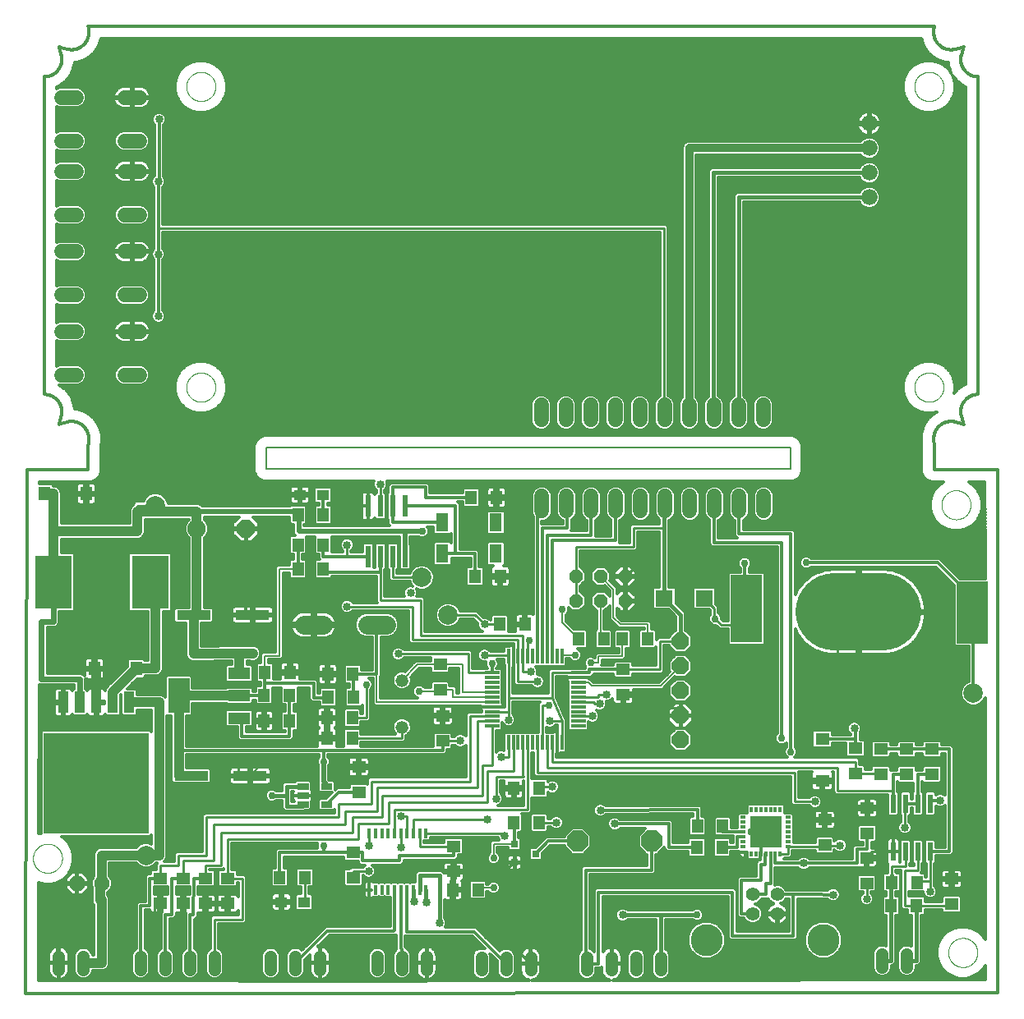
<source format=gtl>
G75*
%MOIN*%
%OFA0B0*%
%FSLAX25Y25*%
%IPPOS*%
%LPD*%
%AMOC8*
5,1,8,0,0,1.08239X$1,22.5*
%
%ADD10C,0.00591*%
%ADD11C,0.01181*%
%ADD12C,0.00600*%
%ADD13C,0.00000*%
%ADD14R,0.12500X0.16000*%
%ADD15C,0.31496*%
%ADD16R,0.12500X0.12500*%
%ADD17R,0.12500X0.13000*%
%ADD18R,0.04724X0.05512*%
%ADD19R,0.13780X0.03937*%
%ADD20OC8,0.06200*%
%ADD21C,0.06200*%
%ADD22R,0.05512X0.04724*%
%ADD23C,0.07500*%
%ADD24OC8,0.07500*%
%ADD25C,0.05150*%
%ADD26R,0.42520X0.40984*%
%ADD27R,0.04200X0.08500*%
%ADD28C,0.04362*%
%ADD29R,0.08799X0.04799*%
%ADD30R,0.08661X0.14173*%
%ADD31R,0.01181X0.02362*%
%ADD32R,0.02362X0.01181*%
%ADD33R,0.12992X0.12992*%
%ADD34R,0.01713X0.01713*%
%ADD35R,0.15157X0.21654*%
%ADD36R,0.05118X0.07480*%
%ADD37C,0.07677*%
%ADD38R,0.05906X0.01181*%
%ADD39R,0.01181X0.05906*%
%ADD40OC8,0.07000*%
%ADD41R,0.02100X0.07800*%
%ADD42R,0.05787X0.05000*%
%ADD43R,0.07087X0.06693*%
%ADD44R,0.01200X0.03900*%
%ADD45R,0.05000X0.05787*%
%ADD46R,0.02362X0.08661*%
%ADD47C,0.07874*%
%ADD48C,0.06600*%
%ADD49C,0.05937*%
%ADD50C,0.05600*%
%ADD51C,0.13000*%
%ADD52R,0.03000X0.03000*%
%ADD53OC8,0.08500*%
%ADD54R,0.04921X0.04331*%
%ADD55C,0.05200*%
%ADD56OC8,0.05600*%
%ADD57C,0.00317*%
%ADD58C,0.01200*%
%ADD59C,0.01000*%
%ADD60C,0.02978*%
%ADD61C,0.00800*%
%ADD62C,0.03346*%
%ADD63C,0.02000*%
%ADD64C,0.02781*%
%ADD65C,0.02400*%
%ADD66C,0.04000*%
%ADD67C,0.00787*%
%ADD68C,0.03962*%
%ADD69C,0.01600*%
%ADD70C,0.03200*%
D10*
X0017208Y0249100D02*
X0017383Y0249167D01*
X0017560Y0249231D01*
X0017738Y0249290D01*
X0017917Y0249344D01*
X0018097Y0249395D01*
X0020489Y0250035D02*
X0020655Y0250078D01*
X0020822Y0250116D01*
X0020989Y0250150D01*
X0021157Y0250180D01*
X0021326Y0250206D01*
X0021496Y0250228D01*
X0021666Y0250245D01*
X0021836Y0250259D01*
X0022007Y0250268D01*
X0022178Y0250274D01*
X0022349Y0250275D01*
X0022520Y0250272D01*
X0022690Y0250265D01*
X0022861Y0250253D01*
X0023031Y0250238D01*
X0023201Y0250218D01*
X0023370Y0250195D01*
X0023539Y0250167D01*
X0023707Y0250135D01*
X0023874Y0250099D01*
X0024040Y0250059D01*
X0024206Y0250015D01*
X0024370Y0249967D01*
X0024532Y0249915D01*
X0024694Y0249859D01*
X0024854Y0249799D01*
X0025013Y0249735D01*
X0025170Y0249667D01*
X0025325Y0249596D01*
X0025479Y0249521D01*
X0025630Y0249442D01*
X0025780Y0249360D01*
X0025928Y0249273D01*
X0026073Y0249184D01*
X0026216Y0249091D01*
X0026357Y0248994D01*
X0026496Y0248894D01*
X0026632Y0248790D01*
X0026766Y0248684D01*
X0026897Y0248574D01*
X0027025Y0248461D01*
X0027150Y0248345D01*
X0027273Y0248226D01*
X0027393Y0248103D01*
X0027509Y0247979D01*
X0027623Y0247851D01*
X0027733Y0247720D01*
X0027841Y0247587D01*
X0027945Y0247452D01*
X0028045Y0247313D01*
X0028143Y0247173D01*
X0028236Y0247030D01*
X0028327Y0246885D01*
X0028413Y0246737D01*
X0028497Y0246588D01*
X0028576Y0246437D01*
X0028652Y0246284D01*
X0028724Y0246129D01*
X0028792Y0245972D01*
X0028857Y0245813D01*
X0028917Y0245654D01*
X0028974Y0245492D01*
X0029027Y0245330D01*
X0029076Y0245166D01*
X0029120Y0245001D01*
X0029161Y0244835D01*
X0029198Y0244668D01*
X0029230Y0244500D01*
X0029259Y0244332D01*
X0029283Y0244162D01*
X0029304Y0243993D01*
X0029320Y0243822D01*
X0029332Y0243652D01*
X0029340Y0243481D01*
X0029344Y0243310D01*
X0029343Y0243139D01*
X0029344Y0243310D01*
X0029340Y0243481D01*
X0029332Y0243652D01*
X0029320Y0243822D01*
X0029304Y0243993D01*
X0029283Y0244162D01*
X0029259Y0244332D01*
X0029230Y0244500D01*
X0029198Y0244668D01*
X0029161Y0244835D01*
X0029120Y0245001D01*
X0029076Y0245166D01*
X0029027Y0245330D01*
X0028974Y0245492D01*
X0028917Y0245654D01*
X0028857Y0245813D01*
X0028792Y0245972D01*
X0028724Y0246129D01*
X0028652Y0246284D01*
X0028576Y0246437D01*
X0028497Y0246588D01*
X0028413Y0246737D01*
X0028327Y0246885D01*
X0028236Y0247030D01*
X0028143Y0247173D01*
X0028045Y0247313D01*
X0027945Y0247452D01*
X0027841Y0247587D01*
X0027733Y0247720D01*
X0027623Y0247851D01*
X0027509Y0247979D01*
X0027393Y0248103D01*
X0027273Y0248226D01*
X0027150Y0248345D01*
X0027025Y0248461D01*
X0026897Y0248574D01*
X0026766Y0248684D01*
X0026632Y0248790D01*
X0026496Y0248894D01*
X0026357Y0248994D01*
X0026216Y0249091D01*
X0026073Y0249184D01*
X0025928Y0249273D01*
X0025780Y0249360D01*
X0025630Y0249442D01*
X0025479Y0249521D01*
X0025325Y0249596D01*
X0025170Y0249667D01*
X0025013Y0249735D01*
X0024854Y0249799D01*
X0024694Y0249859D01*
X0024532Y0249915D01*
X0024370Y0249967D01*
X0024206Y0250015D01*
X0024040Y0250059D01*
X0023874Y0250099D01*
X0023707Y0250135D01*
X0023539Y0250167D01*
X0023370Y0250195D01*
X0023201Y0250218D01*
X0023031Y0250238D01*
X0022861Y0250253D01*
X0022690Y0250265D01*
X0022520Y0250272D01*
X0022349Y0250275D01*
X0022178Y0250274D01*
X0022007Y0250268D01*
X0021836Y0250259D01*
X0021666Y0250245D01*
X0021496Y0250228D01*
X0021326Y0250206D01*
X0021157Y0250180D01*
X0020989Y0250150D01*
X0020822Y0250116D01*
X0020655Y0250078D01*
X0020489Y0250035D01*
X0020655Y0250078D01*
X0020822Y0250116D01*
X0020989Y0250150D01*
X0021157Y0250180D01*
X0021326Y0250206D01*
X0021496Y0250228D01*
X0021666Y0250245D01*
X0021836Y0250259D01*
X0022007Y0250268D01*
X0022178Y0250274D01*
X0022349Y0250275D01*
X0022520Y0250272D01*
X0022690Y0250265D01*
X0022861Y0250253D01*
X0023031Y0250238D01*
X0023201Y0250218D01*
X0023370Y0250195D01*
X0023539Y0250167D01*
X0023707Y0250135D01*
X0023874Y0250099D01*
X0024040Y0250059D01*
X0024206Y0250015D01*
X0024370Y0249967D01*
X0024532Y0249915D01*
X0024694Y0249859D01*
X0024854Y0249799D01*
X0025013Y0249735D01*
X0025170Y0249667D01*
X0025325Y0249596D01*
X0025479Y0249521D01*
X0025630Y0249442D01*
X0025780Y0249360D01*
X0025928Y0249273D01*
X0026073Y0249184D01*
X0026216Y0249091D01*
X0026357Y0248994D01*
X0026496Y0248894D01*
X0026632Y0248790D01*
X0026766Y0248684D01*
X0026897Y0248574D01*
X0027025Y0248461D01*
X0027150Y0248345D01*
X0027273Y0248226D01*
X0027393Y0248103D01*
X0027509Y0247979D01*
X0027623Y0247851D01*
X0027733Y0247720D01*
X0027841Y0247587D01*
X0027945Y0247452D01*
X0028045Y0247313D01*
X0028143Y0247173D01*
X0028236Y0247030D01*
X0028327Y0246885D01*
X0028413Y0246737D01*
X0028497Y0246588D01*
X0028576Y0246437D01*
X0028652Y0246284D01*
X0028724Y0246129D01*
X0028792Y0245972D01*
X0028857Y0245813D01*
X0028917Y0245654D01*
X0028974Y0245492D01*
X0029027Y0245330D01*
X0029076Y0245166D01*
X0029120Y0245001D01*
X0029161Y0244835D01*
X0029198Y0244668D01*
X0029230Y0244500D01*
X0029259Y0244332D01*
X0029283Y0244162D01*
X0029304Y0243993D01*
X0029320Y0243822D01*
X0029332Y0243652D01*
X0029340Y0243481D01*
X0029344Y0243310D01*
X0029343Y0243139D01*
X0018097Y0249395D02*
X0017917Y0249344D01*
X0017738Y0249290D01*
X0017560Y0249231D01*
X0017383Y0249167D01*
X0017208Y0249100D01*
X0018144Y0252380D02*
X0018187Y0252546D01*
X0018225Y0252713D01*
X0018259Y0252880D01*
X0018289Y0253048D01*
X0018315Y0253217D01*
X0018337Y0253387D01*
X0018354Y0253557D01*
X0018368Y0253727D01*
X0018377Y0253898D01*
X0018383Y0254069D01*
X0018384Y0254240D01*
X0018381Y0254411D01*
X0018374Y0254581D01*
X0018362Y0254752D01*
X0018347Y0254922D01*
X0018327Y0255092D01*
X0018304Y0255261D01*
X0018276Y0255430D01*
X0018244Y0255598D01*
X0018208Y0255765D01*
X0018168Y0255931D01*
X0018124Y0256097D01*
X0018076Y0256261D01*
X0018024Y0256423D01*
X0017968Y0256585D01*
X0017908Y0256745D01*
X0017844Y0256904D01*
X0017776Y0257061D01*
X0017705Y0257216D01*
X0017630Y0257370D01*
X0017551Y0257521D01*
X0017469Y0257671D01*
X0017382Y0257819D01*
X0017293Y0257964D01*
X0017200Y0258107D01*
X0017103Y0258248D01*
X0017003Y0258387D01*
X0016899Y0258523D01*
X0016793Y0258657D01*
X0016683Y0258788D01*
X0016570Y0258916D01*
X0016454Y0259041D01*
X0016335Y0259164D01*
X0016212Y0259284D01*
X0016088Y0259400D01*
X0015960Y0259514D01*
X0015829Y0259624D01*
X0015696Y0259732D01*
X0015561Y0259836D01*
X0015422Y0259936D01*
X0015282Y0260034D01*
X0015139Y0260127D01*
X0014994Y0260218D01*
X0014846Y0260304D01*
X0014697Y0260388D01*
X0014546Y0260467D01*
X0014393Y0260543D01*
X0014238Y0260615D01*
X0014081Y0260683D01*
X0013922Y0260748D01*
X0013763Y0260808D01*
X0013601Y0260865D01*
X0013439Y0260918D01*
X0013275Y0260967D01*
X0013110Y0261011D01*
X0012944Y0261052D01*
X0012777Y0261089D01*
X0012609Y0261121D01*
X0012441Y0261150D01*
X0012271Y0261174D01*
X0012102Y0261195D01*
X0011931Y0261211D01*
X0011761Y0261223D01*
X0011590Y0261231D01*
X0011419Y0261235D01*
X0011248Y0261234D01*
X0011419Y0261235D01*
X0011590Y0261231D01*
X0011761Y0261223D01*
X0011931Y0261211D01*
X0012102Y0261195D01*
X0012271Y0261174D01*
X0012441Y0261150D01*
X0012609Y0261121D01*
X0012777Y0261089D01*
X0012944Y0261052D01*
X0013110Y0261011D01*
X0013275Y0260967D01*
X0013439Y0260918D01*
X0013601Y0260865D01*
X0013763Y0260808D01*
X0013922Y0260748D01*
X0014081Y0260683D01*
X0014238Y0260615D01*
X0014393Y0260543D01*
X0014546Y0260467D01*
X0014697Y0260388D01*
X0014846Y0260304D01*
X0014994Y0260218D01*
X0015139Y0260127D01*
X0015282Y0260034D01*
X0015422Y0259936D01*
X0015561Y0259836D01*
X0015696Y0259732D01*
X0015829Y0259624D01*
X0015960Y0259514D01*
X0016088Y0259400D01*
X0016212Y0259284D01*
X0016335Y0259164D01*
X0016454Y0259041D01*
X0016570Y0258916D01*
X0016683Y0258788D01*
X0016793Y0258657D01*
X0016899Y0258523D01*
X0017003Y0258387D01*
X0017103Y0258248D01*
X0017200Y0258107D01*
X0017293Y0257964D01*
X0017382Y0257819D01*
X0017469Y0257671D01*
X0017551Y0257521D01*
X0017630Y0257370D01*
X0017705Y0257216D01*
X0017776Y0257061D01*
X0017844Y0256904D01*
X0017908Y0256745D01*
X0017968Y0256585D01*
X0018024Y0256423D01*
X0018076Y0256261D01*
X0018124Y0256097D01*
X0018168Y0255931D01*
X0018208Y0255765D01*
X0018244Y0255598D01*
X0018276Y0255430D01*
X0018304Y0255261D01*
X0018327Y0255092D01*
X0018347Y0254922D01*
X0018362Y0254752D01*
X0018374Y0254581D01*
X0018381Y0254411D01*
X0018384Y0254240D01*
X0018383Y0254069D01*
X0018377Y0253898D01*
X0018368Y0253727D01*
X0018354Y0253557D01*
X0018337Y0253387D01*
X0018315Y0253217D01*
X0018289Y0253048D01*
X0018259Y0252880D01*
X0018225Y0252713D01*
X0018187Y0252546D01*
X0018144Y0252380D01*
X0018187Y0252546D01*
X0018225Y0252713D01*
X0018259Y0252880D01*
X0018289Y0253048D01*
X0018315Y0253217D01*
X0018337Y0253387D01*
X0018354Y0253557D01*
X0018368Y0253727D01*
X0018377Y0253898D01*
X0018383Y0254069D01*
X0018384Y0254240D01*
X0018381Y0254411D01*
X0018374Y0254581D01*
X0018362Y0254752D01*
X0018347Y0254922D01*
X0018327Y0255092D01*
X0018304Y0255261D01*
X0018276Y0255430D01*
X0018244Y0255598D01*
X0018208Y0255765D01*
X0018168Y0255931D01*
X0018124Y0256097D01*
X0018076Y0256261D01*
X0018024Y0256423D01*
X0017968Y0256585D01*
X0017908Y0256745D01*
X0017844Y0256904D01*
X0017776Y0257061D01*
X0017705Y0257216D01*
X0017630Y0257370D01*
X0017551Y0257521D01*
X0017469Y0257671D01*
X0017382Y0257819D01*
X0017293Y0257964D01*
X0017200Y0258107D01*
X0017103Y0258248D01*
X0017003Y0258387D01*
X0016899Y0258523D01*
X0016793Y0258657D01*
X0016683Y0258788D01*
X0016570Y0258916D01*
X0016454Y0259041D01*
X0016335Y0259164D01*
X0016212Y0259284D01*
X0016088Y0259400D01*
X0015960Y0259514D01*
X0015829Y0259624D01*
X0015696Y0259732D01*
X0015561Y0259836D01*
X0015422Y0259936D01*
X0015282Y0260034D01*
X0015139Y0260127D01*
X0014994Y0260218D01*
X0014846Y0260304D01*
X0014697Y0260388D01*
X0014546Y0260467D01*
X0014393Y0260543D01*
X0014238Y0260615D01*
X0014081Y0260683D01*
X0013922Y0260748D01*
X0013763Y0260808D01*
X0013601Y0260865D01*
X0013439Y0260918D01*
X0013275Y0260967D01*
X0013110Y0261011D01*
X0012944Y0261052D01*
X0012777Y0261089D01*
X0012609Y0261121D01*
X0012441Y0261150D01*
X0012271Y0261174D01*
X0012102Y0261195D01*
X0011931Y0261211D01*
X0011761Y0261223D01*
X0011590Y0261231D01*
X0011419Y0261235D01*
X0011248Y0261234D01*
X0017503Y0249989D02*
X0017452Y0249809D01*
X0017398Y0249629D01*
X0017339Y0249452D01*
X0017275Y0249275D01*
X0017208Y0249100D01*
X0017275Y0249275D01*
X0017339Y0249452D01*
X0017398Y0249629D01*
X0017452Y0249809D01*
X0017503Y0249989D01*
X0017452Y0249809D01*
X0017398Y0249629D01*
X0017339Y0249452D01*
X0017275Y0249275D01*
X0017208Y0249100D01*
X0017383Y0249167D01*
X0017560Y0249231D01*
X0017738Y0249290D01*
X0017917Y0249344D01*
X0018097Y0249395D01*
X0029342Y0243140D02*
X0029331Y0242716D01*
X0029310Y0242293D01*
X0029279Y0241871D01*
X0029237Y0241449D01*
X0029186Y0241028D01*
X0029125Y0240609D01*
X0029186Y0241028D01*
X0029237Y0241449D01*
X0029279Y0241871D01*
X0029310Y0242293D01*
X0029331Y0242716D01*
X0029342Y0243140D01*
X0029331Y0242716D01*
X0029310Y0242293D01*
X0029279Y0241871D01*
X0029237Y0241449D01*
X0029186Y0241028D01*
X0029125Y0240609D01*
X0011248Y0390192D02*
X0011419Y0390191D01*
X0011590Y0390195D01*
X0011761Y0390203D01*
X0011931Y0390215D01*
X0012102Y0390231D01*
X0012271Y0390252D01*
X0012441Y0390276D01*
X0012609Y0390305D01*
X0012777Y0390337D01*
X0012944Y0390374D01*
X0013110Y0390415D01*
X0013275Y0390459D01*
X0013439Y0390508D01*
X0013601Y0390561D01*
X0013763Y0390618D01*
X0013922Y0390678D01*
X0014081Y0390743D01*
X0014238Y0390811D01*
X0014393Y0390883D01*
X0014546Y0390959D01*
X0014697Y0391038D01*
X0014846Y0391122D01*
X0014994Y0391208D01*
X0015139Y0391299D01*
X0015282Y0391392D01*
X0015422Y0391490D01*
X0015561Y0391590D01*
X0015696Y0391694D01*
X0015829Y0391802D01*
X0015960Y0391912D01*
X0016088Y0392026D01*
X0016212Y0392142D01*
X0016335Y0392262D01*
X0016454Y0392385D01*
X0016570Y0392510D01*
X0016683Y0392638D01*
X0016793Y0392769D01*
X0016899Y0392903D01*
X0017003Y0393039D01*
X0017103Y0393178D01*
X0017200Y0393319D01*
X0017293Y0393462D01*
X0017382Y0393607D01*
X0017469Y0393755D01*
X0017551Y0393905D01*
X0017630Y0394056D01*
X0017705Y0394210D01*
X0017776Y0394365D01*
X0017844Y0394522D01*
X0017908Y0394681D01*
X0017968Y0394841D01*
X0018024Y0395003D01*
X0018076Y0395165D01*
X0018124Y0395329D01*
X0018168Y0395495D01*
X0018208Y0395661D01*
X0018244Y0395828D01*
X0018276Y0395996D01*
X0018304Y0396165D01*
X0018327Y0396334D01*
X0018347Y0396504D01*
X0018362Y0396674D01*
X0018374Y0396845D01*
X0018381Y0397015D01*
X0018384Y0397186D01*
X0018383Y0397357D01*
X0018377Y0397528D01*
X0018368Y0397699D01*
X0018354Y0397869D01*
X0018337Y0398039D01*
X0018315Y0398209D01*
X0018289Y0398378D01*
X0018259Y0398546D01*
X0018225Y0398713D01*
X0018187Y0398880D01*
X0018144Y0399046D01*
X0018187Y0398880D01*
X0018225Y0398713D01*
X0018259Y0398546D01*
X0018289Y0398378D01*
X0018315Y0398209D01*
X0018337Y0398039D01*
X0018354Y0397869D01*
X0018368Y0397699D01*
X0018377Y0397528D01*
X0018383Y0397357D01*
X0018384Y0397186D01*
X0018381Y0397015D01*
X0018374Y0396845D01*
X0018362Y0396674D01*
X0018347Y0396504D01*
X0018327Y0396334D01*
X0018304Y0396165D01*
X0018276Y0395996D01*
X0018244Y0395828D01*
X0018208Y0395661D01*
X0018168Y0395495D01*
X0018124Y0395329D01*
X0018076Y0395165D01*
X0018024Y0395003D01*
X0017968Y0394841D01*
X0017908Y0394681D01*
X0017844Y0394522D01*
X0017776Y0394365D01*
X0017705Y0394210D01*
X0017630Y0394056D01*
X0017551Y0393905D01*
X0017469Y0393755D01*
X0017382Y0393607D01*
X0017293Y0393462D01*
X0017200Y0393319D01*
X0017103Y0393178D01*
X0017003Y0393039D01*
X0016899Y0392903D01*
X0016793Y0392769D01*
X0016683Y0392638D01*
X0016570Y0392510D01*
X0016454Y0392385D01*
X0016335Y0392262D01*
X0016212Y0392142D01*
X0016088Y0392026D01*
X0015960Y0391912D01*
X0015829Y0391802D01*
X0015696Y0391694D01*
X0015561Y0391590D01*
X0015422Y0391490D01*
X0015282Y0391392D01*
X0015139Y0391299D01*
X0014994Y0391208D01*
X0014846Y0391122D01*
X0014697Y0391038D01*
X0014546Y0390959D01*
X0014393Y0390883D01*
X0014238Y0390811D01*
X0014081Y0390743D01*
X0013922Y0390678D01*
X0013763Y0390618D01*
X0013601Y0390561D01*
X0013439Y0390508D01*
X0013275Y0390459D01*
X0013110Y0390415D01*
X0012944Y0390374D01*
X0012777Y0390337D01*
X0012609Y0390305D01*
X0012441Y0390276D01*
X0012271Y0390252D01*
X0012102Y0390231D01*
X0011931Y0390215D01*
X0011761Y0390203D01*
X0011590Y0390195D01*
X0011419Y0390191D01*
X0011248Y0390192D01*
X0011419Y0390191D01*
X0011590Y0390195D01*
X0011761Y0390203D01*
X0011931Y0390215D01*
X0012102Y0390231D01*
X0012271Y0390252D01*
X0012441Y0390276D01*
X0012609Y0390305D01*
X0012777Y0390337D01*
X0012944Y0390374D01*
X0013110Y0390415D01*
X0013275Y0390459D01*
X0013439Y0390508D01*
X0013601Y0390561D01*
X0013763Y0390618D01*
X0013922Y0390678D01*
X0014081Y0390743D01*
X0014238Y0390811D01*
X0014393Y0390883D01*
X0014546Y0390959D01*
X0014697Y0391038D01*
X0014846Y0391122D01*
X0014994Y0391208D01*
X0015139Y0391299D01*
X0015282Y0391392D01*
X0015422Y0391490D01*
X0015561Y0391590D01*
X0015696Y0391694D01*
X0015829Y0391802D01*
X0015960Y0391912D01*
X0016088Y0392026D01*
X0016212Y0392142D01*
X0016335Y0392262D01*
X0016454Y0392385D01*
X0016570Y0392510D01*
X0016683Y0392638D01*
X0016793Y0392769D01*
X0016899Y0392903D01*
X0017003Y0393039D01*
X0017103Y0393178D01*
X0017200Y0393319D01*
X0017293Y0393462D01*
X0017382Y0393607D01*
X0017469Y0393755D01*
X0017551Y0393905D01*
X0017630Y0394056D01*
X0017705Y0394210D01*
X0017776Y0394365D01*
X0017844Y0394522D01*
X0017908Y0394681D01*
X0017968Y0394841D01*
X0018024Y0395003D01*
X0018076Y0395165D01*
X0018124Y0395329D01*
X0018168Y0395495D01*
X0018208Y0395661D01*
X0018244Y0395828D01*
X0018276Y0395996D01*
X0018304Y0396165D01*
X0018327Y0396334D01*
X0018347Y0396504D01*
X0018362Y0396674D01*
X0018374Y0396845D01*
X0018381Y0397015D01*
X0018384Y0397186D01*
X0018383Y0397357D01*
X0018377Y0397528D01*
X0018368Y0397699D01*
X0018354Y0397869D01*
X0018337Y0398039D01*
X0018315Y0398209D01*
X0018289Y0398378D01*
X0018259Y0398546D01*
X0018225Y0398713D01*
X0018187Y0398880D01*
X0018144Y0399046D01*
X0017503Y0401437D02*
X0017452Y0401617D01*
X0017398Y0401797D01*
X0017339Y0401974D01*
X0017275Y0402151D01*
X0017208Y0402326D01*
X0020489Y0401390D02*
X0020655Y0401347D01*
X0020822Y0401309D01*
X0020989Y0401275D01*
X0021157Y0401245D01*
X0021326Y0401219D01*
X0021496Y0401197D01*
X0021666Y0401180D01*
X0021836Y0401166D01*
X0022007Y0401157D01*
X0022178Y0401151D01*
X0022349Y0401150D01*
X0022520Y0401153D01*
X0022690Y0401160D01*
X0022861Y0401172D01*
X0023031Y0401187D01*
X0023201Y0401207D01*
X0023370Y0401230D01*
X0023539Y0401258D01*
X0023707Y0401290D01*
X0023874Y0401326D01*
X0024040Y0401366D01*
X0024206Y0401410D01*
X0024370Y0401458D01*
X0024532Y0401510D01*
X0024694Y0401566D01*
X0024854Y0401626D01*
X0025013Y0401690D01*
X0025170Y0401758D01*
X0025325Y0401829D01*
X0025479Y0401904D01*
X0025630Y0401983D01*
X0025780Y0402065D01*
X0025928Y0402152D01*
X0026073Y0402241D01*
X0026216Y0402334D01*
X0026357Y0402431D01*
X0026496Y0402531D01*
X0026632Y0402635D01*
X0026766Y0402741D01*
X0026897Y0402851D01*
X0027025Y0402964D01*
X0027150Y0403080D01*
X0027273Y0403199D01*
X0027393Y0403322D01*
X0027509Y0403446D01*
X0027623Y0403574D01*
X0027733Y0403705D01*
X0027841Y0403838D01*
X0027945Y0403974D01*
X0028045Y0404112D01*
X0028143Y0404252D01*
X0028236Y0404395D01*
X0028327Y0404540D01*
X0028413Y0404688D01*
X0028497Y0404837D01*
X0028576Y0404988D01*
X0028652Y0405141D01*
X0028724Y0405296D01*
X0028792Y0405453D01*
X0028857Y0405612D01*
X0028917Y0405771D01*
X0028974Y0405933D01*
X0029027Y0406095D01*
X0029076Y0406259D01*
X0029120Y0406424D01*
X0029161Y0406590D01*
X0029198Y0406757D01*
X0029230Y0406925D01*
X0029259Y0407093D01*
X0029283Y0407263D01*
X0029304Y0407432D01*
X0029320Y0407603D01*
X0029332Y0407773D01*
X0029340Y0407944D01*
X0029344Y0408115D01*
X0029343Y0408286D01*
X0029344Y0408115D01*
X0029340Y0407944D01*
X0029332Y0407773D01*
X0029320Y0407603D01*
X0029304Y0407432D01*
X0029283Y0407263D01*
X0029259Y0407093D01*
X0029230Y0406925D01*
X0029198Y0406757D01*
X0029161Y0406590D01*
X0029120Y0406424D01*
X0029076Y0406259D01*
X0029027Y0406095D01*
X0028974Y0405933D01*
X0028917Y0405771D01*
X0028857Y0405612D01*
X0028792Y0405453D01*
X0028724Y0405296D01*
X0028652Y0405141D01*
X0028576Y0404988D01*
X0028497Y0404837D01*
X0028413Y0404688D01*
X0028327Y0404540D01*
X0028236Y0404395D01*
X0028143Y0404252D01*
X0028045Y0404112D01*
X0027945Y0403974D01*
X0027841Y0403838D01*
X0027733Y0403705D01*
X0027623Y0403574D01*
X0027509Y0403446D01*
X0027393Y0403322D01*
X0027273Y0403199D01*
X0027150Y0403080D01*
X0027025Y0402964D01*
X0026897Y0402851D01*
X0026766Y0402741D01*
X0026632Y0402635D01*
X0026496Y0402531D01*
X0026357Y0402431D01*
X0026216Y0402334D01*
X0026073Y0402241D01*
X0025928Y0402152D01*
X0025780Y0402065D01*
X0025630Y0401983D01*
X0025479Y0401904D01*
X0025325Y0401829D01*
X0025170Y0401758D01*
X0025013Y0401690D01*
X0024854Y0401626D01*
X0024694Y0401566D01*
X0024532Y0401510D01*
X0024370Y0401458D01*
X0024206Y0401410D01*
X0024040Y0401366D01*
X0023874Y0401326D01*
X0023707Y0401290D01*
X0023539Y0401258D01*
X0023370Y0401230D01*
X0023201Y0401207D01*
X0023031Y0401187D01*
X0022861Y0401172D01*
X0022690Y0401160D01*
X0022520Y0401153D01*
X0022349Y0401150D01*
X0022178Y0401151D01*
X0022007Y0401157D01*
X0021836Y0401166D01*
X0021666Y0401180D01*
X0021496Y0401197D01*
X0021326Y0401219D01*
X0021157Y0401245D01*
X0020989Y0401275D01*
X0020822Y0401309D01*
X0020655Y0401347D01*
X0020489Y0401390D01*
X0020655Y0401347D01*
X0020822Y0401309D01*
X0020989Y0401275D01*
X0021157Y0401245D01*
X0021326Y0401219D01*
X0021496Y0401197D01*
X0021666Y0401180D01*
X0021836Y0401166D01*
X0022007Y0401157D01*
X0022178Y0401151D01*
X0022349Y0401150D01*
X0022520Y0401153D01*
X0022690Y0401160D01*
X0022861Y0401172D01*
X0023031Y0401187D01*
X0023201Y0401207D01*
X0023370Y0401230D01*
X0023539Y0401258D01*
X0023707Y0401290D01*
X0023874Y0401326D01*
X0024040Y0401366D01*
X0024206Y0401410D01*
X0024370Y0401458D01*
X0024532Y0401510D01*
X0024694Y0401566D01*
X0024854Y0401626D01*
X0025013Y0401690D01*
X0025170Y0401758D01*
X0025325Y0401829D01*
X0025479Y0401904D01*
X0025630Y0401983D01*
X0025780Y0402065D01*
X0025928Y0402152D01*
X0026073Y0402241D01*
X0026216Y0402334D01*
X0026357Y0402431D01*
X0026496Y0402531D01*
X0026632Y0402635D01*
X0026766Y0402741D01*
X0026897Y0402851D01*
X0027025Y0402964D01*
X0027150Y0403080D01*
X0027273Y0403199D01*
X0027393Y0403322D01*
X0027509Y0403446D01*
X0027623Y0403574D01*
X0027733Y0403705D01*
X0027841Y0403838D01*
X0027945Y0403974D01*
X0028045Y0404112D01*
X0028143Y0404252D01*
X0028236Y0404395D01*
X0028327Y0404540D01*
X0028413Y0404688D01*
X0028497Y0404837D01*
X0028576Y0404988D01*
X0028652Y0405141D01*
X0028724Y0405296D01*
X0028792Y0405453D01*
X0028857Y0405612D01*
X0028917Y0405771D01*
X0028974Y0405933D01*
X0029027Y0406095D01*
X0029076Y0406259D01*
X0029120Y0406424D01*
X0029161Y0406590D01*
X0029198Y0406757D01*
X0029230Y0406925D01*
X0029259Y0407093D01*
X0029283Y0407263D01*
X0029304Y0407432D01*
X0029320Y0407603D01*
X0029332Y0407773D01*
X0029340Y0407944D01*
X0029344Y0408115D01*
X0029343Y0408286D01*
X0018097Y0402031D02*
X0017917Y0402082D01*
X0017738Y0402136D01*
X0017560Y0402195D01*
X0017383Y0402259D01*
X0017208Y0402326D01*
X0017383Y0402259D01*
X0017560Y0402195D01*
X0017738Y0402136D01*
X0017917Y0402082D01*
X0018097Y0402031D01*
X0017917Y0402082D01*
X0017738Y0402136D01*
X0017560Y0402195D01*
X0017383Y0402259D01*
X0017208Y0402326D01*
X0017275Y0402151D01*
X0017339Y0401974D01*
X0017398Y0401797D01*
X0017452Y0401617D01*
X0017503Y0401437D01*
X0017452Y0401617D01*
X0017398Y0401797D01*
X0017339Y0401974D01*
X0017275Y0402151D01*
X0017208Y0402326D01*
X0029342Y0408286D02*
X0029331Y0408710D01*
X0029310Y0409133D01*
X0029279Y0409555D01*
X0029237Y0409977D01*
X0029186Y0410398D01*
X0029125Y0410817D01*
X0029186Y0410398D01*
X0029237Y0409977D01*
X0029279Y0409555D01*
X0029310Y0409133D01*
X0029331Y0408710D01*
X0029342Y0408286D01*
X0029331Y0408710D01*
X0029310Y0409133D01*
X0029279Y0409555D01*
X0029237Y0409977D01*
X0029186Y0410398D01*
X0029125Y0410817D01*
X0372043Y0408286D02*
X0372042Y0408115D01*
X0372046Y0407944D01*
X0372054Y0407773D01*
X0372066Y0407603D01*
X0372082Y0407432D01*
X0372103Y0407263D01*
X0372127Y0407093D01*
X0372156Y0406925D01*
X0372188Y0406757D01*
X0372225Y0406590D01*
X0372266Y0406424D01*
X0372310Y0406259D01*
X0372359Y0406095D01*
X0372412Y0405933D01*
X0372469Y0405771D01*
X0372529Y0405612D01*
X0372594Y0405453D01*
X0372662Y0405296D01*
X0372734Y0405141D01*
X0372810Y0404988D01*
X0372889Y0404837D01*
X0372973Y0404688D01*
X0373059Y0404540D01*
X0373150Y0404395D01*
X0373243Y0404252D01*
X0373341Y0404112D01*
X0373441Y0403974D01*
X0373545Y0403838D01*
X0373653Y0403705D01*
X0373763Y0403574D01*
X0373877Y0403446D01*
X0373993Y0403322D01*
X0374113Y0403199D01*
X0374236Y0403080D01*
X0374361Y0402964D01*
X0374489Y0402851D01*
X0374620Y0402741D01*
X0374754Y0402635D01*
X0374890Y0402531D01*
X0375029Y0402431D01*
X0375170Y0402334D01*
X0375313Y0402241D01*
X0375458Y0402152D01*
X0375606Y0402065D01*
X0375756Y0401983D01*
X0375907Y0401904D01*
X0376061Y0401829D01*
X0376216Y0401758D01*
X0376373Y0401690D01*
X0376532Y0401626D01*
X0376692Y0401566D01*
X0376854Y0401510D01*
X0377016Y0401458D01*
X0377180Y0401410D01*
X0377346Y0401366D01*
X0377512Y0401326D01*
X0377679Y0401290D01*
X0377847Y0401258D01*
X0378016Y0401230D01*
X0378185Y0401207D01*
X0378355Y0401187D01*
X0378525Y0401172D01*
X0378696Y0401160D01*
X0378866Y0401153D01*
X0379037Y0401150D01*
X0379208Y0401151D01*
X0379379Y0401157D01*
X0379550Y0401166D01*
X0379720Y0401180D01*
X0379890Y0401197D01*
X0380060Y0401219D01*
X0380229Y0401245D01*
X0380397Y0401275D01*
X0380564Y0401309D01*
X0380731Y0401347D01*
X0380897Y0401390D01*
X0380731Y0401347D01*
X0380564Y0401309D01*
X0380397Y0401275D01*
X0380229Y0401245D01*
X0380060Y0401219D01*
X0379890Y0401197D01*
X0379720Y0401180D01*
X0379550Y0401166D01*
X0379379Y0401157D01*
X0379208Y0401151D01*
X0379037Y0401150D01*
X0378866Y0401153D01*
X0378696Y0401160D01*
X0378525Y0401172D01*
X0378355Y0401187D01*
X0378185Y0401207D01*
X0378016Y0401230D01*
X0377847Y0401258D01*
X0377679Y0401290D01*
X0377512Y0401326D01*
X0377346Y0401366D01*
X0377180Y0401410D01*
X0377016Y0401458D01*
X0376854Y0401510D01*
X0376692Y0401566D01*
X0376532Y0401626D01*
X0376373Y0401690D01*
X0376216Y0401758D01*
X0376061Y0401829D01*
X0375907Y0401904D01*
X0375756Y0401983D01*
X0375606Y0402065D01*
X0375458Y0402152D01*
X0375313Y0402241D01*
X0375170Y0402334D01*
X0375029Y0402431D01*
X0374890Y0402531D01*
X0374754Y0402635D01*
X0374620Y0402741D01*
X0374489Y0402851D01*
X0374361Y0402964D01*
X0374236Y0403080D01*
X0374113Y0403199D01*
X0373993Y0403322D01*
X0373877Y0403446D01*
X0373763Y0403574D01*
X0373653Y0403705D01*
X0373545Y0403838D01*
X0373441Y0403974D01*
X0373341Y0404112D01*
X0373243Y0404252D01*
X0373150Y0404395D01*
X0373059Y0404540D01*
X0372973Y0404688D01*
X0372889Y0404837D01*
X0372810Y0404988D01*
X0372734Y0405141D01*
X0372662Y0405296D01*
X0372594Y0405453D01*
X0372529Y0405612D01*
X0372469Y0405771D01*
X0372412Y0405933D01*
X0372359Y0406095D01*
X0372310Y0406259D01*
X0372266Y0406424D01*
X0372225Y0406590D01*
X0372188Y0406757D01*
X0372156Y0406925D01*
X0372127Y0407093D01*
X0372103Y0407263D01*
X0372082Y0407432D01*
X0372066Y0407603D01*
X0372054Y0407773D01*
X0372046Y0407944D01*
X0372042Y0408115D01*
X0372043Y0408286D01*
X0372042Y0408115D01*
X0372046Y0407944D01*
X0372054Y0407773D01*
X0372066Y0407603D01*
X0372082Y0407432D01*
X0372103Y0407263D01*
X0372127Y0407093D01*
X0372156Y0406925D01*
X0372188Y0406757D01*
X0372225Y0406590D01*
X0372266Y0406424D01*
X0372310Y0406259D01*
X0372359Y0406095D01*
X0372412Y0405933D01*
X0372469Y0405771D01*
X0372529Y0405612D01*
X0372594Y0405453D01*
X0372662Y0405296D01*
X0372734Y0405141D01*
X0372810Y0404988D01*
X0372889Y0404837D01*
X0372973Y0404688D01*
X0373059Y0404540D01*
X0373150Y0404395D01*
X0373243Y0404252D01*
X0373341Y0404112D01*
X0373441Y0403974D01*
X0373545Y0403838D01*
X0373653Y0403705D01*
X0373763Y0403574D01*
X0373877Y0403446D01*
X0373993Y0403322D01*
X0374113Y0403199D01*
X0374236Y0403080D01*
X0374361Y0402964D01*
X0374489Y0402851D01*
X0374620Y0402741D01*
X0374754Y0402635D01*
X0374890Y0402531D01*
X0375029Y0402431D01*
X0375170Y0402334D01*
X0375313Y0402241D01*
X0375458Y0402152D01*
X0375606Y0402065D01*
X0375756Y0401983D01*
X0375907Y0401904D01*
X0376061Y0401829D01*
X0376216Y0401758D01*
X0376373Y0401690D01*
X0376532Y0401626D01*
X0376692Y0401566D01*
X0376854Y0401510D01*
X0377016Y0401458D01*
X0377180Y0401410D01*
X0377346Y0401366D01*
X0377512Y0401326D01*
X0377679Y0401290D01*
X0377847Y0401258D01*
X0378016Y0401230D01*
X0378185Y0401207D01*
X0378355Y0401187D01*
X0378525Y0401172D01*
X0378696Y0401160D01*
X0378866Y0401153D01*
X0379037Y0401150D01*
X0379208Y0401151D01*
X0379379Y0401157D01*
X0379550Y0401166D01*
X0379720Y0401180D01*
X0379890Y0401197D01*
X0380060Y0401219D01*
X0380229Y0401245D01*
X0380397Y0401275D01*
X0380564Y0401309D01*
X0380731Y0401347D01*
X0380897Y0401390D01*
X0383289Y0402031D02*
X0383469Y0402082D01*
X0383648Y0402136D01*
X0383826Y0402195D01*
X0384003Y0402259D01*
X0384178Y0402326D01*
X0383242Y0399046D02*
X0383199Y0398880D01*
X0383161Y0398713D01*
X0383127Y0398546D01*
X0383097Y0398378D01*
X0383071Y0398209D01*
X0383049Y0398039D01*
X0383032Y0397869D01*
X0383018Y0397699D01*
X0383009Y0397528D01*
X0383003Y0397357D01*
X0383002Y0397186D01*
X0383005Y0397015D01*
X0383012Y0396845D01*
X0383024Y0396674D01*
X0383039Y0396504D01*
X0383059Y0396334D01*
X0383082Y0396165D01*
X0383110Y0395996D01*
X0383142Y0395828D01*
X0383178Y0395661D01*
X0383218Y0395495D01*
X0383262Y0395329D01*
X0383310Y0395165D01*
X0383362Y0395003D01*
X0383418Y0394841D01*
X0383478Y0394681D01*
X0383542Y0394522D01*
X0383610Y0394365D01*
X0383681Y0394210D01*
X0383756Y0394056D01*
X0383835Y0393905D01*
X0383917Y0393755D01*
X0384004Y0393607D01*
X0384093Y0393462D01*
X0384186Y0393319D01*
X0384283Y0393178D01*
X0384383Y0393039D01*
X0384487Y0392903D01*
X0384593Y0392769D01*
X0384703Y0392638D01*
X0384816Y0392510D01*
X0384932Y0392385D01*
X0385051Y0392262D01*
X0385174Y0392142D01*
X0385298Y0392026D01*
X0385426Y0391912D01*
X0385557Y0391802D01*
X0385690Y0391694D01*
X0385825Y0391590D01*
X0385964Y0391490D01*
X0386104Y0391392D01*
X0386247Y0391299D01*
X0386392Y0391208D01*
X0386540Y0391122D01*
X0386689Y0391038D01*
X0386840Y0390959D01*
X0386993Y0390883D01*
X0387148Y0390811D01*
X0387305Y0390743D01*
X0387464Y0390678D01*
X0387623Y0390618D01*
X0387785Y0390561D01*
X0387947Y0390508D01*
X0388111Y0390459D01*
X0388276Y0390415D01*
X0388442Y0390374D01*
X0388609Y0390337D01*
X0388777Y0390305D01*
X0388945Y0390276D01*
X0389115Y0390252D01*
X0389284Y0390231D01*
X0389455Y0390215D01*
X0389625Y0390203D01*
X0389796Y0390195D01*
X0389967Y0390191D01*
X0390138Y0390192D01*
X0389967Y0390191D01*
X0389796Y0390195D01*
X0389625Y0390203D01*
X0389455Y0390215D01*
X0389284Y0390231D01*
X0389115Y0390252D01*
X0388945Y0390276D01*
X0388777Y0390305D01*
X0388609Y0390337D01*
X0388442Y0390374D01*
X0388276Y0390415D01*
X0388111Y0390459D01*
X0387947Y0390508D01*
X0387785Y0390561D01*
X0387623Y0390618D01*
X0387464Y0390678D01*
X0387305Y0390743D01*
X0387148Y0390811D01*
X0386993Y0390883D01*
X0386840Y0390959D01*
X0386689Y0391038D01*
X0386540Y0391122D01*
X0386392Y0391208D01*
X0386247Y0391299D01*
X0386104Y0391392D01*
X0385964Y0391490D01*
X0385825Y0391590D01*
X0385690Y0391694D01*
X0385557Y0391802D01*
X0385426Y0391912D01*
X0385298Y0392026D01*
X0385174Y0392142D01*
X0385051Y0392262D01*
X0384932Y0392385D01*
X0384816Y0392510D01*
X0384703Y0392638D01*
X0384593Y0392769D01*
X0384487Y0392903D01*
X0384383Y0393039D01*
X0384283Y0393178D01*
X0384186Y0393319D01*
X0384093Y0393462D01*
X0384004Y0393607D01*
X0383917Y0393755D01*
X0383835Y0393905D01*
X0383756Y0394056D01*
X0383681Y0394210D01*
X0383610Y0394365D01*
X0383542Y0394522D01*
X0383478Y0394681D01*
X0383418Y0394841D01*
X0383362Y0395003D01*
X0383310Y0395165D01*
X0383262Y0395329D01*
X0383218Y0395495D01*
X0383178Y0395661D01*
X0383142Y0395828D01*
X0383110Y0395996D01*
X0383082Y0396165D01*
X0383059Y0396334D01*
X0383039Y0396504D01*
X0383024Y0396674D01*
X0383012Y0396845D01*
X0383005Y0397015D01*
X0383002Y0397186D01*
X0383003Y0397357D01*
X0383009Y0397528D01*
X0383018Y0397699D01*
X0383032Y0397869D01*
X0383049Y0398039D01*
X0383071Y0398209D01*
X0383097Y0398378D01*
X0383127Y0398546D01*
X0383161Y0398713D01*
X0383199Y0398880D01*
X0383242Y0399046D01*
X0383199Y0398880D01*
X0383161Y0398713D01*
X0383127Y0398546D01*
X0383097Y0398378D01*
X0383071Y0398209D01*
X0383049Y0398039D01*
X0383032Y0397869D01*
X0383018Y0397699D01*
X0383009Y0397528D01*
X0383003Y0397357D01*
X0383002Y0397186D01*
X0383005Y0397015D01*
X0383012Y0396845D01*
X0383024Y0396674D01*
X0383039Y0396504D01*
X0383059Y0396334D01*
X0383082Y0396165D01*
X0383110Y0395996D01*
X0383142Y0395828D01*
X0383178Y0395661D01*
X0383218Y0395495D01*
X0383262Y0395329D01*
X0383310Y0395165D01*
X0383362Y0395003D01*
X0383418Y0394841D01*
X0383478Y0394681D01*
X0383542Y0394522D01*
X0383610Y0394365D01*
X0383681Y0394210D01*
X0383756Y0394056D01*
X0383835Y0393905D01*
X0383917Y0393755D01*
X0384004Y0393607D01*
X0384093Y0393462D01*
X0384186Y0393319D01*
X0384283Y0393178D01*
X0384383Y0393039D01*
X0384487Y0392903D01*
X0384593Y0392769D01*
X0384703Y0392638D01*
X0384816Y0392510D01*
X0384932Y0392385D01*
X0385051Y0392262D01*
X0385174Y0392142D01*
X0385298Y0392026D01*
X0385426Y0391912D01*
X0385557Y0391802D01*
X0385690Y0391694D01*
X0385825Y0391590D01*
X0385964Y0391490D01*
X0386104Y0391392D01*
X0386247Y0391299D01*
X0386392Y0391208D01*
X0386540Y0391122D01*
X0386689Y0391038D01*
X0386840Y0390959D01*
X0386993Y0390883D01*
X0387148Y0390811D01*
X0387305Y0390743D01*
X0387464Y0390678D01*
X0387623Y0390618D01*
X0387785Y0390561D01*
X0387947Y0390508D01*
X0388111Y0390459D01*
X0388276Y0390415D01*
X0388442Y0390374D01*
X0388609Y0390337D01*
X0388777Y0390305D01*
X0388945Y0390276D01*
X0389115Y0390252D01*
X0389284Y0390231D01*
X0389455Y0390215D01*
X0389625Y0390203D01*
X0389796Y0390195D01*
X0389967Y0390191D01*
X0390138Y0390192D01*
X0383883Y0401437D02*
X0383934Y0401617D01*
X0383988Y0401796D01*
X0384047Y0401974D01*
X0384110Y0402151D01*
X0384178Y0402325D01*
X0384110Y0402151D01*
X0384047Y0401974D01*
X0383988Y0401796D01*
X0383934Y0401617D01*
X0383883Y0401437D01*
X0383934Y0401617D01*
X0383988Y0401796D01*
X0384047Y0401974D01*
X0384110Y0402151D01*
X0384178Y0402325D01*
X0384178Y0402326D02*
X0384003Y0402259D01*
X0383826Y0402195D01*
X0383648Y0402136D01*
X0383469Y0402082D01*
X0383289Y0402031D01*
X0383469Y0402082D01*
X0383648Y0402136D01*
X0383826Y0402195D01*
X0384003Y0402259D01*
X0384178Y0402326D01*
X0372044Y0408286D02*
X0372055Y0408710D01*
X0372076Y0409133D01*
X0372107Y0409555D01*
X0372149Y0409977D01*
X0372200Y0410398D01*
X0372261Y0410817D01*
X0372200Y0410398D01*
X0372149Y0409977D01*
X0372107Y0409555D01*
X0372076Y0409133D01*
X0372055Y0408710D01*
X0372044Y0408286D01*
X0372055Y0408710D01*
X0372076Y0409133D01*
X0372107Y0409555D01*
X0372149Y0409977D01*
X0372200Y0410398D01*
X0372261Y0410817D01*
X0390138Y0261234D02*
X0389967Y0261235D01*
X0389796Y0261231D01*
X0389625Y0261223D01*
X0389455Y0261211D01*
X0389284Y0261195D01*
X0389115Y0261174D01*
X0388945Y0261150D01*
X0388777Y0261121D01*
X0388609Y0261089D01*
X0388442Y0261052D01*
X0388276Y0261011D01*
X0388111Y0260967D01*
X0387947Y0260918D01*
X0387785Y0260865D01*
X0387623Y0260808D01*
X0387464Y0260748D01*
X0387305Y0260683D01*
X0387148Y0260615D01*
X0386993Y0260543D01*
X0386840Y0260467D01*
X0386689Y0260388D01*
X0386540Y0260304D01*
X0386392Y0260218D01*
X0386247Y0260127D01*
X0386104Y0260034D01*
X0385964Y0259936D01*
X0385825Y0259836D01*
X0385690Y0259732D01*
X0385557Y0259624D01*
X0385426Y0259514D01*
X0385298Y0259400D01*
X0385174Y0259284D01*
X0385051Y0259164D01*
X0384932Y0259041D01*
X0384816Y0258916D01*
X0384703Y0258788D01*
X0384593Y0258657D01*
X0384487Y0258523D01*
X0384383Y0258387D01*
X0384283Y0258248D01*
X0384186Y0258107D01*
X0384093Y0257964D01*
X0384004Y0257819D01*
X0383917Y0257671D01*
X0383835Y0257521D01*
X0383756Y0257370D01*
X0383681Y0257216D01*
X0383610Y0257061D01*
X0383542Y0256904D01*
X0383478Y0256745D01*
X0383418Y0256585D01*
X0383362Y0256423D01*
X0383310Y0256261D01*
X0383262Y0256097D01*
X0383218Y0255931D01*
X0383178Y0255765D01*
X0383142Y0255598D01*
X0383110Y0255430D01*
X0383082Y0255261D01*
X0383059Y0255092D01*
X0383039Y0254922D01*
X0383024Y0254752D01*
X0383012Y0254581D01*
X0383005Y0254411D01*
X0383002Y0254240D01*
X0383003Y0254069D01*
X0383009Y0253898D01*
X0383018Y0253727D01*
X0383032Y0253557D01*
X0383049Y0253387D01*
X0383071Y0253217D01*
X0383097Y0253048D01*
X0383127Y0252880D01*
X0383161Y0252713D01*
X0383199Y0252546D01*
X0383242Y0252380D01*
X0383199Y0252546D01*
X0383161Y0252713D01*
X0383127Y0252880D01*
X0383097Y0253048D01*
X0383071Y0253217D01*
X0383049Y0253387D01*
X0383032Y0253557D01*
X0383018Y0253727D01*
X0383009Y0253898D01*
X0383003Y0254069D01*
X0383002Y0254240D01*
X0383005Y0254411D01*
X0383012Y0254581D01*
X0383024Y0254752D01*
X0383039Y0254922D01*
X0383059Y0255092D01*
X0383082Y0255261D01*
X0383110Y0255430D01*
X0383142Y0255598D01*
X0383178Y0255765D01*
X0383218Y0255931D01*
X0383262Y0256097D01*
X0383310Y0256261D01*
X0383362Y0256423D01*
X0383418Y0256585D01*
X0383478Y0256745D01*
X0383542Y0256904D01*
X0383610Y0257061D01*
X0383681Y0257216D01*
X0383756Y0257370D01*
X0383835Y0257521D01*
X0383917Y0257671D01*
X0384004Y0257819D01*
X0384093Y0257964D01*
X0384186Y0258107D01*
X0384283Y0258248D01*
X0384383Y0258387D01*
X0384487Y0258523D01*
X0384593Y0258657D01*
X0384703Y0258788D01*
X0384816Y0258916D01*
X0384932Y0259041D01*
X0385051Y0259164D01*
X0385174Y0259284D01*
X0385298Y0259400D01*
X0385426Y0259514D01*
X0385557Y0259624D01*
X0385690Y0259732D01*
X0385825Y0259836D01*
X0385964Y0259936D01*
X0386104Y0260034D01*
X0386247Y0260127D01*
X0386392Y0260218D01*
X0386540Y0260304D01*
X0386689Y0260388D01*
X0386840Y0260467D01*
X0386993Y0260543D01*
X0387148Y0260615D01*
X0387305Y0260683D01*
X0387464Y0260748D01*
X0387623Y0260808D01*
X0387785Y0260865D01*
X0387947Y0260918D01*
X0388111Y0260967D01*
X0388276Y0261011D01*
X0388442Y0261052D01*
X0388609Y0261089D01*
X0388777Y0261121D01*
X0388945Y0261150D01*
X0389115Y0261174D01*
X0389284Y0261195D01*
X0389455Y0261211D01*
X0389625Y0261223D01*
X0389796Y0261231D01*
X0389967Y0261235D01*
X0390138Y0261234D01*
X0389967Y0261235D01*
X0389796Y0261231D01*
X0389625Y0261223D01*
X0389455Y0261211D01*
X0389284Y0261195D01*
X0389115Y0261174D01*
X0388945Y0261150D01*
X0388777Y0261121D01*
X0388609Y0261089D01*
X0388442Y0261052D01*
X0388276Y0261011D01*
X0388111Y0260967D01*
X0387947Y0260918D01*
X0387785Y0260865D01*
X0387623Y0260808D01*
X0387464Y0260748D01*
X0387305Y0260683D01*
X0387148Y0260615D01*
X0386993Y0260543D01*
X0386840Y0260467D01*
X0386689Y0260388D01*
X0386540Y0260304D01*
X0386392Y0260218D01*
X0386247Y0260127D01*
X0386104Y0260034D01*
X0385964Y0259936D01*
X0385825Y0259836D01*
X0385690Y0259732D01*
X0385557Y0259624D01*
X0385426Y0259514D01*
X0385298Y0259400D01*
X0385174Y0259284D01*
X0385051Y0259164D01*
X0384932Y0259041D01*
X0384816Y0258916D01*
X0384703Y0258788D01*
X0384593Y0258657D01*
X0384487Y0258523D01*
X0384383Y0258387D01*
X0384283Y0258248D01*
X0384186Y0258107D01*
X0384093Y0257964D01*
X0384004Y0257819D01*
X0383917Y0257671D01*
X0383835Y0257521D01*
X0383756Y0257370D01*
X0383681Y0257216D01*
X0383610Y0257061D01*
X0383542Y0256904D01*
X0383478Y0256745D01*
X0383418Y0256585D01*
X0383362Y0256423D01*
X0383310Y0256261D01*
X0383262Y0256097D01*
X0383218Y0255931D01*
X0383178Y0255765D01*
X0383142Y0255598D01*
X0383110Y0255430D01*
X0383082Y0255261D01*
X0383059Y0255092D01*
X0383039Y0254922D01*
X0383024Y0254752D01*
X0383012Y0254581D01*
X0383005Y0254411D01*
X0383002Y0254240D01*
X0383003Y0254069D01*
X0383009Y0253898D01*
X0383018Y0253727D01*
X0383032Y0253557D01*
X0383049Y0253387D01*
X0383071Y0253217D01*
X0383097Y0253048D01*
X0383127Y0252880D01*
X0383161Y0252713D01*
X0383199Y0252546D01*
X0383242Y0252380D01*
X0383883Y0249989D02*
X0383934Y0249809D01*
X0383988Y0249630D01*
X0384047Y0249452D01*
X0384110Y0249275D01*
X0384178Y0249101D01*
X0380897Y0250035D02*
X0380731Y0250078D01*
X0380564Y0250116D01*
X0380397Y0250150D01*
X0380229Y0250180D01*
X0380060Y0250206D01*
X0379890Y0250228D01*
X0379720Y0250245D01*
X0379550Y0250259D01*
X0379379Y0250268D01*
X0379208Y0250274D01*
X0379037Y0250275D01*
X0378866Y0250272D01*
X0378696Y0250265D01*
X0378525Y0250253D01*
X0378355Y0250238D01*
X0378185Y0250218D01*
X0378016Y0250195D01*
X0377847Y0250167D01*
X0377679Y0250135D01*
X0377512Y0250099D01*
X0377346Y0250059D01*
X0377180Y0250015D01*
X0377016Y0249967D01*
X0376854Y0249915D01*
X0376692Y0249859D01*
X0376532Y0249799D01*
X0376373Y0249735D01*
X0376216Y0249667D01*
X0376061Y0249596D01*
X0375907Y0249521D01*
X0375756Y0249442D01*
X0375606Y0249360D01*
X0375458Y0249273D01*
X0375313Y0249184D01*
X0375170Y0249091D01*
X0375029Y0248994D01*
X0374890Y0248894D01*
X0374754Y0248790D01*
X0374620Y0248684D01*
X0374489Y0248574D01*
X0374361Y0248461D01*
X0374236Y0248345D01*
X0374113Y0248226D01*
X0373993Y0248103D01*
X0373877Y0247979D01*
X0373763Y0247851D01*
X0373653Y0247720D01*
X0373545Y0247587D01*
X0373441Y0247452D01*
X0373341Y0247313D01*
X0373243Y0247173D01*
X0373150Y0247030D01*
X0373059Y0246885D01*
X0372973Y0246737D01*
X0372889Y0246588D01*
X0372810Y0246437D01*
X0372734Y0246284D01*
X0372662Y0246129D01*
X0372594Y0245972D01*
X0372529Y0245813D01*
X0372469Y0245654D01*
X0372412Y0245492D01*
X0372359Y0245330D01*
X0372310Y0245166D01*
X0372266Y0245001D01*
X0372225Y0244835D01*
X0372188Y0244668D01*
X0372156Y0244500D01*
X0372127Y0244332D01*
X0372103Y0244162D01*
X0372082Y0243993D01*
X0372066Y0243822D01*
X0372054Y0243652D01*
X0372046Y0243481D01*
X0372042Y0243310D01*
X0372043Y0243139D01*
X0372042Y0243310D01*
X0372046Y0243481D01*
X0372054Y0243652D01*
X0372066Y0243822D01*
X0372082Y0243993D01*
X0372103Y0244162D01*
X0372127Y0244332D01*
X0372156Y0244500D01*
X0372188Y0244668D01*
X0372225Y0244835D01*
X0372266Y0245001D01*
X0372310Y0245166D01*
X0372359Y0245330D01*
X0372412Y0245492D01*
X0372469Y0245654D01*
X0372529Y0245813D01*
X0372594Y0245972D01*
X0372662Y0246129D01*
X0372734Y0246284D01*
X0372810Y0246437D01*
X0372889Y0246588D01*
X0372973Y0246737D01*
X0373059Y0246885D01*
X0373150Y0247030D01*
X0373243Y0247173D01*
X0373341Y0247313D01*
X0373441Y0247452D01*
X0373545Y0247587D01*
X0373653Y0247720D01*
X0373763Y0247851D01*
X0373877Y0247979D01*
X0373993Y0248103D01*
X0374113Y0248226D01*
X0374236Y0248345D01*
X0374361Y0248461D01*
X0374489Y0248574D01*
X0374620Y0248684D01*
X0374754Y0248790D01*
X0374890Y0248894D01*
X0375029Y0248994D01*
X0375170Y0249091D01*
X0375313Y0249184D01*
X0375458Y0249273D01*
X0375606Y0249360D01*
X0375756Y0249442D01*
X0375907Y0249521D01*
X0376061Y0249596D01*
X0376216Y0249667D01*
X0376373Y0249735D01*
X0376532Y0249799D01*
X0376692Y0249859D01*
X0376854Y0249915D01*
X0377016Y0249967D01*
X0377180Y0250015D01*
X0377346Y0250059D01*
X0377512Y0250099D01*
X0377679Y0250135D01*
X0377847Y0250167D01*
X0378016Y0250195D01*
X0378185Y0250218D01*
X0378355Y0250238D01*
X0378525Y0250253D01*
X0378696Y0250265D01*
X0378866Y0250272D01*
X0379037Y0250275D01*
X0379208Y0250274D01*
X0379379Y0250268D01*
X0379550Y0250259D01*
X0379720Y0250245D01*
X0379890Y0250228D01*
X0380060Y0250206D01*
X0380229Y0250180D01*
X0380397Y0250150D01*
X0380564Y0250116D01*
X0380731Y0250078D01*
X0380897Y0250035D01*
X0380731Y0250078D01*
X0380564Y0250116D01*
X0380397Y0250150D01*
X0380229Y0250180D01*
X0380060Y0250206D01*
X0379890Y0250228D01*
X0379720Y0250245D01*
X0379550Y0250259D01*
X0379379Y0250268D01*
X0379208Y0250274D01*
X0379037Y0250275D01*
X0378866Y0250272D01*
X0378696Y0250265D01*
X0378525Y0250253D01*
X0378355Y0250238D01*
X0378185Y0250218D01*
X0378016Y0250195D01*
X0377847Y0250167D01*
X0377679Y0250135D01*
X0377512Y0250099D01*
X0377346Y0250059D01*
X0377180Y0250015D01*
X0377016Y0249967D01*
X0376854Y0249915D01*
X0376692Y0249859D01*
X0376532Y0249799D01*
X0376373Y0249735D01*
X0376216Y0249667D01*
X0376061Y0249596D01*
X0375907Y0249521D01*
X0375756Y0249442D01*
X0375606Y0249360D01*
X0375458Y0249273D01*
X0375313Y0249184D01*
X0375170Y0249091D01*
X0375029Y0248994D01*
X0374890Y0248894D01*
X0374754Y0248790D01*
X0374620Y0248684D01*
X0374489Y0248574D01*
X0374361Y0248461D01*
X0374236Y0248345D01*
X0374113Y0248226D01*
X0373993Y0248103D01*
X0373877Y0247979D01*
X0373763Y0247851D01*
X0373653Y0247720D01*
X0373545Y0247587D01*
X0373441Y0247452D01*
X0373341Y0247313D01*
X0373243Y0247173D01*
X0373150Y0247030D01*
X0373059Y0246885D01*
X0372973Y0246737D01*
X0372889Y0246588D01*
X0372810Y0246437D01*
X0372734Y0246284D01*
X0372662Y0246129D01*
X0372594Y0245972D01*
X0372529Y0245813D01*
X0372469Y0245654D01*
X0372412Y0245492D01*
X0372359Y0245330D01*
X0372310Y0245166D01*
X0372266Y0245001D01*
X0372225Y0244835D01*
X0372188Y0244668D01*
X0372156Y0244500D01*
X0372127Y0244332D01*
X0372103Y0244162D01*
X0372082Y0243993D01*
X0372066Y0243822D01*
X0372054Y0243652D01*
X0372046Y0243481D01*
X0372042Y0243310D01*
X0372043Y0243139D01*
X0383289Y0249395D02*
X0383469Y0249344D01*
X0383648Y0249290D01*
X0383826Y0249231D01*
X0384003Y0249167D01*
X0384178Y0249100D01*
X0384178Y0249101D02*
X0384110Y0249275D01*
X0384047Y0249452D01*
X0383988Y0249630D01*
X0383934Y0249809D01*
X0383883Y0249989D01*
X0383934Y0249809D01*
X0383988Y0249630D01*
X0384047Y0249452D01*
X0384110Y0249275D01*
X0384178Y0249101D01*
X0384178Y0249100D02*
X0384003Y0249167D01*
X0383826Y0249231D01*
X0383648Y0249290D01*
X0383469Y0249344D01*
X0383289Y0249395D01*
X0383469Y0249344D01*
X0383648Y0249290D01*
X0383826Y0249231D01*
X0384003Y0249167D01*
X0384178Y0249100D01*
X0372044Y0243140D02*
X0372055Y0242716D01*
X0372076Y0242293D01*
X0372107Y0241871D01*
X0372149Y0241449D01*
X0372200Y0241028D01*
X0372261Y0240609D01*
X0372200Y0241028D01*
X0372149Y0241449D01*
X0372107Y0241871D01*
X0372076Y0242293D01*
X0372055Y0242716D01*
X0372044Y0243140D01*
X0372055Y0242716D01*
X0372076Y0242293D01*
X0372107Y0241871D01*
X0372149Y0241449D01*
X0372200Y0241028D01*
X0372261Y0240609D01*
D11*
X0004296Y0230702D02*
X0003796Y0018117D01*
X0398118Y0018367D01*
X0397997Y0230702D01*
X0372261Y0230702D01*
X0372261Y0240608D01*
X0372043Y0243139D02*
X0372042Y0243310D01*
X0372046Y0243481D01*
X0372054Y0243652D01*
X0372066Y0243822D01*
X0372082Y0243993D01*
X0372103Y0244162D01*
X0372127Y0244332D01*
X0372156Y0244500D01*
X0372188Y0244668D01*
X0372225Y0244835D01*
X0372266Y0245001D01*
X0372310Y0245166D01*
X0372359Y0245330D01*
X0372412Y0245492D01*
X0372469Y0245654D01*
X0372529Y0245813D01*
X0372594Y0245972D01*
X0372662Y0246129D01*
X0372734Y0246284D01*
X0372810Y0246437D01*
X0372889Y0246588D01*
X0372973Y0246737D01*
X0373059Y0246885D01*
X0373150Y0247030D01*
X0373243Y0247173D01*
X0373341Y0247313D01*
X0373441Y0247452D01*
X0373545Y0247587D01*
X0373653Y0247720D01*
X0373763Y0247851D01*
X0373877Y0247979D01*
X0373993Y0248103D01*
X0374113Y0248226D01*
X0374236Y0248345D01*
X0374361Y0248461D01*
X0374489Y0248574D01*
X0374620Y0248684D01*
X0374754Y0248790D01*
X0374890Y0248894D01*
X0375029Y0248994D01*
X0375170Y0249091D01*
X0375313Y0249184D01*
X0375458Y0249273D01*
X0375606Y0249360D01*
X0375756Y0249442D01*
X0375907Y0249521D01*
X0376061Y0249596D01*
X0376216Y0249667D01*
X0376373Y0249735D01*
X0376532Y0249799D01*
X0376692Y0249859D01*
X0376854Y0249915D01*
X0377016Y0249967D01*
X0377180Y0250015D01*
X0377346Y0250059D01*
X0377512Y0250099D01*
X0377679Y0250135D01*
X0377847Y0250167D01*
X0378016Y0250195D01*
X0378185Y0250218D01*
X0378355Y0250238D01*
X0378525Y0250253D01*
X0378696Y0250265D01*
X0378866Y0250272D01*
X0379037Y0250275D01*
X0379208Y0250274D01*
X0379379Y0250268D01*
X0379550Y0250259D01*
X0379720Y0250245D01*
X0379890Y0250228D01*
X0380060Y0250206D01*
X0380229Y0250180D01*
X0380397Y0250150D01*
X0380564Y0250116D01*
X0380731Y0250078D01*
X0380897Y0250035D01*
X0380897Y0250036D02*
X0383289Y0249395D01*
X0383883Y0249989D02*
X0383242Y0252381D01*
X0383242Y0252380D02*
X0383199Y0252546D01*
X0383161Y0252713D01*
X0383127Y0252880D01*
X0383097Y0253048D01*
X0383071Y0253217D01*
X0383049Y0253387D01*
X0383032Y0253557D01*
X0383018Y0253727D01*
X0383009Y0253898D01*
X0383003Y0254069D01*
X0383002Y0254240D01*
X0383005Y0254411D01*
X0383012Y0254581D01*
X0383024Y0254752D01*
X0383039Y0254922D01*
X0383059Y0255092D01*
X0383082Y0255261D01*
X0383110Y0255430D01*
X0383142Y0255598D01*
X0383178Y0255765D01*
X0383218Y0255931D01*
X0383262Y0256097D01*
X0383310Y0256261D01*
X0383362Y0256423D01*
X0383418Y0256585D01*
X0383478Y0256745D01*
X0383542Y0256904D01*
X0383610Y0257061D01*
X0383681Y0257216D01*
X0383756Y0257370D01*
X0383835Y0257521D01*
X0383917Y0257671D01*
X0384004Y0257819D01*
X0384093Y0257964D01*
X0384186Y0258107D01*
X0384283Y0258248D01*
X0384383Y0258387D01*
X0384487Y0258523D01*
X0384593Y0258657D01*
X0384703Y0258788D01*
X0384816Y0258916D01*
X0384932Y0259041D01*
X0385051Y0259164D01*
X0385174Y0259284D01*
X0385298Y0259400D01*
X0385426Y0259514D01*
X0385557Y0259624D01*
X0385690Y0259732D01*
X0385825Y0259836D01*
X0385964Y0259936D01*
X0386104Y0260034D01*
X0386247Y0260127D01*
X0386392Y0260218D01*
X0386540Y0260304D01*
X0386689Y0260388D01*
X0386840Y0260467D01*
X0386993Y0260543D01*
X0387148Y0260615D01*
X0387305Y0260683D01*
X0387464Y0260748D01*
X0387623Y0260808D01*
X0387785Y0260865D01*
X0387947Y0260918D01*
X0388111Y0260967D01*
X0388276Y0261011D01*
X0388442Y0261052D01*
X0388609Y0261089D01*
X0388777Y0261121D01*
X0388945Y0261150D01*
X0389115Y0261174D01*
X0389284Y0261195D01*
X0389455Y0261211D01*
X0389625Y0261223D01*
X0389796Y0261231D01*
X0389967Y0261235D01*
X0390138Y0261234D01*
X0390138Y0261235D02*
X0390138Y0390191D01*
X0390138Y0390192D02*
X0389967Y0390191D01*
X0389796Y0390195D01*
X0389625Y0390203D01*
X0389455Y0390215D01*
X0389284Y0390231D01*
X0389115Y0390252D01*
X0388945Y0390276D01*
X0388777Y0390305D01*
X0388609Y0390337D01*
X0388442Y0390374D01*
X0388276Y0390415D01*
X0388111Y0390459D01*
X0387947Y0390508D01*
X0387785Y0390561D01*
X0387623Y0390618D01*
X0387464Y0390678D01*
X0387305Y0390743D01*
X0387148Y0390811D01*
X0386993Y0390883D01*
X0386840Y0390959D01*
X0386689Y0391038D01*
X0386540Y0391122D01*
X0386392Y0391208D01*
X0386247Y0391299D01*
X0386104Y0391392D01*
X0385964Y0391490D01*
X0385825Y0391590D01*
X0385690Y0391694D01*
X0385557Y0391802D01*
X0385426Y0391912D01*
X0385298Y0392026D01*
X0385174Y0392142D01*
X0385051Y0392262D01*
X0384932Y0392385D01*
X0384816Y0392510D01*
X0384703Y0392638D01*
X0384593Y0392769D01*
X0384487Y0392903D01*
X0384383Y0393039D01*
X0384283Y0393178D01*
X0384186Y0393319D01*
X0384093Y0393462D01*
X0384004Y0393607D01*
X0383917Y0393755D01*
X0383835Y0393905D01*
X0383756Y0394056D01*
X0383681Y0394210D01*
X0383610Y0394365D01*
X0383542Y0394522D01*
X0383478Y0394681D01*
X0383418Y0394841D01*
X0383362Y0395003D01*
X0383310Y0395165D01*
X0383262Y0395329D01*
X0383218Y0395495D01*
X0383178Y0395661D01*
X0383142Y0395828D01*
X0383110Y0395996D01*
X0383082Y0396165D01*
X0383059Y0396334D01*
X0383039Y0396504D01*
X0383024Y0396674D01*
X0383012Y0396845D01*
X0383005Y0397015D01*
X0383002Y0397186D01*
X0383003Y0397357D01*
X0383009Y0397528D01*
X0383018Y0397699D01*
X0383032Y0397869D01*
X0383049Y0398039D01*
X0383071Y0398209D01*
X0383097Y0398378D01*
X0383127Y0398546D01*
X0383161Y0398713D01*
X0383199Y0398880D01*
X0383242Y0399046D01*
X0383242Y0399045D02*
X0383883Y0401437D01*
X0383289Y0402031D02*
X0380897Y0401390D01*
X0380731Y0401347D01*
X0380564Y0401309D01*
X0380397Y0401275D01*
X0380229Y0401245D01*
X0380060Y0401219D01*
X0379890Y0401197D01*
X0379720Y0401180D01*
X0379550Y0401166D01*
X0379379Y0401157D01*
X0379208Y0401151D01*
X0379037Y0401150D01*
X0378866Y0401153D01*
X0378696Y0401160D01*
X0378525Y0401172D01*
X0378355Y0401187D01*
X0378185Y0401207D01*
X0378016Y0401230D01*
X0377847Y0401258D01*
X0377679Y0401290D01*
X0377512Y0401326D01*
X0377346Y0401366D01*
X0377180Y0401410D01*
X0377016Y0401458D01*
X0376854Y0401510D01*
X0376692Y0401566D01*
X0376532Y0401626D01*
X0376373Y0401690D01*
X0376216Y0401758D01*
X0376061Y0401829D01*
X0375907Y0401904D01*
X0375756Y0401983D01*
X0375606Y0402065D01*
X0375458Y0402152D01*
X0375313Y0402241D01*
X0375170Y0402334D01*
X0375029Y0402431D01*
X0374890Y0402531D01*
X0374754Y0402635D01*
X0374620Y0402741D01*
X0374489Y0402851D01*
X0374361Y0402964D01*
X0374236Y0403080D01*
X0374113Y0403199D01*
X0373993Y0403322D01*
X0373877Y0403446D01*
X0373763Y0403574D01*
X0373653Y0403705D01*
X0373545Y0403838D01*
X0373441Y0403974D01*
X0373341Y0404112D01*
X0373243Y0404252D01*
X0373150Y0404395D01*
X0373059Y0404540D01*
X0372973Y0404688D01*
X0372889Y0404837D01*
X0372810Y0404988D01*
X0372734Y0405141D01*
X0372662Y0405296D01*
X0372594Y0405453D01*
X0372529Y0405612D01*
X0372469Y0405771D01*
X0372412Y0405933D01*
X0372359Y0406095D01*
X0372310Y0406259D01*
X0372266Y0406424D01*
X0372225Y0406590D01*
X0372188Y0406757D01*
X0372156Y0406925D01*
X0372127Y0407093D01*
X0372103Y0407263D01*
X0372082Y0407432D01*
X0372066Y0407603D01*
X0372054Y0407773D01*
X0372046Y0407944D01*
X0372042Y0408115D01*
X0372043Y0408286D01*
X0372261Y0410818D02*
X0029125Y0410818D01*
X0029343Y0408286D02*
X0029344Y0408115D01*
X0029340Y0407944D01*
X0029332Y0407773D01*
X0029320Y0407603D01*
X0029304Y0407432D01*
X0029283Y0407263D01*
X0029259Y0407093D01*
X0029230Y0406925D01*
X0029198Y0406757D01*
X0029161Y0406590D01*
X0029120Y0406424D01*
X0029076Y0406259D01*
X0029027Y0406095D01*
X0028974Y0405933D01*
X0028917Y0405771D01*
X0028857Y0405612D01*
X0028792Y0405453D01*
X0028724Y0405296D01*
X0028652Y0405141D01*
X0028576Y0404988D01*
X0028497Y0404837D01*
X0028413Y0404688D01*
X0028327Y0404540D01*
X0028236Y0404395D01*
X0028143Y0404252D01*
X0028045Y0404112D01*
X0027945Y0403974D01*
X0027841Y0403838D01*
X0027733Y0403705D01*
X0027623Y0403574D01*
X0027509Y0403446D01*
X0027393Y0403322D01*
X0027273Y0403199D01*
X0027150Y0403080D01*
X0027025Y0402964D01*
X0026897Y0402851D01*
X0026766Y0402741D01*
X0026632Y0402635D01*
X0026496Y0402531D01*
X0026357Y0402431D01*
X0026216Y0402334D01*
X0026073Y0402241D01*
X0025928Y0402152D01*
X0025780Y0402065D01*
X0025630Y0401983D01*
X0025479Y0401904D01*
X0025325Y0401829D01*
X0025170Y0401758D01*
X0025013Y0401690D01*
X0024854Y0401626D01*
X0024694Y0401566D01*
X0024532Y0401510D01*
X0024370Y0401458D01*
X0024206Y0401410D01*
X0024040Y0401366D01*
X0023874Y0401326D01*
X0023707Y0401290D01*
X0023539Y0401258D01*
X0023370Y0401230D01*
X0023201Y0401207D01*
X0023031Y0401187D01*
X0022861Y0401172D01*
X0022690Y0401160D01*
X0022520Y0401153D01*
X0022349Y0401150D01*
X0022178Y0401151D01*
X0022007Y0401157D01*
X0021836Y0401166D01*
X0021666Y0401180D01*
X0021496Y0401197D01*
X0021326Y0401219D01*
X0021157Y0401245D01*
X0020989Y0401275D01*
X0020822Y0401309D01*
X0020655Y0401347D01*
X0020489Y0401390D01*
X0018097Y0402031D01*
X0017503Y0401437D02*
X0018144Y0399045D01*
X0018144Y0399046D02*
X0018187Y0398880D01*
X0018225Y0398713D01*
X0018259Y0398546D01*
X0018289Y0398378D01*
X0018315Y0398209D01*
X0018337Y0398039D01*
X0018354Y0397869D01*
X0018368Y0397699D01*
X0018377Y0397528D01*
X0018383Y0397357D01*
X0018384Y0397186D01*
X0018381Y0397015D01*
X0018374Y0396845D01*
X0018362Y0396674D01*
X0018347Y0396504D01*
X0018327Y0396334D01*
X0018304Y0396165D01*
X0018276Y0395996D01*
X0018244Y0395828D01*
X0018208Y0395661D01*
X0018168Y0395495D01*
X0018124Y0395329D01*
X0018076Y0395165D01*
X0018024Y0395003D01*
X0017968Y0394841D01*
X0017908Y0394681D01*
X0017844Y0394522D01*
X0017776Y0394365D01*
X0017705Y0394210D01*
X0017630Y0394056D01*
X0017551Y0393905D01*
X0017469Y0393755D01*
X0017382Y0393607D01*
X0017293Y0393462D01*
X0017200Y0393319D01*
X0017103Y0393178D01*
X0017003Y0393039D01*
X0016899Y0392903D01*
X0016793Y0392769D01*
X0016683Y0392638D01*
X0016570Y0392510D01*
X0016454Y0392385D01*
X0016335Y0392262D01*
X0016212Y0392142D01*
X0016088Y0392026D01*
X0015960Y0391912D01*
X0015829Y0391802D01*
X0015696Y0391694D01*
X0015561Y0391590D01*
X0015422Y0391490D01*
X0015282Y0391392D01*
X0015139Y0391299D01*
X0014994Y0391208D01*
X0014846Y0391122D01*
X0014697Y0391038D01*
X0014546Y0390959D01*
X0014393Y0390883D01*
X0014238Y0390811D01*
X0014081Y0390743D01*
X0013922Y0390678D01*
X0013763Y0390618D01*
X0013601Y0390561D01*
X0013439Y0390508D01*
X0013275Y0390459D01*
X0013110Y0390415D01*
X0012944Y0390374D01*
X0012777Y0390337D01*
X0012609Y0390305D01*
X0012441Y0390276D01*
X0012271Y0390252D01*
X0012102Y0390231D01*
X0011931Y0390215D01*
X0011761Y0390203D01*
X0011590Y0390195D01*
X0011419Y0390191D01*
X0011248Y0390192D01*
X0011248Y0390191D02*
X0011248Y0261235D01*
X0011248Y0261234D02*
X0011419Y0261235D01*
X0011590Y0261231D01*
X0011761Y0261223D01*
X0011931Y0261211D01*
X0012102Y0261195D01*
X0012271Y0261174D01*
X0012441Y0261150D01*
X0012609Y0261121D01*
X0012777Y0261089D01*
X0012944Y0261052D01*
X0013110Y0261011D01*
X0013275Y0260967D01*
X0013439Y0260918D01*
X0013601Y0260865D01*
X0013763Y0260808D01*
X0013922Y0260748D01*
X0014081Y0260683D01*
X0014238Y0260615D01*
X0014393Y0260543D01*
X0014546Y0260467D01*
X0014697Y0260388D01*
X0014846Y0260304D01*
X0014994Y0260218D01*
X0015139Y0260127D01*
X0015282Y0260034D01*
X0015422Y0259936D01*
X0015561Y0259836D01*
X0015696Y0259732D01*
X0015829Y0259624D01*
X0015960Y0259514D01*
X0016088Y0259400D01*
X0016212Y0259284D01*
X0016335Y0259164D01*
X0016454Y0259041D01*
X0016570Y0258916D01*
X0016683Y0258788D01*
X0016793Y0258657D01*
X0016899Y0258523D01*
X0017003Y0258387D01*
X0017103Y0258248D01*
X0017200Y0258107D01*
X0017293Y0257964D01*
X0017382Y0257819D01*
X0017469Y0257671D01*
X0017551Y0257521D01*
X0017630Y0257370D01*
X0017705Y0257216D01*
X0017776Y0257061D01*
X0017844Y0256904D01*
X0017908Y0256745D01*
X0017968Y0256585D01*
X0018024Y0256423D01*
X0018076Y0256261D01*
X0018124Y0256097D01*
X0018168Y0255931D01*
X0018208Y0255765D01*
X0018244Y0255598D01*
X0018276Y0255430D01*
X0018304Y0255261D01*
X0018327Y0255092D01*
X0018347Y0254922D01*
X0018362Y0254752D01*
X0018374Y0254581D01*
X0018381Y0254411D01*
X0018384Y0254240D01*
X0018383Y0254069D01*
X0018377Y0253898D01*
X0018368Y0253727D01*
X0018354Y0253557D01*
X0018337Y0253387D01*
X0018315Y0253217D01*
X0018289Y0253048D01*
X0018259Y0252880D01*
X0018225Y0252713D01*
X0018187Y0252546D01*
X0018144Y0252380D01*
X0018144Y0252381D02*
X0017503Y0249989D01*
X0018097Y0249395D02*
X0020489Y0250036D01*
X0020489Y0250035D02*
X0020655Y0250078D01*
X0020822Y0250116D01*
X0020989Y0250150D01*
X0021157Y0250180D01*
X0021326Y0250206D01*
X0021496Y0250228D01*
X0021666Y0250245D01*
X0021836Y0250259D01*
X0022007Y0250268D01*
X0022178Y0250274D01*
X0022349Y0250275D01*
X0022520Y0250272D01*
X0022690Y0250265D01*
X0022861Y0250253D01*
X0023031Y0250238D01*
X0023201Y0250218D01*
X0023370Y0250195D01*
X0023539Y0250167D01*
X0023707Y0250135D01*
X0023874Y0250099D01*
X0024040Y0250059D01*
X0024206Y0250015D01*
X0024370Y0249967D01*
X0024532Y0249915D01*
X0024694Y0249859D01*
X0024854Y0249799D01*
X0025013Y0249735D01*
X0025170Y0249667D01*
X0025325Y0249596D01*
X0025479Y0249521D01*
X0025630Y0249442D01*
X0025780Y0249360D01*
X0025928Y0249273D01*
X0026073Y0249184D01*
X0026216Y0249091D01*
X0026357Y0248994D01*
X0026496Y0248894D01*
X0026632Y0248790D01*
X0026766Y0248684D01*
X0026897Y0248574D01*
X0027025Y0248461D01*
X0027150Y0248345D01*
X0027273Y0248226D01*
X0027393Y0248103D01*
X0027509Y0247979D01*
X0027623Y0247851D01*
X0027733Y0247720D01*
X0027841Y0247587D01*
X0027945Y0247452D01*
X0028045Y0247313D01*
X0028143Y0247173D01*
X0028236Y0247030D01*
X0028327Y0246885D01*
X0028413Y0246737D01*
X0028497Y0246588D01*
X0028576Y0246437D01*
X0028652Y0246284D01*
X0028724Y0246129D01*
X0028792Y0245972D01*
X0028857Y0245813D01*
X0028917Y0245654D01*
X0028974Y0245492D01*
X0029027Y0245330D01*
X0029076Y0245166D01*
X0029120Y0245001D01*
X0029161Y0244835D01*
X0029198Y0244668D01*
X0029230Y0244500D01*
X0029259Y0244332D01*
X0029283Y0244162D01*
X0029304Y0243993D01*
X0029320Y0243822D01*
X0029332Y0243652D01*
X0029340Y0243481D01*
X0029344Y0243310D01*
X0029343Y0243139D01*
X0029125Y0240608D02*
X0029125Y0230702D01*
X0004296Y0230702D01*
X0029125Y0240609D02*
X0029186Y0241028D01*
X0029237Y0241449D01*
X0029279Y0241871D01*
X0029310Y0242293D01*
X0029331Y0242716D01*
X0029342Y0243140D01*
X0018097Y0249395D02*
X0017917Y0249344D01*
X0017738Y0249290D01*
X0017560Y0249231D01*
X0017383Y0249167D01*
X0017208Y0249100D01*
X0017275Y0249275D01*
X0017339Y0249452D01*
X0017398Y0249629D01*
X0017452Y0249809D01*
X0017503Y0249989D01*
X0017503Y0401437D02*
X0017452Y0401617D01*
X0017398Y0401797D01*
X0017339Y0401974D01*
X0017275Y0402151D01*
X0017208Y0402326D01*
X0017383Y0402259D01*
X0017560Y0402195D01*
X0017738Y0402136D01*
X0017917Y0402082D01*
X0018097Y0402031D01*
X0029342Y0408286D02*
X0029331Y0408710D01*
X0029310Y0409133D01*
X0029279Y0409555D01*
X0029237Y0409977D01*
X0029186Y0410398D01*
X0029125Y0410817D01*
X0383289Y0402031D02*
X0383469Y0402082D01*
X0383648Y0402136D01*
X0383826Y0402195D01*
X0384003Y0402259D01*
X0384178Y0402326D01*
X0384178Y0402325D02*
X0384110Y0402151D01*
X0384047Y0401974D01*
X0383988Y0401796D01*
X0383934Y0401617D01*
X0383883Y0401437D01*
X0372044Y0408286D02*
X0372055Y0408710D01*
X0372076Y0409133D01*
X0372107Y0409555D01*
X0372149Y0409977D01*
X0372200Y0410398D01*
X0372261Y0410817D01*
X0383883Y0249989D02*
X0383934Y0249809D01*
X0383988Y0249630D01*
X0384047Y0249452D01*
X0384110Y0249275D01*
X0384178Y0249101D01*
X0384178Y0249100D02*
X0384003Y0249167D01*
X0383826Y0249231D01*
X0383648Y0249290D01*
X0383469Y0249344D01*
X0383289Y0249395D01*
X0372044Y0243140D02*
X0372055Y0242716D01*
X0372076Y0242293D01*
X0372107Y0241871D01*
X0372149Y0241449D01*
X0372200Y0241028D01*
X0372261Y0240609D01*
D12*
X0313850Y0239657D02*
X0313850Y0230907D01*
X0101350Y0230907D01*
X0101350Y0239657D01*
X0313850Y0239657D01*
X0256100Y0167907D02*
X0244850Y0167907D01*
X0242100Y0170657D01*
X0242100Y0182157D01*
X0236850Y0187407D01*
X0236850Y0177407D02*
X0236850Y0163276D01*
X0238218Y0161907D01*
X0236100Y0154907D02*
X0236039Y0154846D01*
X0236039Y0152215D01*
X0232850Y0152215D01*
X0236100Y0154907D02*
X0245600Y0154907D01*
X0245732Y0155039D01*
X0245732Y0161907D01*
X0255968Y0161907D02*
X0256100Y0162039D01*
X0256100Y0167907D01*
X0269350Y0150907D02*
X0261350Y0142907D01*
X0233350Y0142907D01*
X0231960Y0144297D01*
X0227870Y0144297D01*
X0227870Y0146266D02*
X0238836Y0146266D01*
X0239600Y0145530D01*
X0226600Y0155407D02*
X0221657Y0155407D01*
X0221177Y0154927D01*
X0227982Y0161907D02*
X0221350Y0168539D01*
X0221350Y0173907D01*
X0227100Y0115907D02*
X0225850Y0114657D01*
X0223350Y0114657D01*
X0216600Y0082907D02*
X0207100Y0082907D01*
X0206850Y0082657D01*
X0202014Y0078763D02*
X0193600Y0078763D01*
X0193600Y0072907D01*
X0193600Y0060907D02*
X0187968Y0060907D01*
X0187218Y0060157D01*
X0177350Y0060157D02*
X0177350Y0067539D01*
X0177350Y0060157D02*
X0176982Y0060157D01*
X0118100Y0112657D02*
X0101049Y0112657D01*
X0094799Y0106407D01*
X0100482Y0128657D02*
X0104600Y0128657D01*
D13*
X0006694Y0072907D02*
X0006696Y0073060D01*
X0006702Y0073214D01*
X0006712Y0073367D01*
X0006726Y0073519D01*
X0006744Y0073672D01*
X0006766Y0073823D01*
X0006791Y0073974D01*
X0006821Y0074125D01*
X0006855Y0074275D01*
X0006892Y0074423D01*
X0006933Y0074571D01*
X0006978Y0074717D01*
X0007027Y0074863D01*
X0007080Y0075007D01*
X0007136Y0075149D01*
X0007196Y0075290D01*
X0007260Y0075430D01*
X0007327Y0075568D01*
X0007398Y0075704D01*
X0007473Y0075838D01*
X0007550Y0075970D01*
X0007632Y0076100D01*
X0007716Y0076228D01*
X0007804Y0076354D01*
X0007895Y0076477D01*
X0007989Y0076598D01*
X0008087Y0076716D01*
X0008187Y0076832D01*
X0008291Y0076945D01*
X0008397Y0077056D01*
X0008506Y0077164D01*
X0008618Y0077269D01*
X0008732Y0077370D01*
X0008850Y0077469D01*
X0008969Y0077565D01*
X0009091Y0077658D01*
X0009216Y0077747D01*
X0009343Y0077834D01*
X0009472Y0077916D01*
X0009603Y0077996D01*
X0009736Y0078072D01*
X0009871Y0078145D01*
X0010008Y0078214D01*
X0010147Y0078279D01*
X0010287Y0078341D01*
X0010429Y0078399D01*
X0010572Y0078454D01*
X0010717Y0078505D01*
X0010863Y0078552D01*
X0011010Y0078595D01*
X0011158Y0078634D01*
X0011307Y0078670D01*
X0011457Y0078701D01*
X0011608Y0078729D01*
X0011759Y0078753D01*
X0011912Y0078773D01*
X0012064Y0078789D01*
X0012217Y0078801D01*
X0012370Y0078809D01*
X0012523Y0078813D01*
X0012677Y0078813D01*
X0012830Y0078809D01*
X0012983Y0078801D01*
X0013136Y0078789D01*
X0013288Y0078773D01*
X0013441Y0078753D01*
X0013592Y0078729D01*
X0013743Y0078701D01*
X0013893Y0078670D01*
X0014042Y0078634D01*
X0014190Y0078595D01*
X0014337Y0078552D01*
X0014483Y0078505D01*
X0014628Y0078454D01*
X0014771Y0078399D01*
X0014913Y0078341D01*
X0015053Y0078279D01*
X0015192Y0078214D01*
X0015329Y0078145D01*
X0015464Y0078072D01*
X0015597Y0077996D01*
X0015728Y0077916D01*
X0015857Y0077834D01*
X0015984Y0077747D01*
X0016109Y0077658D01*
X0016231Y0077565D01*
X0016350Y0077469D01*
X0016468Y0077370D01*
X0016582Y0077269D01*
X0016694Y0077164D01*
X0016803Y0077056D01*
X0016909Y0076945D01*
X0017013Y0076832D01*
X0017113Y0076716D01*
X0017211Y0076598D01*
X0017305Y0076477D01*
X0017396Y0076354D01*
X0017484Y0076228D01*
X0017568Y0076100D01*
X0017650Y0075970D01*
X0017727Y0075838D01*
X0017802Y0075704D01*
X0017873Y0075568D01*
X0017940Y0075430D01*
X0018004Y0075290D01*
X0018064Y0075149D01*
X0018120Y0075007D01*
X0018173Y0074863D01*
X0018222Y0074717D01*
X0018267Y0074571D01*
X0018308Y0074423D01*
X0018345Y0074275D01*
X0018379Y0074125D01*
X0018409Y0073974D01*
X0018434Y0073823D01*
X0018456Y0073672D01*
X0018474Y0073519D01*
X0018488Y0073367D01*
X0018498Y0073214D01*
X0018504Y0073060D01*
X0018506Y0072907D01*
X0018504Y0072754D01*
X0018498Y0072600D01*
X0018488Y0072447D01*
X0018474Y0072295D01*
X0018456Y0072142D01*
X0018434Y0071991D01*
X0018409Y0071840D01*
X0018379Y0071689D01*
X0018345Y0071539D01*
X0018308Y0071391D01*
X0018267Y0071243D01*
X0018222Y0071097D01*
X0018173Y0070951D01*
X0018120Y0070807D01*
X0018064Y0070665D01*
X0018004Y0070524D01*
X0017940Y0070384D01*
X0017873Y0070246D01*
X0017802Y0070110D01*
X0017727Y0069976D01*
X0017650Y0069844D01*
X0017568Y0069714D01*
X0017484Y0069586D01*
X0017396Y0069460D01*
X0017305Y0069337D01*
X0017211Y0069216D01*
X0017113Y0069098D01*
X0017013Y0068982D01*
X0016909Y0068869D01*
X0016803Y0068758D01*
X0016694Y0068650D01*
X0016582Y0068545D01*
X0016468Y0068444D01*
X0016350Y0068345D01*
X0016231Y0068249D01*
X0016109Y0068156D01*
X0015984Y0068067D01*
X0015857Y0067980D01*
X0015728Y0067898D01*
X0015597Y0067818D01*
X0015464Y0067742D01*
X0015329Y0067669D01*
X0015192Y0067600D01*
X0015053Y0067535D01*
X0014913Y0067473D01*
X0014771Y0067415D01*
X0014628Y0067360D01*
X0014483Y0067309D01*
X0014337Y0067262D01*
X0014190Y0067219D01*
X0014042Y0067180D01*
X0013893Y0067144D01*
X0013743Y0067113D01*
X0013592Y0067085D01*
X0013441Y0067061D01*
X0013288Y0067041D01*
X0013136Y0067025D01*
X0012983Y0067013D01*
X0012830Y0067005D01*
X0012677Y0067001D01*
X0012523Y0067001D01*
X0012370Y0067005D01*
X0012217Y0067013D01*
X0012064Y0067025D01*
X0011912Y0067041D01*
X0011759Y0067061D01*
X0011608Y0067085D01*
X0011457Y0067113D01*
X0011307Y0067144D01*
X0011158Y0067180D01*
X0011010Y0067219D01*
X0010863Y0067262D01*
X0010717Y0067309D01*
X0010572Y0067360D01*
X0010429Y0067415D01*
X0010287Y0067473D01*
X0010147Y0067535D01*
X0010008Y0067600D01*
X0009871Y0067669D01*
X0009736Y0067742D01*
X0009603Y0067818D01*
X0009472Y0067898D01*
X0009343Y0067980D01*
X0009216Y0068067D01*
X0009091Y0068156D01*
X0008969Y0068249D01*
X0008850Y0068345D01*
X0008732Y0068444D01*
X0008618Y0068545D01*
X0008506Y0068650D01*
X0008397Y0068758D01*
X0008291Y0068869D01*
X0008187Y0068982D01*
X0008087Y0069098D01*
X0007989Y0069216D01*
X0007895Y0069337D01*
X0007804Y0069460D01*
X0007716Y0069586D01*
X0007632Y0069714D01*
X0007550Y0069844D01*
X0007473Y0069976D01*
X0007398Y0070110D01*
X0007327Y0070246D01*
X0007260Y0070384D01*
X0007196Y0070524D01*
X0007136Y0070665D01*
X0007080Y0070807D01*
X0007027Y0070951D01*
X0006978Y0071097D01*
X0006933Y0071243D01*
X0006892Y0071391D01*
X0006855Y0071539D01*
X0006821Y0071689D01*
X0006791Y0071840D01*
X0006766Y0071991D01*
X0006744Y0072142D01*
X0006726Y0072295D01*
X0006712Y0072447D01*
X0006702Y0072600D01*
X0006696Y0072754D01*
X0006694Y0072907D01*
X0068899Y0264152D02*
X0068901Y0264305D01*
X0068907Y0264459D01*
X0068917Y0264612D01*
X0068931Y0264764D01*
X0068949Y0264917D01*
X0068971Y0265068D01*
X0068996Y0265219D01*
X0069026Y0265370D01*
X0069060Y0265520D01*
X0069097Y0265668D01*
X0069138Y0265816D01*
X0069183Y0265962D01*
X0069232Y0266108D01*
X0069285Y0266252D01*
X0069341Y0266394D01*
X0069401Y0266535D01*
X0069465Y0266675D01*
X0069532Y0266813D01*
X0069603Y0266949D01*
X0069678Y0267083D01*
X0069755Y0267215D01*
X0069837Y0267345D01*
X0069921Y0267473D01*
X0070009Y0267599D01*
X0070100Y0267722D01*
X0070194Y0267843D01*
X0070292Y0267961D01*
X0070392Y0268077D01*
X0070496Y0268190D01*
X0070602Y0268301D01*
X0070711Y0268409D01*
X0070823Y0268514D01*
X0070937Y0268615D01*
X0071055Y0268714D01*
X0071174Y0268810D01*
X0071296Y0268903D01*
X0071421Y0268992D01*
X0071548Y0269079D01*
X0071677Y0269161D01*
X0071808Y0269241D01*
X0071941Y0269317D01*
X0072076Y0269390D01*
X0072213Y0269459D01*
X0072352Y0269524D01*
X0072492Y0269586D01*
X0072634Y0269644D01*
X0072777Y0269699D01*
X0072922Y0269750D01*
X0073068Y0269797D01*
X0073215Y0269840D01*
X0073363Y0269879D01*
X0073512Y0269915D01*
X0073662Y0269946D01*
X0073813Y0269974D01*
X0073964Y0269998D01*
X0074117Y0270018D01*
X0074269Y0270034D01*
X0074422Y0270046D01*
X0074575Y0270054D01*
X0074728Y0270058D01*
X0074882Y0270058D01*
X0075035Y0270054D01*
X0075188Y0270046D01*
X0075341Y0270034D01*
X0075493Y0270018D01*
X0075646Y0269998D01*
X0075797Y0269974D01*
X0075948Y0269946D01*
X0076098Y0269915D01*
X0076247Y0269879D01*
X0076395Y0269840D01*
X0076542Y0269797D01*
X0076688Y0269750D01*
X0076833Y0269699D01*
X0076976Y0269644D01*
X0077118Y0269586D01*
X0077258Y0269524D01*
X0077397Y0269459D01*
X0077534Y0269390D01*
X0077669Y0269317D01*
X0077802Y0269241D01*
X0077933Y0269161D01*
X0078062Y0269079D01*
X0078189Y0268992D01*
X0078314Y0268903D01*
X0078436Y0268810D01*
X0078555Y0268714D01*
X0078673Y0268615D01*
X0078787Y0268514D01*
X0078899Y0268409D01*
X0079008Y0268301D01*
X0079114Y0268190D01*
X0079218Y0268077D01*
X0079318Y0267961D01*
X0079416Y0267843D01*
X0079510Y0267722D01*
X0079601Y0267599D01*
X0079689Y0267473D01*
X0079773Y0267345D01*
X0079855Y0267215D01*
X0079932Y0267083D01*
X0080007Y0266949D01*
X0080078Y0266813D01*
X0080145Y0266675D01*
X0080209Y0266535D01*
X0080269Y0266394D01*
X0080325Y0266252D01*
X0080378Y0266108D01*
X0080427Y0265962D01*
X0080472Y0265816D01*
X0080513Y0265668D01*
X0080550Y0265520D01*
X0080584Y0265370D01*
X0080614Y0265219D01*
X0080639Y0265068D01*
X0080661Y0264917D01*
X0080679Y0264764D01*
X0080693Y0264612D01*
X0080703Y0264459D01*
X0080709Y0264305D01*
X0080711Y0264152D01*
X0080709Y0263999D01*
X0080703Y0263845D01*
X0080693Y0263692D01*
X0080679Y0263540D01*
X0080661Y0263387D01*
X0080639Y0263236D01*
X0080614Y0263085D01*
X0080584Y0262934D01*
X0080550Y0262784D01*
X0080513Y0262636D01*
X0080472Y0262488D01*
X0080427Y0262342D01*
X0080378Y0262196D01*
X0080325Y0262052D01*
X0080269Y0261910D01*
X0080209Y0261769D01*
X0080145Y0261629D01*
X0080078Y0261491D01*
X0080007Y0261355D01*
X0079932Y0261221D01*
X0079855Y0261089D01*
X0079773Y0260959D01*
X0079689Y0260831D01*
X0079601Y0260705D01*
X0079510Y0260582D01*
X0079416Y0260461D01*
X0079318Y0260343D01*
X0079218Y0260227D01*
X0079114Y0260114D01*
X0079008Y0260003D01*
X0078899Y0259895D01*
X0078787Y0259790D01*
X0078673Y0259689D01*
X0078555Y0259590D01*
X0078436Y0259494D01*
X0078314Y0259401D01*
X0078189Y0259312D01*
X0078062Y0259225D01*
X0077933Y0259143D01*
X0077802Y0259063D01*
X0077669Y0258987D01*
X0077534Y0258914D01*
X0077397Y0258845D01*
X0077258Y0258780D01*
X0077118Y0258718D01*
X0076976Y0258660D01*
X0076833Y0258605D01*
X0076688Y0258554D01*
X0076542Y0258507D01*
X0076395Y0258464D01*
X0076247Y0258425D01*
X0076098Y0258389D01*
X0075948Y0258358D01*
X0075797Y0258330D01*
X0075646Y0258306D01*
X0075493Y0258286D01*
X0075341Y0258270D01*
X0075188Y0258258D01*
X0075035Y0258250D01*
X0074882Y0258246D01*
X0074728Y0258246D01*
X0074575Y0258250D01*
X0074422Y0258258D01*
X0074269Y0258270D01*
X0074117Y0258286D01*
X0073964Y0258306D01*
X0073813Y0258330D01*
X0073662Y0258358D01*
X0073512Y0258389D01*
X0073363Y0258425D01*
X0073215Y0258464D01*
X0073068Y0258507D01*
X0072922Y0258554D01*
X0072777Y0258605D01*
X0072634Y0258660D01*
X0072492Y0258718D01*
X0072352Y0258780D01*
X0072213Y0258845D01*
X0072076Y0258914D01*
X0071941Y0258987D01*
X0071808Y0259063D01*
X0071677Y0259143D01*
X0071548Y0259225D01*
X0071421Y0259312D01*
X0071296Y0259401D01*
X0071174Y0259494D01*
X0071055Y0259590D01*
X0070937Y0259689D01*
X0070823Y0259790D01*
X0070711Y0259895D01*
X0070602Y0260003D01*
X0070496Y0260114D01*
X0070392Y0260227D01*
X0070292Y0260343D01*
X0070194Y0260461D01*
X0070100Y0260582D01*
X0070009Y0260705D01*
X0069921Y0260831D01*
X0069837Y0260959D01*
X0069755Y0261089D01*
X0069678Y0261221D01*
X0069603Y0261355D01*
X0069532Y0261491D01*
X0069465Y0261629D01*
X0069401Y0261769D01*
X0069341Y0261910D01*
X0069285Y0262052D01*
X0069232Y0262196D01*
X0069183Y0262342D01*
X0069138Y0262488D01*
X0069097Y0262636D01*
X0069060Y0262784D01*
X0069026Y0262934D01*
X0068996Y0263085D01*
X0068971Y0263236D01*
X0068949Y0263387D01*
X0068931Y0263540D01*
X0068917Y0263692D01*
X0068907Y0263845D01*
X0068901Y0263999D01*
X0068899Y0264152D01*
X0068899Y0386199D02*
X0068901Y0386352D01*
X0068907Y0386506D01*
X0068917Y0386659D01*
X0068931Y0386811D01*
X0068949Y0386964D01*
X0068971Y0387115D01*
X0068996Y0387266D01*
X0069026Y0387417D01*
X0069060Y0387567D01*
X0069097Y0387715D01*
X0069138Y0387863D01*
X0069183Y0388009D01*
X0069232Y0388155D01*
X0069285Y0388299D01*
X0069341Y0388441D01*
X0069401Y0388582D01*
X0069465Y0388722D01*
X0069532Y0388860D01*
X0069603Y0388996D01*
X0069678Y0389130D01*
X0069755Y0389262D01*
X0069837Y0389392D01*
X0069921Y0389520D01*
X0070009Y0389646D01*
X0070100Y0389769D01*
X0070194Y0389890D01*
X0070292Y0390008D01*
X0070392Y0390124D01*
X0070496Y0390237D01*
X0070602Y0390348D01*
X0070711Y0390456D01*
X0070823Y0390561D01*
X0070937Y0390662D01*
X0071055Y0390761D01*
X0071174Y0390857D01*
X0071296Y0390950D01*
X0071421Y0391039D01*
X0071548Y0391126D01*
X0071677Y0391208D01*
X0071808Y0391288D01*
X0071941Y0391364D01*
X0072076Y0391437D01*
X0072213Y0391506D01*
X0072352Y0391571D01*
X0072492Y0391633D01*
X0072634Y0391691D01*
X0072777Y0391746D01*
X0072922Y0391797D01*
X0073068Y0391844D01*
X0073215Y0391887D01*
X0073363Y0391926D01*
X0073512Y0391962D01*
X0073662Y0391993D01*
X0073813Y0392021D01*
X0073964Y0392045D01*
X0074117Y0392065D01*
X0074269Y0392081D01*
X0074422Y0392093D01*
X0074575Y0392101D01*
X0074728Y0392105D01*
X0074882Y0392105D01*
X0075035Y0392101D01*
X0075188Y0392093D01*
X0075341Y0392081D01*
X0075493Y0392065D01*
X0075646Y0392045D01*
X0075797Y0392021D01*
X0075948Y0391993D01*
X0076098Y0391962D01*
X0076247Y0391926D01*
X0076395Y0391887D01*
X0076542Y0391844D01*
X0076688Y0391797D01*
X0076833Y0391746D01*
X0076976Y0391691D01*
X0077118Y0391633D01*
X0077258Y0391571D01*
X0077397Y0391506D01*
X0077534Y0391437D01*
X0077669Y0391364D01*
X0077802Y0391288D01*
X0077933Y0391208D01*
X0078062Y0391126D01*
X0078189Y0391039D01*
X0078314Y0390950D01*
X0078436Y0390857D01*
X0078555Y0390761D01*
X0078673Y0390662D01*
X0078787Y0390561D01*
X0078899Y0390456D01*
X0079008Y0390348D01*
X0079114Y0390237D01*
X0079218Y0390124D01*
X0079318Y0390008D01*
X0079416Y0389890D01*
X0079510Y0389769D01*
X0079601Y0389646D01*
X0079689Y0389520D01*
X0079773Y0389392D01*
X0079855Y0389262D01*
X0079932Y0389130D01*
X0080007Y0388996D01*
X0080078Y0388860D01*
X0080145Y0388722D01*
X0080209Y0388582D01*
X0080269Y0388441D01*
X0080325Y0388299D01*
X0080378Y0388155D01*
X0080427Y0388009D01*
X0080472Y0387863D01*
X0080513Y0387715D01*
X0080550Y0387567D01*
X0080584Y0387417D01*
X0080614Y0387266D01*
X0080639Y0387115D01*
X0080661Y0386964D01*
X0080679Y0386811D01*
X0080693Y0386659D01*
X0080703Y0386506D01*
X0080709Y0386352D01*
X0080711Y0386199D01*
X0080709Y0386046D01*
X0080703Y0385892D01*
X0080693Y0385739D01*
X0080679Y0385587D01*
X0080661Y0385434D01*
X0080639Y0385283D01*
X0080614Y0385132D01*
X0080584Y0384981D01*
X0080550Y0384831D01*
X0080513Y0384683D01*
X0080472Y0384535D01*
X0080427Y0384389D01*
X0080378Y0384243D01*
X0080325Y0384099D01*
X0080269Y0383957D01*
X0080209Y0383816D01*
X0080145Y0383676D01*
X0080078Y0383538D01*
X0080007Y0383402D01*
X0079932Y0383268D01*
X0079855Y0383136D01*
X0079773Y0383006D01*
X0079689Y0382878D01*
X0079601Y0382752D01*
X0079510Y0382629D01*
X0079416Y0382508D01*
X0079318Y0382390D01*
X0079218Y0382274D01*
X0079114Y0382161D01*
X0079008Y0382050D01*
X0078899Y0381942D01*
X0078787Y0381837D01*
X0078673Y0381736D01*
X0078555Y0381637D01*
X0078436Y0381541D01*
X0078314Y0381448D01*
X0078189Y0381359D01*
X0078062Y0381272D01*
X0077933Y0381190D01*
X0077802Y0381110D01*
X0077669Y0381034D01*
X0077534Y0380961D01*
X0077397Y0380892D01*
X0077258Y0380827D01*
X0077118Y0380765D01*
X0076976Y0380707D01*
X0076833Y0380652D01*
X0076688Y0380601D01*
X0076542Y0380554D01*
X0076395Y0380511D01*
X0076247Y0380472D01*
X0076098Y0380436D01*
X0075948Y0380405D01*
X0075797Y0380377D01*
X0075646Y0380353D01*
X0075493Y0380333D01*
X0075341Y0380317D01*
X0075188Y0380305D01*
X0075035Y0380297D01*
X0074882Y0380293D01*
X0074728Y0380293D01*
X0074575Y0380297D01*
X0074422Y0380305D01*
X0074269Y0380317D01*
X0074117Y0380333D01*
X0073964Y0380353D01*
X0073813Y0380377D01*
X0073662Y0380405D01*
X0073512Y0380436D01*
X0073363Y0380472D01*
X0073215Y0380511D01*
X0073068Y0380554D01*
X0072922Y0380601D01*
X0072777Y0380652D01*
X0072634Y0380707D01*
X0072492Y0380765D01*
X0072352Y0380827D01*
X0072213Y0380892D01*
X0072076Y0380961D01*
X0071941Y0381034D01*
X0071808Y0381110D01*
X0071677Y0381190D01*
X0071548Y0381272D01*
X0071421Y0381359D01*
X0071296Y0381448D01*
X0071174Y0381541D01*
X0071055Y0381637D01*
X0070937Y0381736D01*
X0070823Y0381837D01*
X0070711Y0381942D01*
X0070602Y0382050D01*
X0070496Y0382161D01*
X0070392Y0382274D01*
X0070292Y0382390D01*
X0070194Y0382508D01*
X0070100Y0382629D01*
X0070009Y0382752D01*
X0069921Y0382878D01*
X0069837Y0383006D01*
X0069755Y0383136D01*
X0069678Y0383268D01*
X0069603Y0383402D01*
X0069532Y0383538D01*
X0069465Y0383676D01*
X0069401Y0383816D01*
X0069341Y0383957D01*
X0069285Y0384099D01*
X0069232Y0384243D01*
X0069183Y0384389D01*
X0069138Y0384535D01*
X0069097Y0384683D01*
X0069060Y0384831D01*
X0069026Y0384981D01*
X0068996Y0385132D01*
X0068971Y0385283D01*
X0068949Y0385434D01*
X0068931Y0385587D01*
X0068917Y0385739D01*
X0068907Y0385892D01*
X0068901Y0386046D01*
X0068899Y0386199D01*
X0364174Y0386199D02*
X0364176Y0386352D01*
X0364182Y0386506D01*
X0364192Y0386659D01*
X0364206Y0386811D01*
X0364224Y0386964D01*
X0364246Y0387115D01*
X0364271Y0387266D01*
X0364301Y0387417D01*
X0364335Y0387567D01*
X0364372Y0387715D01*
X0364413Y0387863D01*
X0364458Y0388009D01*
X0364507Y0388155D01*
X0364560Y0388299D01*
X0364616Y0388441D01*
X0364676Y0388582D01*
X0364740Y0388722D01*
X0364807Y0388860D01*
X0364878Y0388996D01*
X0364953Y0389130D01*
X0365030Y0389262D01*
X0365112Y0389392D01*
X0365196Y0389520D01*
X0365284Y0389646D01*
X0365375Y0389769D01*
X0365469Y0389890D01*
X0365567Y0390008D01*
X0365667Y0390124D01*
X0365771Y0390237D01*
X0365877Y0390348D01*
X0365986Y0390456D01*
X0366098Y0390561D01*
X0366212Y0390662D01*
X0366330Y0390761D01*
X0366449Y0390857D01*
X0366571Y0390950D01*
X0366696Y0391039D01*
X0366823Y0391126D01*
X0366952Y0391208D01*
X0367083Y0391288D01*
X0367216Y0391364D01*
X0367351Y0391437D01*
X0367488Y0391506D01*
X0367627Y0391571D01*
X0367767Y0391633D01*
X0367909Y0391691D01*
X0368052Y0391746D01*
X0368197Y0391797D01*
X0368343Y0391844D01*
X0368490Y0391887D01*
X0368638Y0391926D01*
X0368787Y0391962D01*
X0368937Y0391993D01*
X0369088Y0392021D01*
X0369239Y0392045D01*
X0369392Y0392065D01*
X0369544Y0392081D01*
X0369697Y0392093D01*
X0369850Y0392101D01*
X0370003Y0392105D01*
X0370157Y0392105D01*
X0370310Y0392101D01*
X0370463Y0392093D01*
X0370616Y0392081D01*
X0370768Y0392065D01*
X0370921Y0392045D01*
X0371072Y0392021D01*
X0371223Y0391993D01*
X0371373Y0391962D01*
X0371522Y0391926D01*
X0371670Y0391887D01*
X0371817Y0391844D01*
X0371963Y0391797D01*
X0372108Y0391746D01*
X0372251Y0391691D01*
X0372393Y0391633D01*
X0372533Y0391571D01*
X0372672Y0391506D01*
X0372809Y0391437D01*
X0372944Y0391364D01*
X0373077Y0391288D01*
X0373208Y0391208D01*
X0373337Y0391126D01*
X0373464Y0391039D01*
X0373589Y0390950D01*
X0373711Y0390857D01*
X0373830Y0390761D01*
X0373948Y0390662D01*
X0374062Y0390561D01*
X0374174Y0390456D01*
X0374283Y0390348D01*
X0374389Y0390237D01*
X0374493Y0390124D01*
X0374593Y0390008D01*
X0374691Y0389890D01*
X0374785Y0389769D01*
X0374876Y0389646D01*
X0374964Y0389520D01*
X0375048Y0389392D01*
X0375130Y0389262D01*
X0375207Y0389130D01*
X0375282Y0388996D01*
X0375353Y0388860D01*
X0375420Y0388722D01*
X0375484Y0388582D01*
X0375544Y0388441D01*
X0375600Y0388299D01*
X0375653Y0388155D01*
X0375702Y0388009D01*
X0375747Y0387863D01*
X0375788Y0387715D01*
X0375825Y0387567D01*
X0375859Y0387417D01*
X0375889Y0387266D01*
X0375914Y0387115D01*
X0375936Y0386964D01*
X0375954Y0386811D01*
X0375968Y0386659D01*
X0375978Y0386506D01*
X0375984Y0386352D01*
X0375986Y0386199D01*
X0375984Y0386046D01*
X0375978Y0385892D01*
X0375968Y0385739D01*
X0375954Y0385587D01*
X0375936Y0385434D01*
X0375914Y0385283D01*
X0375889Y0385132D01*
X0375859Y0384981D01*
X0375825Y0384831D01*
X0375788Y0384683D01*
X0375747Y0384535D01*
X0375702Y0384389D01*
X0375653Y0384243D01*
X0375600Y0384099D01*
X0375544Y0383957D01*
X0375484Y0383816D01*
X0375420Y0383676D01*
X0375353Y0383538D01*
X0375282Y0383402D01*
X0375207Y0383268D01*
X0375130Y0383136D01*
X0375048Y0383006D01*
X0374964Y0382878D01*
X0374876Y0382752D01*
X0374785Y0382629D01*
X0374691Y0382508D01*
X0374593Y0382390D01*
X0374493Y0382274D01*
X0374389Y0382161D01*
X0374283Y0382050D01*
X0374174Y0381942D01*
X0374062Y0381837D01*
X0373948Y0381736D01*
X0373830Y0381637D01*
X0373711Y0381541D01*
X0373589Y0381448D01*
X0373464Y0381359D01*
X0373337Y0381272D01*
X0373208Y0381190D01*
X0373077Y0381110D01*
X0372944Y0381034D01*
X0372809Y0380961D01*
X0372672Y0380892D01*
X0372533Y0380827D01*
X0372393Y0380765D01*
X0372251Y0380707D01*
X0372108Y0380652D01*
X0371963Y0380601D01*
X0371817Y0380554D01*
X0371670Y0380511D01*
X0371522Y0380472D01*
X0371373Y0380436D01*
X0371223Y0380405D01*
X0371072Y0380377D01*
X0370921Y0380353D01*
X0370768Y0380333D01*
X0370616Y0380317D01*
X0370463Y0380305D01*
X0370310Y0380297D01*
X0370157Y0380293D01*
X0370003Y0380293D01*
X0369850Y0380297D01*
X0369697Y0380305D01*
X0369544Y0380317D01*
X0369392Y0380333D01*
X0369239Y0380353D01*
X0369088Y0380377D01*
X0368937Y0380405D01*
X0368787Y0380436D01*
X0368638Y0380472D01*
X0368490Y0380511D01*
X0368343Y0380554D01*
X0368197Y0380601D01*
X0368052Y0380652D01*
X0367909Y0380707D01*
X0367767Y0380765D01*
X0367627Y0380827D01*
X0367488Y0380892D01*
X0367351Y0380961D01*
X0367216Y0381034D01*
X0367083Y0381110D01*
X0366952Y0381190D01*
X0366823Y0381272D01*
X0366696Y0381359D01*
X0366571Y0381448D01*
X0366449Y0381541D01*
X0366330Y0381637D01*
X0366212Y0381736D01*
X0366098Y0381837D01*
X0365986Y0381942D01*
X0365877Y0382050D01*
X0365771Y0382161D01*
X0365667Y0382274D01*
X0365567Y0382390D01*
X0365469Y0382508D01*
X0365375Y0382629D01*
X0365284Y0382752D01*
X0365196Y0382878D01*
X0365112Y0383006D01*
X0365030Y0383136D01*
X0364953Y0383268D01*
X0364878Y0383402D01*
X0364807Y0383538D01*
X0364740Y0383676D01*
X0364676Y0383816D01*
X0364616Y0383957D01*
X0364560Y0384099D01*
X0364507Y0384243D01*
X0364458Y0384389D01*
X0364413Y0384535D01*
X0364372Y0384683D01*
X0364335Y0384831D01*
X0364301Y0384981D01*
X0364271Y0385132D01*
X0364246Y0385283D01*
X0364224Y0385434D01*
X0364206Y0385587D01*
X0364192Y0385739D01*
X0364182Y0385892D01*
X0364176Y0386046D01*
X0364174Y0386199D01*
X0364174Y0264152D02*
X0364176Y0264305D01*
X0364182Y0264459D01*
X0364192Y0264612D01*
X0364206Y0264764D01*
X0364224Y0264917D01*
X0364246Y0265068D01*
X0364271Y0265219D01*
X0364301Y0265370D01*
X0364335Y0265520D01*
X0364372Y0265668D01*
X0364413Y0265816D01*
X0364458Y0265962D01*
X0364507Y0266108D01*
X0364560Y0266252D01*
X0364616Y0266394D01*
X0364676Y0266535D01*
X0364740Y0266675D01*
X0364807Y0266813D01*
X0364878Y0266949D01*
X0364953Y0267083D01*
X0365030Y0267215D01*
X0365112Y0267345D01*
X0365196Y0267473D01*
X0365284Y0267599D01*
X0365375Y0267722D01*
X0365469Y0267843D01*
X0365567Y0267961D01*
X0365667Y0268077D01*
X0365771Y0268190D01*
X0365877Y0268301D01*
X0365986Y0268409D01*
X0366098Y0268514D01*
X0366212Y0268615D01*
X0366330Y0268714D01*
X0366449Y0268810D01*
X0366571Y0268903D01*
X0366696Y0268992D01*
X0366823Y0269079D01*
X0366952Y0269161D01*
X0367083Y0269241D01*
X0367216Y0269317D01*
X0367351Y0269390D01*
X0367488Y0269459D01*
X0367627Y0269524D01*
X0367767Y0269586D01*
X0367909Y0269644D01*
X0368052Y0269699D01*
X0368197Y0269750D01*
X0368343Y0269797D01*
X0368490Y0269840D01*
X0368638Y0269879D01*
X0368787Y0269915D01*
X0368937Y0269946D01*
X0369088Y0269974D01*
X0369239Y0269998D01*
X0369392Y0270018D01*
X0369544Y0270034D01*
X0369697Y0270046D01*
X0369850Y0270054D01*
X0370003Y0270058D01*
X0370157Y0270058D01*
X0370310Y0270054D01*
X0370463Y0270046D01*
X0370616Y0270034D01*
X0370768Y0270018D01*
X0370921Y0269998D01*
X0371072Y0269974D01*
X0371223Y0269946D01*
X0371373Y0269915D01*
X0371522Y0269879D01*
X0371670Y0269840D01*
X0371817Y0269797D01*
X0371963Y0269750D01*
X0372108Y0269699D01*
X0372251Y0269644D01*
X0372393Y0269586D01*
X0372533Y0269524D01*
X0372672Y0269459D01*
X0372809Y0269390D01*
X0372944Y0269317D01*
X0373077Y0269241D01*
X0373208Y0269161D01*
X0373337Y0269079D01*
X0373464Y0268992D01*
X0373589Y0268903D01*
X0373711Y0268810D01*
X0373830Y0268714D01*
X0373948Y0268615D01*
X0374062Y0268514D01*
X0374174Y0268409D01*
X0374283Y0268301D01*
X0374389Y0268190D01*
X0374493Y0268077D01*
X0374593Y0267961D01*
X0374691Y0267843D01*
X0374785Y0267722D01*
X0374876Y0267599D01*
X0374964Y0267473D01*
X0375048Y0267345D01*
X0375130Y0267215D01*
X0375207Y0267083D01*
X0375282Y0266949D01*
X0375353Y0266813D01*
X0375420Y0266675D01*
X0375484Y0266535D01*
X0375544Y0266394D01*
X0375600Y0266252D01*
X0375653Y0266108D01*
X0375702Y0265962D01*
X0375747Y0265816D01*
X0375788Y0265668D01*
X0375825Y0265520D01*
X0375859Y0265370D01*
X0375889Y0265219D01*
X0375914Y0265068D01*
X0375936Y0264917D01*
X0375954Y0264764D01*
X0375968Y0264612D01*
X0375978Y0264459D01*
X0375984Y0264305D01*
X0375986Y0264152D01*
X0375984Y0263999D01*
X0375978Y0263845D01*
X0375968Y0263692D01*
X0375954Y0263540D01*
X0375936Y0263387D01*
X0375914Y0263236D01*
X0375889Y0263085D01*
X0375859Y0262934D01*
X0375825Y0262784D01*
X0375788Y0262636D01*
X0375747Y0262488D01*
X0375702Y0262342D01*
X0375653Y0262196D01*
X0375600Y0262052D01*
X0375544Y0261910D01*
X0375484Y0261769D01*
X0375420Y0261629D01*
X0375353Y0261491D01*
X0375282Y0261355D01*
X0375207Y0261221D01*
X0375130Y0261089D01*
X0375048Y0260959D01*
X0374964Y0260831D01*
X0374876Y0260705D01*
X0374785Y0260582D01*
X0374691Y0260461D01*
X0374593Y0260343D01*
X0374493Y0260227D01*
X0374389Y0260114D01*
X0374283Y0260003D01*
X0374174Y0259895D01*
X0374062Y0259790D01*
X0373948Y0259689D01*
X0373830Y0259590D01*
X0373711Y0259494D01*
X0373589Y0259401D01*
X0373464Y0259312D01*
X0373337Y0259225D01*
X0373208Y0259143D01*
X0373077Y0259063D01*
X0372944Y0258987D01*
X0372809Y0258914D01*
X0372672Y0258845D01*
X0372533Y0258780D01*
X0372393Y0258718D01*
X0372251Y0258660D01*
X0372108Y0258605D01*
X0371963Y0258554D01*
X0371817Y0258507D01*
X0371670Y0258464D01*
X0371522Y0258425D01*
X0371373Y0258389D01*
X0371223Y0258358D01*
X0371072Y0258330D01*
X0370921Y0258306D01*
X0370768Y0258286D01*
X0370616Y0258270D01*
X0370463Y0258258D01*
X0370310Y0258250D01*
X0370157Y0258246D01*
X0370003Y0258246D01*
X0369850Y0258250D01*
X0369697Y0258258D01*
X0369544Y0258270D01*
X0369392Y0258286D01*
X0369239Y0258306D01*
X0369088Y0258330D01*
X0368937Y0258358D01*
X0368787Y0258389D01*
X0368638Y0258425D01*
X0368490Y0258464D01*
X0368343Y0258507D01*
X0368197Y0258554D01*
X0368052Y0258605D01*
X0367909Y0258660D01*
X0367767Y0258718D01*
X0367627Y0258780D01*
X0367488Y0258845D01*
X0367351Y0258914D01*
X0367216Y0258987D01*
X0367083Y0259063D01*
X0366952Y0259143D01*
X0366823Y0259225D01*
X0366696Y0259312D01*
X0366571Y0259401D01*
X0366449Y0259494D01*
X0366330Y0259590D01*
X0366212Y0259689D01*
X0366098Y0259790D01*
X0365986Y0259895D01*
X0365877Y0260003D01*
X0365771Y0260114D01*
X0365667Y0260227D01*
X0365567Y0260343D01*
X0365469Y0260461D01*
X0365375Y0260582D01*
X0365284Y0260705D01*
X0365196Y0260831D01*
X0365112Y0260959D01*
X0365030Y0261089D01*
X0364953Y0261221D01*
X0364878Y0261355D01*
X0364807Y0261491D01*
X0364740Y0261629D01*
X0364676Y0261769D01*
X0364616Y0261910D01*
X0364560Y0262052D01*
X0364507Y0262196D01*
X0364458Y0262342D01*
X0364413Y0262488D01*
X0364372Y0262636D01*
X0364335Y0262784D01*
X0364301Y0262934D01*
X0364271Y0263085D01*
X0364246Y0263236D01*
X0364224Y0263387D01*
X0364206Y0263540D01*
X0364192Y0263692D01*
X0364182Y0263845D01*
X0364176Y0263999D01*
X0364174Y0264152D01*
X0375194Y0216407D02*
X0375196Y0216560D01*
X0375202Y0216714D01*
X0375212Y0216867D01*
X0375226Y0217019D01*
X0375244Y0217172D01*
X0375266Y0217323D01*
X0375291Y0217474D01*
X0375321Y0217625D01*
X0375355Y0217775D01*
X0375392Y0217923D01*
X0375433Y0218071D01*
X0375478Y0218217D01*
X0375527Y0218363D01*
X0375580Y0218507D01*
X0375636Y0218649D01*
X0375696Y0218790D01*
X0375760Y0218930D01*
X0375827Y0219068D01*
X0375898Y0219204D01*
X0375973Y0219338D01*
X0376050Y0219470D01*
X0376132Y0219600D01*
X0376216Y0219728D01*
X0376304Y0219854D01*
X0376395Y0219977D01*
X0376489Y0220098D01*
X0376587Y0220216D01*
X0376687Y0220332D01*
X0376791Y0220445D01*
X0376897Y0220556D01*
X0377006Y0220664D01*
X0377118Y0220769D01*
X0377232Y0220870D01*
X0377350Y0220969D01*
X0377469Y0221065D01*
X0377591Y0221158D01*
X0377716Y0221247D01*
X0377843Y0221334D01*
X0377972Y0221416D01*
X0378103Y0221496D01*
X0378236Y0221572D01*
X0378371Y0221645D01*
X0378508Y0221714D01*
X0378647Y0221779D01*
X0378787Y0221841D01*
X0378929Y0221899D01*
X0379072Y0221954D01*
X0379217Y0222005D01*
X0379363Y0222052D01*
X0379510Y0222095D01*
X0379658Y0222134D01*
X0379807Y0222170D01*
X0379957Y0222201D01*
X0380108Y0222229D01*
X0380259Y0222253D01*
X0380412Y0222273D01*
X0380564Y0222289D01*
X0380717Y0222301D01*
X0380870Y0222309D01*
X0381023Y0222313D01*
X0381177Y0222313D01*
X0381330Y0222309D01*
X0381483Y0222301D01*
X0381636Y0222289D01*
X0381788Y0222273D01*
X0381941Y0222253D01*
X0382092Y0222229D01*
X0382243Y0222201D01*
X0382393Y0222170D01*
X0382542Y0222134D01*
X0382690Y0222095D01*
X0382837Y0222052D01*
X0382983Y0222005D01*
X0383128Y0221954D01*
X0383271Y0221899D01*
X0383413Y0221841D01*
X0383553Y0221779D01*
X0383692Y0221714D01*
X0383829Y0221645D01*
X0383964Y0221572D01*
X0384097Y0221496D01*
X0384228Y0221416D01*
X0384357Y0221334D01*
X0384484Y0221247D01*
X0384609Y0221158D01*
X0384731Y0221065D01*
X0384850Y0220969D01*
X0384968Y0220870D01*
X0385082Y0220769D01*
X0385194Y0220664D01*
X0385303Y0220556D01*
X0385409Y0220445D01*
X0385513Y0220332D01*
X0385613Y0220216D01*
X0385711Y0220098D01*
X0385805Y0219977D01*
X0385896Y0219854D01*
X0385984Y0219728D01*
X0386068Y0219600D01*
X0386150Y0219470D01*
X0386227Y0219338D01*
X0386302Y0219204D01*
X0386373Y0219068D01*
X0386440Y0218930D01*
X0386504Y0218790D01*
X0386564Y0218649D01*
X0386620Y0218507D01*
X0386673Y0218363D01*
X0386722Y0218217D01*
X0386767Y0218071D01*
X0386808Y0217923D01*
X0386845Y0217775D01*
X0386879Y0217625D01*
X0386909Y0217474D01*
X0386934Y0217323D01*
X0386956Y0217172D01*
X0386974Y0217019D01*
X0386988Y0216867D01*
X0386998Y0216714D01*
X0387004Y0216560D01*
X0387006Y0216407D01*
X0387004Y0216254D01*
X0386998Y0216100D01*
X0386988Y0215947D01*
X0386974Y0215795D01*
X0386956Y0215642D01*
X0386934Y0215491D01*
X0386909Y0215340D01*
X0386879Y0215189D01*
X0386845Y0215039D01*
X0386808Y0214891D01*
X0386767Y0214743D01*
X0386722Y0214597D01*
X0386673Y0214451D01*
X0386620Y0214307D01*
X0386564Y0214165D01*
X0386504Y0214024D01*
X0386440Y0213884D01*
X0386373Y0213746D01*
X0386302Y0213610D01*
X0386227Y0213476D01*
X0386150Y0213344D01*
X0386068Y0213214D01*
X0385984Y0213086D01*
X0385896Y0212960D01*
X0385805Y0212837D01*
X0385711Y0212716D01*
X0385613Y0212598D01*
X0385513Y0212482D01*
X0385409Y0212369D01*
X0385303Y0212258D01*
X0385194Y0212150D01*
X0385082Y0212045D01*
X0384968Y0211944D01*
X0384850Y0211845D01*
X0384731Y0211749D01*
X0384609Y0211656D01*
X0384484Y0211567D01*
X0384357Y0211480D01*
X0384228Y0211398D01*
X0384097Y0211318D01*
X0383964Y0211242D01*
X0383829Y0211169D01*
X0383692Y0211100D01*
X0383553Y0211035D01*
X0383413Y0210973D01*
X0383271Y0210915D01*
X0383128Y0210860D01*
X0382983Y0210809D01*
X0382837Y0210762D01*
X0382690Y0210719D01*
X0382542Y0210680D01*
X0382393Y0210644D01*
X0382243Y0210613D01*
X0382092Y0210585D01*
X0381941Y0210561D01*
X0381788Y0210541D01*
X0381636Y0210525D01*
X0381483Y0210513D01*
X0381330Y0210505D01*
X0381177Y0210501D01*
X0381023Y0210501D01*
X0380870Y0210505D01*
X0380717Y0210513D01*
X0380564Y0210525D01*
X0380412Y0210541D01*
X0380259Y0210561D01*
X0380108Y0210585D01*
X0379957Y0210613D01*
X0379807Y0210644D01*
X0379658Y0210680D01*
X0379510Y0210719D01*
X0379363Y0210762D01*
X0379217Y0210809D01*
X0379072Y0210860D01*
X0378929Y0210915D01*
X0378787Y0210973D01*
X0378647Y0211035D01*
X0378508Y0211100D01*
X0378371Y0211169D01*
X0378236Y0211242D01*
X0378103Y0211318D01*
X0377972Y0211398D01*
X0377843Y0211480D01*
X0377716Y0211567D01*
X0377591Y0211656D01*
X0377469Y0211749D01*
X0377350Y0211845D01*
X0377232Y0211944D01*
X0377118Y0212045D01*
X0377006Y0212150D01*
X0376897Y0212258D01*
X0376791Y0212369D01*
X0376687Y0212482D01*
X0376587Y0212598D01*
X0376489Y0212716D01*
X0376395Y0212837D01*
X0376304Y0212960D01*
X0376216Y0213086D01*
X0376132Y0213214D01*
X0376050Y0213344D01*
X0375973Y0213476D01*
X0375898Y0213610D01*
X0375827Y0213746D01*
X0375760Y0213884D01*
X0375696Y0214024D01*
X0375636Y0214165D01*
X0375580Y0214307D01*
X0375527Y0214451D01*
X0375478Y0214597D01*
X0375433Y0214743D01*
X0375392Y0214891D01*
X0375355Y0215039D01*
X0375321Y0215189D01*
X0375291Y0215340D01*
X0375266Y0215491D01*
X0375244Y0215642D01*
X0375226Y0215795D01*
X0375212Y0215947D01*
X0375202Y0216100D01*
X0375196Y0216254D01*
X0375194Y0216407D01*
X0377944Y0034657D02*
X0377946Y0034810D01*
X0377952Y0034964D01*
X0377962Y0035117D01*
X0377976Y0035269D01*
X0377994Y0035422D01*
X0378016Y0035573D01*
X0378041Y0035724D01*
X0378071Y0035875D01*
X0378105Y0036025D01*
X0378142Y0036173D01*
X0378183Y0036321D01*
X0378228Y0036467D01*
X0378277Y0036613D01*
X0378330Y0036757D01*
X0378386Y0036899D01*
X0378446Y0037040D01*
X0378510Y0037180D01*
X0378577Y0037318D01*
X0378648Y0037454D01*
X0378723Y0037588D01*
X0378800Y0037720D01*
X0378882Y0037850D01*
X0378966Y0037978D01*
X0379054Y0038104D01*
X0379145Y0038227D01*
X0379239Y0038348D01*
X0379337Y0038466D01*
X0379437Y0038582D01*
X0379541Y0038695D01*
X0379647Y0038806D01*
X0379756Y0038914D01*
X0379868Y0039019D01*
X0379982Y0039120D01*
X0380100Y0039219D01*
X0380219Y0039315D01*
X0380341Y0039408D01*
X0380466Y0039497D01*
X0380593Y0039584D01*
X0380722Y0039666D01*
X0380853Y0039746D01*
X0380986Y0039822D01*
X0381121Y0039895D01*
X0381258Y0039964D01*
X0381397Y0040029D01*
X0381537Y0040091D01*
X0381679Y0040149D01*
X0381822Y0040204D01*
X0381967Y0040255D01*
X0382113Y0040302D01*
X0382260Y0040345D01*
X0382408Y0040384D01*
X0382557Y0040420D01*
X0382707Y0040451D01*
X0382858Y0040479D01*
X0383009Y0040503D01*
X0383162Y0040523D01*
X0383314Y0040539D01*
X0383467Y0040551D01*
X0383620Y0040559D01*
X0383773Y0040563D01*
X0383927Y0040563D01*
X0384080Y0040559D01*
X0384233Y0040551D01*
X0384386Y0040539D01*
X0384538Y0040523D01*
X0384691Y0040503D01*
X0384842Y0040479D01*
X0384993Y0040451D01*
X0385143Y0040420D01*
X0385292Y0040384D01*
X0385440Y0040345D01*
X0385587Y0040302D01*
X0385733Y0040255D01*
X0385878Y0040204D01*
X0386021Y0040149D01*
X0386163Y0040091D01*
X0386303Y0040029D01*
X0386442Y0039964D01*
X0386579Y0039895D01*
X0386714Y0039822D01*
X0386847Y0039746D01*
X0386978Y0039666D01*
X0387107Y0039584D01*
X0387234Y0039497D01*
X0387359Y0039408D01*
X0387481Y0039315D01*
X0387600Y0039219D01*
X0387718Y0039120D01*
X0387832Y0039019D01*
X0387944Y0038914D01*
X0388053Y0038806D01*
X0388159Y0038695D01*
X0388263Y0038582D01*
X0388363Y0038466D01*
X0388461Y0038348D01*
X0388555Y0038227D01*
X0388646Y0038104D01*
X0388734Y0037978D01*
X0388818Y0037850D01*
X0388900Y0037720D01*
X0388977Y0037588D01*
X0389052Y0037454D01*
X0389123Y0037318D01*
X0389190Y0037180D01*
X0389254Y0037040D01*
X0389314Y0036899D01*
X0389370Y0036757D01*
X0389423Y0036613D01*
X0389472Y0036467D01*
X0389517Y0036321D01*
X0389558Y0036173D01*
X0389595Y0036025D01*
X0389629Y0035875D01*
X0389659Y0035724D01*
X0389684Y0035573D01*
X0389706Y0035422D01*
X0389724Y0035269D01*
X0389738Y0035117D01*
X0389748Y0034964D01*
X0389754Y0034810D01*
X0389756Y0034657D01*
X0389754Y0034504D01*
X0389748Y0034350D01*
X0389738Y0034197D01*
X0389724Y0034045D01*
X0389706Y0033892D01*
X0389684Y0033741D01*
X0389659Y0033590D01*
X0389629Y0033439D01*
X0389595Y0033289D01*
X0389558Y0033141D01*
X0389517Y0032993D01*
X0389472Y0032847D01*
X0389423Y0032701D01*
X0389370Y0032557D01*
X0389314Y0032415D01*
X0389254Y0032274D01*
X0389190Y0032134D01*
X0389123Y0031996D01*
X0389052Y0031860D01*
X0388977Y0031726D01*
X0388900Y0031594D01*
X0388818Y0031464D01*
X0388734Y0031336D01*
X0388646Y0031210D01*
X0388555Y0031087D01*
X0388461Y0030966D01*
X0388363Y0030848D01*
X0388263Y0030732D01*
X0388159Y0030619D01*
X0388053Y0030508D01*
X0387944Y0030400D01*
X0387832Y0030295D01*
X0387718Y0030194D01*
X0387600Y0030095D01*
X0387481Y0029999D01*
X0387359Y0029906D01*
X0387234Y0029817D01*
X0387107Y0029730D01*
X0386978Y0029648D01*
X0386847Y0029568D01*
X0386714Y0029492D01*
X0386579Y0029419D01*
X0386442Y0029350D01*
X0386303Y0029285D01*
X0386163Y0029223D01*
X0386021Y0029165D01*
X0385878Y0029110D01*
X0385733Y0029059D01*
X0385587Y0029012D01*
X0385440Y0028969D01*
X0385292Y0028930D01*
X0385143Y0028894D01*
X0384993Y0028863D01*
X0384842Y0028835D01*
X0384691Y0028811D01*
X0384538Y0028791D01*
X0384386Y0028775D01*
X0384233Y0028763D01*
X0384080Y0028755D01*
X0383927Y0028751D01*
X0383773Y0028751D01*
X0383620Y0028755D01*
X0383467Y0028763D01*
X0383314Y0028775D01*
X0383162Y0028791D01*
X0383009Y0028811D01*
X0382858Y0028835D01*
X0382707Y0028863D01*
X0382557Y0028894D01*
X0382408Y0028930D01*
X0382260Y0028969D01*
X0382113Y0029012D01*
X0381967Y0029059D01*
X0381822Y0029110D01*
X0381679Y0029165D01*
X0381537Y0029223D01*
X0381397Y0029285D01*
X0381258Y0029350D01*
X0381121Y0029419D01*
X0380986Y0029492D01*
X0380853Y0029568D01*
X0380722Y0029648D01*
X0380593Y0029730D01*
X0380466Y0029817D01*
X0380341Y0029906D01*
X0380219Y0029999D01*
X0380100Y0030095D01*
X0379982Y0030194D01*
X0379868Y0030295D01*
X0379756Y0030400D01*
X0379647Y0030508D01*
X0379541Y0030619D01*
X0379437Y0030732D01*
X0379337Y0030848D01*
X0379239Y0030966D01*
X0379145Y0031087D01*
X0379054Y0031210D01*
X0378966Y0031336D01*
X0378882Y0031464D01*
X0378800Y0031594D01*
X0378723Y0031726D01*
X0378648Y0031860D01*
X0378577Y0031996D01*
X0378510Y0032134D01*
X0378446Y0032274D01*
X0378386Y0032415D01*
X0378330Y0032557D01*
X0378277Y0032701D01*
X0378228Y0032847D01*
X0378183Y0032993D01*
X0378142Y0033141D01*
X0378105Y0033289D01*
X0378071Y0033439D01*
X0378041Y0033590D01*
X0378016Y0033741D01*
X0377994Y0033892D01*
X0377976Y0034045D01*
X0377962Y0034197D01*
X0377952Y0034350D01*
X0377946Y0034504D01*
X0377944Y0034657D01*
D14*
X0296100Y0179907D03*
D15*
X0331758Y0172907D02*
X0351442Y0172907D01*
D16*
X0387600Y0178907D03*
X0387600Y0166407D03*
D17*
X0296100Y0166907D03*
D18*
X0255968Y0161907D03*
X0245732Y0161907D03*
X0238218Y0161907D03*
X0227982Y0161907D03*
X0206218Y0167907D03*
X0195982Y0167907D03*
X0196218Y0187407D03*
X0185982Y0187407D03*
X0184482Y0219407D03*
X0194718Y0219407D03*
X0136468Y0147657D03*
X0136718Y0138407D03*
X0136218Y0129907D03*
X0136218Y0121657D03*
X0125982Y0121657D03*
X0125982Y0129907D03*
X0126482Y0138407D03*
X0126232Y0147657D03*
X0110968Y0148407D03*
X0110718Y0139157D03*
X0100482Y0139157D03*
X0100732Y0148407D03*
X0100482Y0128657D03*
X0110718Y0128657D03*
X0114232Y0190407D03*
X0114232Y0200157D03*
X0124468Y0200157D03*
X0124468Y0190407D03*
X0124468Y0212407D03*
X0114232Y0212407D03*
X0201732Y0101407D03*
X0211968Y0101407D03*
X0211968Y0087407D03*
X0201732Y0087407D03*
X0187218Y0060157D03*
X0176982Y0060157D03*
X0116968Y0065157D03*
X0106732Y0065157D03*
X0275982Y0077407D03*
X0276232Y0085907D03*
X0286468Y0085907D03*
X0286218Y0077407D03*
X0354982Y0063157D03*
X0354732Y0053657D03*
X0364968Y0053657D03*
X0365218Y0063157D03*
D19*
X0094799Y0106407D03*
X0070901Y0106407D03*
X0071901Y0171657D03*
X0095799Y0171657D03*
D20*
X0024600Y0062657D03*
D21*
X0034600Y0062657D03*
D22*
X0058350Y0064776D03*
X0067600Y0064776D03*
X0076600Y0064776D03*
X0076600Y0054539D03*
X0067600Y0054539D03*
X0058350Y0054539D03*
X0085600Y0054539D03*
X0085600Y0064776D03*
X0136600Y0065039D03*
X0136600Y0075276D03*
X0138850Y0099789D03*
X0138850Y0110026D03*
X0172850Y0120539D03*
X0172850Y0130776D03*
X0171850Y0141289D03*
X0171850Y0151526D03*
X0177350Y0077776D03*
X0177350Y0067539D03*
X0246100Y0139289D03*
X0246100Y0149526D03*
X0327850Y0088526D03*
X0327850Y0078289D03*
X0344850Y0073026D03*
X0345100Y0083039D03*
X0345100Y0093276D03*
X0340350Y0107289D03*
X0350600Y0107039D03*
X0350600Y0117276D03*
X0340350Y0117526D03*
X0361100Y0117276D03*
X0371350Y0117276D03*
X0371350Y0107039D03*
X0361100Y0107039D03*
X0379350Y0064526D03*
X0379350Y0054289D03*
X0344850Y0062789D03*
D23*
X0073100Y0206657D03*
D24*
X0093100Y0206657D03*
D25*
X0103100Y0032982D02*
X0103100Y0027833D01*
X0113100Y0027833D02*
X0113100Y0032982D01*
X0123100Y0032982D02*
X0123100Y0027833D01*
X0146350Y0027833D02*
X0146350Y0032982D01*
X0156350Y0032982D02*
X0156350Y0027833D01*
X0166350Y0027833D02*
X0166350Y0032982D01*
X0188600Y0032732D02*
X0188600Y0027583D01*
X0198600Y0027583D02*
X0198600Y0032732D01*
X0208600Y0032732D02*
X0208600Y0027583D01*
X0231350Y0027583D02*
X0231350Y0032732D01*
X0241350Y0032732D02*
X0241350Y0027583D01*
X0251350Y0027583D02*
X0251350Y0032732D01*
X0261350Y0032732D02*
X0261350Y0027583D01*
X0351100Y0028833D02*
X0351100Y0033982D01*
X0361100Y0033982D02*
X0361100Y0028833D01*
X0080350Y0027833D02*
X0080350Y0032982D01*
X0070350Y0032982D02*
X0070350Y0027833D01*
X0060350Y0027833D02*
X0060350Y0032982D01*
X0050350Y0032982D02*
X0050350Y0027833D01*
X0027100Y0027833D02*
X0027100Y0032982D01*
X0017100Y0032982D02*
X0017100Y0027833D01*
D26*
X0032350Y0103407D03*
D27*
X0032350Y0136207D03*
X0025650Y0136207D03*
X0018950Y0136207D03*
X0039050Y0136207D03*
X0045750Y0136207D03*
D28*
X0047350Y0118407D03*
X0037350Y0118407D03*
X0037350Y0108407D03*
X0037350Y0098407D03*
X0037350Y0088407D03*
X0047350Y0088407D03*
X0047350Y0098407D03*
X0047350Y0108407D03*
X0027350Y0108407D03*
X0027350Y0098407D03*
X0027350Y0088407D03*
X0017350Y0088407D03*
X0017350Y0098407D03*
X0017350Y0108407D03*
X0017350Y0118407D03*
X0027350Y0118407D03*
D29*
X0090301Y0129809D03*
X0090301Y0138907D03*
X0090301Y0148006D03*
D30*
X0065899Y0138907D03*
D31*
X0297944Y0092713D03*
X0299913Y0092713D03*
X0301881Y0092713D03*
X0303850Y0092713D03*
X0305819Y0092713D03*
X0307787Y0092713D03*
X0309756Y0092713D03*
X0309756Y0074602D03*
X0307787Y0074602D03*
X0305819Y0074602D03*
X0303850Y0074602D03*
X0301881Y0074602D03*
X0299913Y0074602D03*
X0297944Y0074602D03*
D32*
X0294795Y0077752D03*
X0294795Y0079720D03*
X0294795Y0081689D03*
X0294795Y0083657D03*
X0294795Y0085626D03*
X0294795Y0087594D03*
X0294795Y0089563D03*
X0312905Y0089563D03*
X0312905Y0087594D03*
X0312905Y0085626D03*
X0312905Y0083657D03*
X0312905Y0081689D03*
X0312905Y0079720D03*
X0312905Y0077752D03*
D33*
X0303850Y0083657D03*
D34*
X0295572Y0075380D03*
D35*
X0054187Y0184907D03*
X0015013Y0184907D03*
D36*
X0172773Y0196608D03*
X0172773Y0209207D03*
X0194427Y0209207D03*
X0194427Y0196608D03*
D37*
X0149984Y0167657D02*
X0142307Y0167657D01*
X0124393Y0167657D02*
X0116716Y0167657D01*
D38*
X0192830Y0148234D03*
X0192830Y0146266D03*
X0192830Y0144297D03*
X0192830Y0142329D03*
X0192830Y0140360D03*
X0192830Y0138392D03*
X0192830Y0136423D03*
X0192830Y0134455D03*
X0192830Y0132486D03*
X0192830Y0130518D03*
X0192830Y0128549D03*
X0192830Y0126581D03*
X0227870Y0126581D03*
X0227870Y0128549D03*
X0227870Y0130518D03*
X0227870Y0132486D03*
X0227870Y0134455D03*
X0227870Y0136423D03*
X0227870Y0138392D03*
X0227870Y0140360D03*
X0227870Y0142329D03*
X0227870Y0144297D03*
X0227870Y0146266D03*
X0227870Y0148234D03*
D39*
X0221177Y0154927D03*
X0219208Y0154927D03*
X0217240Y0154927D03*
X0215271Y0154927D03*
X0213303Y0154927D03*
X0211334Y0154927D03*
X0209366Y0154927D03*
X0207397Y0154927D03*
X0205429Y0154927D03*
X0203460Y0154927D03*
X0201492Y0154927D03*
X0199523Y0154927D03*
X0199523Y0119888D03*
X0201492Y0119888D03*
X0203460Y0119888D03*
X0205429Y0119888D03*
X0207397Y0119888D03*
X0209366Y0119888D03*
X0211334Y0119888D03*
X0213303Y0119888D03*
X0215271Y0119888D03*
X0217240Y0119888D03*
X0219208Y0119888D03*
X0221177Y0119888D03*
D40*
X0269350Y0120907D03*
X0269350Y0130907D03*
X0269350Y0140907D03*
X0269350Y0150907D03*
X0269350Y0160907D03*
D41*
X0355600Y0095107D03*
X0360600Y0095107D03*
X0365600Y0095107D03*
X0370600Y0095107D03*
X0370600Y0075707D03*
X0365600Y0075707D03*
X0360600Y0075707D03*
X0355600Y0075707D03*
D42*
X0326850Y0104443D03*
X0326850Y0121372D03*
D43*
X0278921Y0178407D03*
X0262779Y0178407D03*
D44*
X0166116Y0083145D03*
X0163557Y0083145D03*
X0160998Y0083145D03*
X0158439Y0083145D03*
X0155880Y0083145D03*
X0153320Y0083145D03*
X0150761Y0083145D03*
X0148202Y0083145D03*
X0145643Y0083145D03*
X0143084Y0083145D03*
X0143084Y0060170D03*
X0145643Y0060170D03*
X0148202Y0060170D03*
X0150761Y0060170D03*
X0153320Y0060170D03*
X0155880Y0060170D03*
X0158439Y0060170D03*
X0160998Y0060170D03*
X0163557Y0060170D03*
X0166116Y0060170D03*
D45*
X0048565Y0149907D03*
X0031635Y0149907D03*
X0028315Y0220907D03*
X0011385Y0220907D03*
D46*
X0142600Y0215894D03*
X0147600Y0215894D03*
X0152600Y0215894D03*
X0157600Y0215894D03*
X0157600Y0195421D03*
X0152600Y0195421D03*
X0147600Y0195421D03*
X0142600Y0195421D03*
D47*
X0164350Y0186907D03*
X0175100Y0171657D03*
X0056350Y0216157D03*
X0052600Y0074157D03*
X0388100Y0139907D03*
D48*
X0345927Y0341199D03*
X0345927Y0351199D03*
X0345927Y0361199D03*
X0345927Y0371199D03*
D49*
X0302850Y0256876D02*
X0302850Y0250939D01*
X0292850Y0250939D02*
X0292850Y0256876D01*
X0282850Y0256876D02*
X0282850Y0250939D01*
X0272850Y0250939D02*
X0272850Y0256876D01*
X0262850Y0256876D02*
X0262850Y0250939D01*
X0252850Y0250939D02*
X0252850Y0256876D01*
X0242850Y0256876D02*
X0242850Y0250939D01*
X0232850Y0250939D02*
X0232850Y0256876D01*
X0222850Y0256876D02*
X0222850Y0250939D01*
X0212850Y0250939D02*
X0212850Y0256876D01*
X0213100Y0219876D02*
X0213100Y0213939D01*
X0223100Y0213939D02*
X0223100Y0219876D01*
X0233100Y0219876D02*
X0233100Y0213939D01*
X0243100Y0213939D02*
X0243100Y0219876D01*
X0253100Y0219876D02*
X0253100Y0213939D01*
X0263100Y0213939D02*
X0263100Y0219876D01*
X0273100Y0219876D02*
X0273100Y0213939D01*
X0283100Y0213939D02*
X0283100Y0219876D01*
X0293100Y0219876D02*
X0293100Y0213939D01*
X0303100Y0213939D02*
X0303100Y0219876D01*
X0049864Y0269049D02*
X0043927Y0269049D01*
X0043927Y0286766D02*
X0049864Y0286766D01*
X0049864Y0301549D02*
X0043927Y0301549D01*
X0043927Y0319266D02*
X0049864Y0319266D01*
X0049864Y0334049D02*
X0043927Y0334049D01*
X0043927Y0351766D02*
X0049864Y0351766D01*
X0049864Y0364049D02*
X0043927Y0364049D01*
X0043927Y0381766D02*
X0049864Y0381766D01*
X0024273Y0381766D02*
X0018336Y0381766D01*
X0018336Y0364049D02*
X0024273Y0364049D01*
X0024273Y0351766D02*
X0018336Y0351766D01*
X0018336Y0334049D02*
X0024273Y0334049D01*
X0024273Y0319266D02*
X0018336Y0319266D01*
X0018336Y0301549D02*
X0024273Y0301549D01*
X0024273Y0286766D02*
X0018336Y0286766D01*
X0018336Y0269049D02*
X0024273Y0269049D01*
D50*
X0298679Y0058207D03*
X0298679Y0050407D03*
X0308521Y0050407D03*
X0308521Y0058207D03*
D51*
X0327300Y0039707D03*
X0279900Y0039707D03*
D52*
X0210550Y0074807D03*
X0202014Y0071207D03*
X0202014Y0078763D03*
D53*
X0227600Y0079907D03*
X0257600Y0079907D03*
D54*
X0124226Y0220407D03*
X0114974Y0220407D03*
X0116726Y0055157D03*
X0107474Y0055157D03*
D55*
X0156350Y0126157D03*
X0156350Y0145157D03*
D56*
X0226850Y0177407D03*
X0236850Y0177407D03*
X0246850Y0177407D03*
X0246850Y0187407D03*
X0236850Y0187407D03*
X0226850Y0187407D03*
D57*
X0123508Y0103269D02*
X0123508Y0100947D01*
X0123508Y0103269D02*
X0127798Y0103269D01*
X0127798Y0100947D01*
X0123508Y0100947D01*
X0123508Y0101263D02*
X0127798Y0101263D01*
X0127798Y0101579D02*
X0123508Y0101579D01*
X0123508Y0101895D02*
X0127798Y0101895D01*
X0127798Y0102211D02*
X0123508Y0102211D01*
X0123508Y0102527D02*
X0127798Y0102527D01*
X0127798Y0102843D02*
X0123508Y0102843D01*
X0123508Y0103159D02*
X0127798Y0103159D01*
X0123508Y0095868D02*
X0123508Y0093546D01*
X0123508Y0095868D02*
X0127798Y0095868D01*
X0127798Y0093546D01*
X0123508Y0093546D01*
X0123508Y0093862D02*
X0127798Y0093862D01*
X0127798Y0094178D02*
X0123508Y0094178D01*
X0123508Y0094494D02*
X0127798Y0094494D01*
X0127798Y0094810D02*
X0123508Y0094810D01*
X0123508Y0095126D02*
X0127798Y0095126D01*
X0127798Y0095442D02*
X0123508Y0095442D01*
X0123508Y0095758D02*
X0127798Y0095758D01*
X0113902Y0095868D02*
X0113902Y0093546D01*
X0113902Y0095868D02*
X0118192Y0095868D01*
X0118192Y0093546D01*
X0113902Y0093546D01*
X0113902Y0093862D02*
X0118192Y0093862D01*
X0118192Y0094178D02*
X0113902Y0094178D01*
X0113902Y0094494D02*
X0118192Y0094494D01*
X0118192Y0094810D02*
X0113902Y0094810D01*
X0113902Y0095126D02*
X0118192Y0095126D01*
X0118192Y0095442D02*
X0113902Y0095442D01*
X0113902Y0095758D02*
X0118192Y0095758D01*
X0113902Y0097246D02*
X0113902Y0099568D01*
X0118192Y0099568D01*
X0118192Y0097246D01*
X0113902Y0097246D01*
X0113902Y0097562D02*
X0118192Y0097562D01*
X0118192Y0097878D02*
X0113902Y0097878D01*
X0113902Y0098194D02*
X0118192Y0098194D01*
X0118192Y0098510D02*
X0113902Y0098510D01*
X0113902Y0098826D02*
X0118192Y0098826D01*
X0118192Y0099142D02*
X0113902Y0099142D01*
X0113902Y0099458D02*
X0118192Y0099458D01*
X0113902Y0100947D02*
X0113902Y0103269D01*
X0118192Y0103269D01*
X0118192Y0100947D01*
X0113902Y0100947D01*
X0113902Y0101263D02*
X0118192Y0101263D01*
X0118192Y0101579D02*
X0113902Y0101579D01*
X0113902Y0101895D02*
X0118192Y0101895D01*
X0118192Y0102211D02*
X0113902Y0102211D01*
X0113902Y0102527D02*
X0118192Y0102527D01*
X0118192Y0102843D02*
X0113902Y0102843D01*
X0113902Y0103159D02*
X0118192Y0103159D01*
D58*
X0119550Y0103152D02*
X0122150Y0103152D01*
X0122150Y0103832D02*
X0122150Y0100385D01*
X0122946Y0099589D01*
X0127990Y0099589D01*
X0125626Y0097226D01*
X0122946Y0097226D01*
X0122150Y0096430D01*
X0122150Y0092983D01*
X0122946Y0092188D01*
X0128361Y0092188D01*
X0128900Y0092727D01*
X0128900Y0091357D01*
X0076396Y0091357D01*
X0075400Y0090362D01*
X0075400Y0075607D01*
X0064896Y0075607D01*
X0063900Y0074612D01*
X0063900Y0071607D01*
X0059920Y0071607D01*
X0060657Y0072345D01*
X0061144Y0073521D01*
X0061144Y0130621D01*
X0062699Y0130621D01*
X0062699Y0105771D01*
X0062811Y0105500D01*
X0062811Y0103942D01*
X0063514Y0103239D01*
X0065187Y0103239D01*
X0065263Y0103207D01*
X0071538Y0103207D01*
X0071614Y0103239D01*
X0078288Y0103239D01*
X0078991Y0103942D01*
X0078991Y0108873D01*
X0078288Y0109576D01*
X0071614Y0109576D01*
X0071538Y0109607D01*
X0069099Y0109607D01*
X0069099Y0114857D01*
X0122800Y0114857D01*
X0122800Y0114160D01*
X0122320Y0113681D01*
X0121911Y0112692D01*
X0121911Y0111623D01*
X0122320Y0110634D01*
X0122400Y0110555D01*
X0122400Y0104082D01*
X0122150Y0103832D01*
X0122400Y0104350D02*
X0119031Y0104350D01*
X0118754Y0104627D02*
X0113339Y0104627D01*
X0112820Y0104108D01*
X0108772Y0104108D01*
X0107600Y0102937D01*
X0107600Y0100407D01*
X0105403Y0100407D01*
X0105123Y0100687D01*
X0104135Y0101096D01*
X0103065Y0101096D01*
X0102077Y0100687D01*
X0101320Y0099931D01*
X0100911Y0098942D01*
X0100911Y0097873D01*
X0101320Y0096884D01*
X0102077Y0096128D01*
X0103065Y0095719D01*
X0104135Y0095719D01*
X0105123Y0096128D01*
X0105403Y0096407D01*
X0107600Y0096407D01*
X0107600Y0093329D01*
X0108772Y0092157D01*
X0116875Y0092157D01*
X0116906Y0092188D01*
X0118754Y0092188D01*
X0119550Y0092983D01*
X0119550Y0096119D01*
X0119599Y0096167D01*
X0119830Y0096568D01*
X0119950Y0097015D01*
X0119950Y0098348D01*
X0116106Y0098348D01*
X0116106Y0098467D01*
X0119950Y0098467D01*
X0119950Y0099800D01*
X0119830Y0100247D01*
X0119599Y0100648D01*
X0119550Y0100696D01*
X0119550Y0103832D01*
X0118754Y0104627D01*
X0119550Y0101953D02*
X0122150Y0101953D01*
X0122150Y0100755D02*
X0119550Y0100755D01*
X0119950Y0099556D02*
X0127957Y0099556D01*
X0126759Y0098358D02*
X0116106Y0098358D01*
X0115987Y0098358D02*
X0111600Y0098358D01*
X0112144Y0098348D02*
X0112144Y0097015D01*
X0112264Y0096568D01*
X0112495Y0096167D01*
X0112505Y0096157D01*
X0111600Y0096157D01*
X0111600Y0099236D01*
X0111600Y0100108D01*
X0112226Y0100108D01*
X0112144Y0099800D01*
X0112144Y0098467D01*
X0115987Y0098467D01*
X0115987Y0098348D01*
X0112144Y0098348D01*
X0112144Y0097159D02*
X0111600Y0097159D01*
X0111600Y0099556D02*
X0112144Y0099556D01*
X0107600Y0100755D02*
X0104960Y0100755D01*
X0102240Y0100755D02*
X0061144Y0100755D01*
X0061144Y0101953D02*
X0107600Y0101953D01*
X0107815Y0103152D02*
X0102659Y0103152D01*
X0102671Y0103159D02*
X0102969Y0103457D01*
X0103180Y0103821D01*
X0103289Y0104228D01*
X0103289Y0106023D01*
X0095183Y0106023D01*
X0095183Y0102839D01*
X0101899Y0102839D01*
X0102306Y0102948D01*
X0102671Y0103159D01*
X0103289Y0104350D02*
X0113063Y0104350D01*
X0122400Y0105549D02*
X0103289Y0105549D01*
X0103289Y0106792D02*
X0103289Y0108587D01*
X0103180Y0108994D01*
X0102969Y0109358D01*
X0102671Y0109656D01*
X0102306Y0109867D01*
X0101899Y0109976D01*
X0095183Y0109976D01*
X0095183Y0106792D01*
X0094415Y0106792D01*
X0094415Y0109976D01*
X0087698Y0109976D01*
X0087291Y0109867D01*
X0086927Y0109656D01*
X0086629Y0109358D01*
X0086418Y0108994D01*
X0086309Y0108587D01*
X0086309Y0106792D01*
X0094414Y0106792D01*
X0094414Y0106023D01*
X0086309Y0106023D01*
X0086309Y0104228D01*
X0086418Y0103821D01*
X0086629Y0103457D01*
X0086927Y0103159D01*
X0087291Y0102948D01*
X0087698Y0102839D01*
X0094415Y0102839D01*
X0094415Y0106023D01*
X0095183Y0106023D01*
X0095183Y0106792D01*
X0103289Y0106792D01*
X0103289Y0107946D02*
X0122400Y0107946D01*
X0122400Y0109144D02*
X0103092Y0109144D01*
X0095183Y0109144D02*
X0094415Y0109144D01*
X0094415Y0107946D02*
X0095183Y0107946D01*
X0095183Y0106747D02*
X0122400Y0106747D01*
X0122400Y0110343D02*
X0069099Y0110343D01*
X0069099Y0111541D02*
X0121945Y0111541D01*
X0121931Y0112740D02*
X0069099Y0112740D01*
X0069099Y0113938D02*
X0122578Y0113938D01*
X0124600Y0112157D02*
X0124600Y0116657D01*
X0065899Y0116657D01*
X0062699Y0116336D02*
X0061144Y0116336D01*
X0061144Y0117534D02*
X0062699Y0117534D01*
X0062699Y0118733D02*
X0061144Y0118733D01*
X0061144Y0119931D02*
X0062699Y0119931D01*
X0062699Y0121130D02*
X0061144Y0121130D01*
X0061144Y0122328D02*
X0062699Y0122328D01*
X0062699Y0123527D02*
X0061144Y0123527D01*
X0061144Y0124725D02*
X0062699Y0124725D01*
X0062699Y0125924D02*
X0061144Y0125924D01*
X0061144Y0127122D02*
X0062699Y0127122D01*
X0062699Y0128321D02*
X0061144Y0128321D01*
X0061144Y0129519D02*
X0062699Y0129519D01*
X0069099Y0129519D02*
X0084701Y0129519D01*
X0084701Y0128321D02*
X0069099Y0128321D01*
X0069099Y0127122D02*
X0084701Y0127122D01*
X0084701Y0126912D02*
X0085404Y0126209D01*
X0089550Y0126209D01*
X0089550Y0121662D01*
X0090604Y0120607D01*
X0111464Y0120607D01*
X0112518Y0121662D01*
X0112518Y0124702D01*
X0113577Y0124702D01*
X0114280Y0125405D01*
X0114280Y0131910D01*
X0113577Y0132613D01*
X0112518Y0132613D01*
X0112518Y0135202D01*
X0113577Y0135202D01*
X0114280Y0135905D01*
X0114280Y0142107D01*
X0118800Y0142107D01*
X0118800Y0137412D01*
X0119854Y0136357D01*
X0122920Y0136357D01*
X0122920Y0135155D01*
X0123623Y0134452D01*
X0129341Y0134452D01*
X0130044Y0135155D01*
X0130044Y0141660D01*
X0129341Y0142363D01*
X0123623Y0142363D01*
X0122920Y0141660D01*
X0122920Y0139957D01*
X0122400Y0139957D01*
X0122400Y0144247D01*
X0122589Y0143919D01*
X0122887Y0143621D01*
X0123252Y0143411D01*
X0123659Y0143302D01*
X0125651Y0143302D01*
X0125651Y0147076D01*
X0126813Y0147076D01*
X0126813Y0143302D01*
X0128805Y0143302D01*
X0129212Y0143411D01*
X0129577Y0143621D01*
X0129874Y0143919D01*
X0130085Y0144284D01*
X0130194Y0144691D01*
X0130194Y0147076D01*
X0126813Y0147076D01*
X0126813Y0148239D01*
X0125651Y0148239D01*
X0125651Y0152013D01*
X0123659Y0152013D01*
X0123252Y0151904D01*
X0122887Y0151694D01*
X0122589Y0151396D01*
X0122379Y0151031D01*
X0122270Y0150624D01*
X0122270Y0148239D01*
X0125651Y0148239D01*
X0125651Y0147076D01*
X0122270Y0147076D01*
X0122270Y0144783D01*
X0121346Y0145707D01*
X0114930Y0145707D01*
X0114930Y0147826D01*
X0111549Y0147826D01*
X0111549Y0148989D01*
X0110387Y0148989D01*
X0110387Y0152763D01*
X0108395Y0152763D01*
X0107988Y0152654D01*
X0107623Y0152444D01*
X0107326Y0152146D01*
X0107115Y0151781D01*
X0107006Y0151374D01*
X0107006Y0148989D01*
X0110387Y0148989D01*
X0110387Y0147826D01*
X0107006Y0147826D01*
X0107006Y0145707D01*
X0104294Y0145707D01*
X0104294Y0151660D01*
X0103591Y0152363D01*
X0102332Y0152363D01*
X0102332Y0153557D01*
X0107263Y0153557D01*
X0108200Y0154495D01*
X0108200Y0188807D01*
X0110670Y0188807D01*
X0110670Y0187155D01*
X0111373Y0186452D01*
X0117091Y0186452D01*
X0117794Y0187155D01*
X0117794Y0193660D01*
X0117091Y0194363D01*
X0116032Y0194363D01*
X0116032Y0196202D01*
X0117091Y0196202D01*
X0117794Y0196905D01*
X0117794Y0203410D01*
X0117747Y0203457D01*
X0120953Y0203457D01*
X0120906Y0203410D01*
X0120906Y0196905D01*
X0121609Y0196202D01*
X0122668Y0196202D01*
X0122668Y0194676D01*
X0122980Y0194363D01*
X0121609Y0194363D01*
X0120906Y0193660D01*
X0120906Y0187155D01*
X0121609Y0186452D01*
X0127327Y0186452D01*
X0128030Y0187155D01*
X0128030Y0187357D01*
X0145900Y0187357D01*
X0145900Y0176953D01*
X0146246Y0176607D01*
X0136609Y0176607D01*
X0136536Y0176785D01*
X0135728Y0177593D01*
X0134672Y0178031D01*
X0133528Y0178031D01*
X0132472Y0177593D01*
X0131664Y0176785D01*
X0131227Y0175729D01*
X0131227Y0174586D01*
X0131664Y0173530D01*
X0132472Y0172722D01*
X0133528Y0172284D01*
X0134672Y0172284D01*
X0135728Y0172722D01*
X0136213Y0173207D01*
X0158900Y0173207D01*
X0158900Y0160953D01*
X0159896Y0159957D01*
X0201760Y0159957D01*
X0201760Y0159480D01*
X0201492Y0159480D01*
X0201492Y0154927D01*
X0201492Y0150374D01*
X0201760Y0150374D01*
X0201760Y0143953D01*
X0202756Y0142957D01*
X0208987Y0142957D01*
X0209722Y0142222D01*
X0210778Y0141784D01*
X0211922Y0141784D01*
X0212978Y0142222D01*
X0213786Y0143030D01*
X0214223Y0144086D01*
X0214223Y0145229D01*
X0213786Y0146285D01*
X0212978Y0147093D01*
X0211922Y0147531D01*
X0211234Y0147531D01*
X0211473Y0148109D01*
X0211473Y0149252D01*
X0211036Y0150308D01*
X0210570Y0150774D01*
X0222264Y0150774D01*
X0222967Y0151477D01*
X0222967Y0153907D01*
X0224311Y0153907D01*
X0224320Y0153884D01*
X0225077Y0153128D01*
X0226065Y0152719D01*
X0227135Y0152719D01*
X0228123Y0153128D01*
X0228880Y0153884D01*
X0229289Y0154873D01*
X0229289Y0155942D01*
X0228880Y0156931D01*
X0228123Y0157687D01*
X0227485Y0157952D01*
X0230841Y0157952D01*
X0231544Y0158655D01*
X0231544Y0165160D01*
X0230841Y0165863D01*
X0226147Y0165863D01*
X0222850Y0169161D01*
X0222850Y0171618D01*
X0222873Y0171628D01*
X0223630Y0172384D01*
X0224039Y0173373D01*
X0224039Y0174442D01*
X0223955Y0174646D01*
X0225193Y0173407D01*
X0228507Y0173407D01*
X0230850Y0175751D01*
X0230850Y0179064D01*
X0228550Y0181364D01*
X0228550Y0183451D01*
X0230850Y0185751D01*
X0230850Y0189064D01*
X0228550Y0191364D01*
X0228550Y0197707D01*
X0251054Y0197707D01*
X0252050Y0198703D01*
X0252050Y0205207D01*
X0260779Y0205207D01*
X0260779Y0182954D01*
X0258739Y0182954D01*
X0258036Y0182251D01*
X0258036Y0174564D01*
X0258739Y0173861D01*
X0264497Y0173861D01*
X0267350Y0171008D01*
X0267350Y0165554D01*
X0264650Y0162854D01*
X0264650Y0162607D01*
X0260396Y0162607D01*
X0259530Y0161742D01*
X0259530Y0165160D01*
X0258827Y0165863D01*
X0257600Y0165863D01*
X0257600Y0168529D01*
X0256721Y0169407D01*
X0245471Y0169407D01*
X0243600Y0171279D01*
X0243600Y0174435D01*
X0245027Y0173007D01*
X0246550Y0173007D01*
X0246550Y0177107D01*
X0247150Y0177107D01*
X0247150Y0173007D01*
X0248673Y0173007D01*
X0251250Y0175585D01*
X0251250Y0177107D01*
X0247150Y0177107D01*
X0247150Y0177707D01*
X0251250Y0177707D01*
X0251250Y0179230D01*
X0248673Y0181807D01*
X0247150Y0181807D01*
X0247150Y0177708D01*
X0246550Y0177708D01*
X0246550Y0181807D01*
X0245027Y0181807D01*
X0243600Y0180380D01*
X0243600Y0182779D01*
X0242721Y0183657D01*
X0240739Y0185640D01*
X0240850Y0185751D01*
X0240850Y0189064D01*
X0238507Y0191407D01*
X0235193Y0191407D01*
X0232850Y0189064D01*
X0232850Y0185751D01*
X0235193Y0183407D01*
X0238507Y0183407D01*
X0238618Y0183518D01*
X0240600Y0181536D01*
X0240600Y0179314D01*
X0238507Y0181407D01*
X0235193Y0181407D01*
X0232850Y0179064D01*
X0232850Y0175751D01*
X0235193Y0173407D01*
X0235350Y0173407D01*
X0235350Y0165855D01*
X0234656Y0165160D01*
X0234656Y0158655D01*
X0235359Y0157952D01*
X0241077Y0157952D01*
X0241780Y0158655D01*
X0241780Y0165160D01*
X0241077Y0165863D01*
X0238350Y0165863D01*
X0238350Y0173407D01*
X0238507Y0173407D01*
X0240600Y0175501D01*
X0240600Y0170036D01*
X0243350Y0167286D01*
X0244229Y0166407D01*
X0254600Y0166407D01*
X0254600Y0165863D01*
X0253109Y0165863D01*
X0252406Y0165160D01*
X0252406Y0158655D01*
X0253109Y0157952D01*
X0258827Y0157952D01*
X0259400Y0158524D01*
X0259400Y0151226D01*
X0250056Y0151226D01*
X0250056Y0152385D01*
X0249353Y0153088D01*
X0242847Y0153088D01*
X0242144Y0152385D01*
X0242144Y0151326D01*
X0237271Y0151326D01*
X0237539Y0151593D01*
X0237539Y0153407D01*
X0246221Y0153407D01*
X0247100Y0154286D01*
X0247232Y0154418D01*
X0247232Y0157952D01*
X0248591Y0157952D01*
X0249294Y0158655D01*
X0249294Y0165160D01*
X0248591Y0165863D01*
X0242873Y0165863D01*
X0242170Y0165160D01*
X0242170Y0158655D01*
X0242873Y0157952D01*
X0244232Y0157952D01*
X0244232Y0156407D01*
X0235479Y0156407D01*
X0235418Y0156346D01*
X0234539Y0155468D01*
X0234539Y0154328D01*
X0234373Y0154494D01*
X0233385Y0154904D01*
X0232315Y0154904D01*
X0231327Y0154494D01*
X0230570Y0153738D01*
X0230161Y0152749D01*
X0230161Y0151680D01*
X0230570Y0150691D01*
X0230770Y0150491D01*
X0230550Y0150271D01*
X0230550Y0150034D01*
X0227124Y0150034D01*
X0227115Y0150025D01*
X0224420Y0150025D01*
X0224329Y0149934D01*
X0216723Y0149934D01*
X0215727Y0148938D01*
X0215727Y0139857D01*
X0201223Y0139857D01*
X0201223Y0150374D01*
X0201492Y0150374D01*
X0201492Y0154927D01*
X0201492Y0154927D01*
X0201492Y0154927D01*
X0201492Y0159480D01*
X0200691Y0159480D01*
X0200284Y0159371D01*
X0199919Y0159160D01*
X0199838Y0159080D01*
X0198436Y0159080D01*
X0197733Y0158377D01*
X0197733Y0157107D01*
X0192213Y0157107D01*
X0191478Y0157843D01*
X0190422Y0158281D01*
X0189278Y0158281D01*
X0188222Y0157843D01*
X0187414Y0157035D01*
X0186977Y0155979D01*
X0186977Y0154836D01*
X0187414Y0153780D01*
X0188222Y0152972D01*
X0189278Y0152534D01*
X0190199Y0152534D01*
X0190161Y0152442D01*
X0190161Y0151373D01*
X0190570Y0150384D01*
X0190930Y0150025D01*
X0189380Y0150025D01*
X0189290Y0149934D01*
X0185050Y0149934D01*
X0185050Y0156612D01*
X0184054Y0157607D01*
X0157213Y0157607D01*
X0156478Y0158343D01*
X0155422Y0158781D01*
X0154278Y0158781D01*
X0153222Y0158343D01*
X0152414Y0157535D01*
X0151977Y0156479D01*
X0151977Y0155336D01*
X0152414Y0154280D01*
X0153222Y0153472D01*
X0154278Y0153034D01*
X0155422Y0153034D01*
X0156478Y0153472D01*
X0157213Y0154207D01*
X0167894Y0154207D01*
X0167894Y0153126D01*
X0162055Y0153126D01*
X0161118Y0152188D01*
X0157658Y0148729D01*
X0157106Y0148957D01*
X0155594Y0148957D01*
X0154197Y0148379D01*
X0153129Y0147310D01*
X0152550Y0145913D01*
X0152550Y0144402D01*
X0153129Y0143005D01*
X0154197Y0141936D01*
X0155594Y0141357D01*
X0157106Y0141357D01*
X0158503Y0141936D01*
X0159571Y0143005D01*
X0160150Y0144402D01*
X0160150Y0145913D01*
X0159921Y0146466D01*
X0163381Y0149926D01*
X0167894Y0149926D01*
X0167894Y0148666D01*
X0168597Y0147963D01*
X0175103Y0147963D01*
X0175806Y0148666D01*
X0175806Y0149926D01*
X0179250Y0149926D01*
X0179250Y0140007D01*
X0178700Y0140007D01*
X0178700Y0141952D01*
X0177763Y0142889D01*
X0175806Y0142889D01*
X0175806Y0144149D01*
X0175103Y0144852D01*
X0168597Y0144852D01*
X0167894Y0144149D01*
X0167894Y0142257D01*
X0165553Y0142257D01*
X0164873Y0142937D01*
X0163885Y0143346D01*
X0162815Y0143346D01*
X0161827Y0142937D01*
X0161070Y0142181D01*
X0160661Y0141192D01*
X0160661Y0140123D01*
X0161070Y0139134D01*
X0161827Y0138378D01*
X0162721Y0138007D01*
X0147745Y0138007D01*
X0147745Y0146712D01*
X0147945Y0146912D01*
X0147945Y0162619D01*
X0150986Y0162619D01*
X0152838Y0163386D01*
X0154255Y0164803D01*
X0155022Y0166655D01*
X0155022Y0168660D01*
X0154255Y0170512D01*
X0152838Y0171929D01*
X0150986Y0172696D01*
X0141304Y0172696D01*
X0139453Y0171929D01*
X0138035Y0170512D01*
X0137268Y0168660D01*
X0137268Y0166655D01*
X0138035Y0164803D01*
X0139453Y0163386D01*
X0141304Y0162619D01*
X0144345Y0162619D01*
X0144345Y0149457D01*
X0140030Y0149457D01*
X0140030Y0150910D01*
X0139327Y0151613D01*
X0133609Y0151613D01*
X0132906Y0150910D01*
X0132906Y0144405D01*
X0133609Y0143702D01*
X0134918Y0143702D01*
X0134918Y0142363D01*
X0133859Y0142363D01*
X0133156Y0141660D01*
X0133156Y0135155D01*
X0133859Y0134452D01*
X0139577Y0134452D01*
X0140150Y0135024D01*
X0140150Y0131607D01*
X0139780Y0131607D01*
X0139780Y0133160D01*
X0139077Y0133863D01*
X0133359Y0133863D01*
X0132656Y0133160D01*
X0132656Y0126655D01*
X0133359Y0125952D01*
X0139077Y0125952D01*
X0139780Y0126655D01*
X0139780Y0128207D01*
X0142554Y0128207D01*
X0143550Y0129203D01*
X0143550Y0141305D01*
X0144130Y0141884D01*
X0144539Y0142873D01*
X0144539Y0143942D01*
X0144130Y0144931D01*
X0143373Y0145687D01*
X0142962Y0145857D01*
X0144545Y0145857D01*
X0144545Y0135745D01*
X0145483Y0134807D01*
X0188278Y0134807D01*
X0188278Y0134455D01*
X0192830Y0134455D01*
X0192830Y0134455D01*
X0188278Y0134455D01*
X0188278Y0133654D01*
X0188387Y0133247D01*
X0188597Y0132882D01*
X0188678Y0132801D01*
X0188678Y0132218D01*
X0183146Y0132218D01*
X0182150Y0131222D01*
X0182150Y0122671D01*
X0181728Y0123093D01*
X0180672Y0123531D01*
X0179528Y0123531D01*
X0178472Y0123093D01*
X0177664Y0122285D01*
X0177645Y0122239D01*
X0176806Y0122239D01*
X0176806Y0123399D01*
X0176103Y0124102D01*
X0169597Y0124102D01*
X0168894Y0123399D01*
X0168894Y0118457D01*
X0139780Y0118457D01*
X0139780Y0119957D01*
X0157054Y0119957D01*
X0158050Y0120953D01*
X0158050Y0122749D01*
X0158503Y0122936D01*
X0159571Y0124005D01*
X0160150Y0125402D01*
X0160150Y0126913D01*
X0159571Y0128310D01*
X0158503Y0129379D01*
X0157106Y0129957D01*
X0155594Y0129957D01*
X0154197Y0129379D01*
X0153129Y0128310D01*
X0152550Y0126913D01*
X0152550Y0125402D01*
X0153129Y0124005D01*
X0153776Y0123357D01*
X0139780Y0123357D01*
X0139780Y0124910D01*
X0139077Y0125613D01*
X0133359Y0125613D01*
X0132656Y0124910D01*
X0132656Y0118457D01*
X0129882Y0118457D01*
X0129944Y0118691D01*
X0129944Y0121076D01*
X0126563Y0121076D01*
X0126563Y0122239D01*
X0125401Y0122239D01*
X0125401Y0126013D01*
X0125401Y0129326D01*
X0126563Y0129326D01*
X0126563Y0122239D01*
X0129944Y0122239D01*
X0129944Y0124624D01*
X0129835Y0125031D01*
X0129624Y0125396D01*
X0129327Y0125694D01*
X0129173Y0125782D01*
X0129327Y0125871D01*
X0129624Y0126169D01*
X0129835Y0126534D01*
X0129944Y0126941D01*
X0129944Y0129326D01*
X0126563Y0129326D01*
X0126563Y0130489D01*
X0125401Y0130489D01*
X0125401Y0134263D01*
X0123409Y0134263D01*
X0123002Y0134154D01*
X0122637Y0133944D01*
X0122339Y0133646D01*
X0122129Y0133281D01*
X0122020Y0132874D01*
X0122020Y0130489D01*
X0125401Y0130489D01*
X0125401Y0129326D01*
X0122020Y0129326D01*
X0122020Y0126941D01*
X0122129Y0126534D01*
X0122339Y0126169D01*
X0122637Y0125871D01*
X0122791Y0125782D01*
X0122637Y0125694D01*
X0122339Y0125396D01*
X0122129Y0125031D01*
X0122020Y0124624D01*
X0122020Y0122239D01*
X0125401Y0122239D01*
X0125401Y0121076D01*
X0122020Y0121076D01*
X0122020Y0118691D01*
X0122082Y0118457D01*
X0069099Y0118457D01*
X0069099Y0130621D01*
X0070727Y0130621D01*
X0071430Y0131324D01*
X0071430Y0135707D01*
X0085005Y0135707D01*
X0085404Y0135308D01*
X0095197Y0135308D01*
X0095900Y0136011D01*
X0095900Y0137107D01*
X0096920Y0137107D01*
X0096920Y0135905D01*
X0097623Y0135202D01*
X0103341Y0135202D01*
X0104044Y0135905D01*
X0104044Y0142107D01*
X0107156Y0142107D01*
X0107156Y0135905D01*
X0107859Y0135202D01*
X0108918Y0135202D01*
X0108918Y0132613D01*
X0107859Y0132613D01*
X0107156Y0131910D01*
X0107156Y0125405D01*
X0107859Y0124702D01*
X0108918Y0124702D01*
X0108918Y0124207D01*
X0093150Y0124207D01*
X0093150Y0126209D01*
X0095197Y0126209D01*
X0095900Y0126912D01*
X0095900Y0132706D01*
X0095197Y0133409D01*
X0085404Y0133409D01*
X0084701Y0132706D01*
X0084701Y0126912D01*
X0084701Y0130718D02*
X0070824Y0130718D01*
X0071430Y0131916D02*
X0084701Y0131916D01*
X0085110Y0133115D02*
X0071430Y0133115D01*
X0071430Y0134313D02*
X0108918Y0134313D01*
X0108918Y0133115D02*
X0095491Y0133115D01*
X0095900Y0131916D02*
X0096598Y0131916D01*
X0096629Y0132031D02*
X0096520Y0131624D01*
X0096520Y0129239D01*
X0099901Y0129239D01*
X0099901Y0133013D01*
X0097909Y0133013D01*
X0097502Y0132904D01*
X0097137Y0132694D01*
X0096839Y0132396D01*
X0096629Y0132031D01*
X0096520Y0130718D02*
X0095900Y0130718D01*
X0095900Y0129519D02*
X0096520Y0129519D01*
X0095900Y0128321D02*
X0099901Y0128321D01*
X0099901Y0128076D02*
X0096520Y0128076D01*
X0096520Y0125691D01*
X0096629Y0125284D01*
X0096839Y0124919D01*
X0097137Y0124621D01*
X0097502Y0124411D01*
X0097909Y0124302D01*
X0099901Y0124302D01*
X0099901Y0128076D01*
X0101063Y0128076D01*
X0101063Y0124302D01*
X0103055Y0124302D01*
X0103462Y0124411D01*
X0103827Y0124621D01*
X0104124Y0124919D01*
X0104335Y0125284D01*
X0104444Y0125691D01*
X0104444Y0128076D01*
X0101063Y0128076D01*
X0101063Y0129239D01*
X0099901Y0129239D01*
X0099901Y0128076D01*
X0099901Y0127122D02*
X0101063Y0127122D01*
X0101063Y0125924D02*
X0099901Y0125924D01*
X0099901Y0124725D02*
X0101063Y0124725D01*
X0103930Y0124725D02*
X0107835Y0124725D01*
X0107156Y0125924D02*
X0104444Y0125924D01*
X0104444Y0127122D02*
X0107156Y0127122D01*
X0107156Y0128321D02*
X0101063Y0128321D01*
X0101063Y0129239D02*
X0104444Y0129239D01*
X0104444Y0131624D01*
X0104335Y0132031D01*
X0104124Y0132396D01*
X0103827Y0132694D01*
X0103462Y0132904D01*
X0103055Y0133013D01*
X0101063Y0133013D01*
X0101063Y0129239D01*
X0101063Y0129519D02*
X0099901Y0129519D01*
X0099901Y0130718D02*
X0101063Y0130718D01*
X0101063Y0131916D02*
X0099901Y0131916D01*
X0097313Y0135512D02*
X0095401Y0135512D01*
X0095900Y0136710D02*
X0096920Y0136710D01*
X0096920Y0140707D02*
X0095900Y0140707D01*
X0095900Y0141804D01*
X0095197Y0142507D01*
X0085404Y0142507D01*
X0085005Y0142107D01*
X0071430Y0142107D01*
X0071430Y0146491D01*
X0070727Y0147194D01*
X0061071Y0147194D01*
X0060369Y0146491D01*
X0060369Y0138309D01*
X0059757Y0138920D01*
X0058581Y0139407D01*
X0049050Y0139407D01*
X0049050Y0140955D01*
X0048347Y0141657D01*
X0044840Y0141657D01*
X0048996Y0145814D01*
X0051562Y0145814D01*
X0052265Y0146517D01*
X0052265Y0146957D01*
X0056987Y0146957D01*
X0058163Y0147445D01*
X0059063Y0148345D01*
X0059550Y0149521D01*
X0059550Y0172881D01*
X0062262Y0172881D01*
X0062965Y0173584D01*
X0062965Y0196231D01*
X0062262Y0196934D01*
X0046111Y0196934D01*
X0045408Y0196231D01*
X0045408Y0173584D01*
X0046111Y0172881D01*
X0053150Y0172881D01*
X0053150Y0153357D01*
X0052205Y0153357D01*
X0051562Y0154001D01*
X0045568Y0154001D01*
X0044865Y0153298D01*
X0044865Y0150733D01*
X0036337Y0142206D01*
X0035899Y0141148D01*
X0035730Y0141440D01*
X0035432Y0141738D01*
X0035068Y0141948D01*
X0034661Y0142057D01*
X0032800Y0142057D01*
X0032800Y0136658D01*
X0031900Y0136658D01*
X0031900Y0142057D01*
X0030039Y0142057D01*
X0029632Y0141948D01*
X0029268Y0141738D01*
X0028970Y0141440D01*
X0028785Y0141120D01*
X0028247Y0141657D01*
X0028050Y0141657D01*
X0028050Y0145836D01*
X0028153Y0145733D01*
X0028518Y0145523D01*
X0028925Y0145414D01*
X0031035Y0145414D01*
X0031035Y0149307D01*
X0027535Y0149307D01*
X0027535Y0147166D01*
X0027009Y0147692D01*
X0026127Y0148057D01*
X0012500Y0148057D01*
X0012500Y0166757D01*
X0015491Y0166757D01*
X0016373Y0167123D01*
X0017048Y0167798D01*
X0017413Y0168680D01*
X0017413Y0172881D01*
X0023089Y0172881D01*
X0023792Y0173584D01*
X0023792Y0196231D01*
X0023089Y0196934D01*
X0018213Y0196934D01*
X0018213Y0202457D01*
X0049737Y0202457D01*
X0050913Y0202945D01*
X0051813Y0203845D01*
X0052300Y0205021D01*
X0052300Y0210457D01*
X0069900Y0210457D01*
X0068904Y0209461D01*
X0068150Y0207642D01*
X0068150Y0205673D01*
X0068904Y0203854D01*
X0069900Y0202857D01*
X0069900Y0174826D01*
X0064514Y0174826D01*
X0063811Y0174123D01*
X0063811Y0169192D01*
X0064514Y0168489D01*
X0068701Y0168489D01*
X0068701Y0156521D01*
X0068693Y0156501D01*
X0068701Y0155886D01*
X0068701Y0155271D01*
X0068710Y0155250D01*
X0068710Y0155228D01*
X0068953Y0154663D01*
X0069188Y0154095D01*
X0069204Y0154079D01*
X0069213Y0154058D01*
X0069654Y0153630D01*
X0070089Y0153195D01*
X0070109Y0153186D01*
X0070125Y0153170D01*
X0070697Y0152943D01*
X0071265Y0152707D01*
X0071287Y0152707D01*
X0071308Y0152699D01*
X0071923Y0152707D01*
X0072538Y0152707D01*
X0072558Y0152716D01*
X0087150Y0152914D01*
X0087150Y0151605D01*
X0085404Y0151605D01*
X0084701Y0150903D01*
X0084701Y0145109D01*
X0085404Y0144406D01*
X0095197Y0144406D01*
X0095900Y0145109D01*
X0095900Y0150903D01*
X0095197Y0151605D01*
X0093550Y0151605D01*
X0093550Y0152957D01*
X0094610Y0152957D01*
X0095213Y0152707D01*
X0096487Y0152707D01*
X0097663Y0153195D01*
X0098563Y0154095D01*
X0099050Y0155271D01*
X0099050Y0156794D01*
X0098563Y0157970D01*
X0097663Y0158870D01*
X0096487Y0159357D01*
X0090964Y0159357D01*
X0090943Y0159366D01*
X0090328Y0159357D01*
X0089713Y0159357D01*
X0089693Y0159349D01*
X0075101Y0159151D01*
X0075101Y0168489D01*
X0079288Y0168489D01*
X0079991Y0169192D01*
X0079991Y0174123D01*
X0079288Y0174826D01*
X0076300Y0174826D01*
X0076300Y0202857D01*
X0077296Y0203854D01*
X0078050Y0205673D01*
X0078050Y0207642D01*
X0077296Y0209461D01*
X0076300Y0210458D01*
X0076300Y0211457D01*
X0090334Y0211457D01*
X0087750Y0208874D01*
X0087750Y0206857D01*
X0092900Y0206857D01*
X0092900Y0206457D01*
X0093300Y0206457D01*
X0093300Y0201307D01*
X0095316Y0201307D01*
X0098450Y0204441D01*
X0098450Y0206457D01*
X0093300Y0206457D01*
X0093300Y0206857D01*
X0098450Y0206857D01*
X0098450Y0208874D01*
X0095866Y0211457D01*
X0110670Y0211457D01*
X0110670Y0209155D01*
X0111373Y0208452D01*
X0112400Y0208452D01*
X0112400Y0204746D01*
X0113033Y0204113D01*
X0111373Y0204113D01*
X0110670Y0203410D01*
X0110670Y0196905D01*
X0111373Y0196202D01*
X0112432Y0196202D01*
X0112432Y0194363D01*
X0111373Y0194363D01*
X0110670Y0193660D01*
X0110670Y0192007D01*
X0105937Y0192007D01*
X0105000Y0191070D01*
X0105000Y0156757D01*
X0100069Y0156757D01*
X0099132Y0155820D01*
X0099132Y0152363D01*
X0097873Y0152363D01*
X0097170Y0151660D01*
X0097170Y0145155D01*
X0097873Y0144452D01*
X0098932Y0144452D01*
X0098932Y0143113D01*
X0097623Y0143113D01*
X0096920Y0142410D01*
X0096920Y0140707D01*
X0096920Y0141504D02*
X0095900Y0141504D01*
X0097212Y0142703D02*
X0071430Y0142703D01*
X0071430Y0143901D02*
X0098932Y0143901D01*
X0100732Y0143907D02*
X0120600Y0143907D01*
X0120600Y0138157D01*
X0126482Y0138157D01*
X0126482Y0138407D01*
X0130044Y0137909D02*
X0133156Y0137909D01*
X0133156Y0139107D02*
X0130044Y0139107D01*
X0130044Y0140306D02*
X0133156Y0140306D01*
X0133156Y0141504D02*
X0130044Y0141504D01*
X0129857Y0143901D02*
X0133409Y0143901D01*
X0132906Y0145100D02*
X0130194Y0145100D01*
X0130194Y0146298D02*
X0132906Y0146298D01*
X0132906Y0147497D02*
X0126813Y0147497D01*
X0126600Y0147657D02*
X0126600Y0154657D01*
X0126813Y0152013D02*
X0126813Y0148239D01*
X0130194Y0148239D01*
X0130194Y0150624D01*
X0130085Y0151031D01*
X0129874Y0151396D01*
X0129577Y0151694D01*
X0129212Y0151904D01*
X0128805Y0152013D01*
X0126813Y0152013D01*
X0126813Y0151092D02*
X0125651Y0151092D01*
X0125651Y0149894D02*
X0126813Y0149894D01*
X0126813Y0148695D02*
X0125651Y0148695D01*
X0126232Y0148407D02*
X0110968Y0148407D01*
X0110387Y0148695D02*
X0104294Y0148695D01*
X0104294Y0147497D02*
X0107006Y0147497D01*
X0107006Y0146298D02*
X0104294Y0146298D01*
X0104294Y0149894D02*
X0107006Y0149894D01*
X0107006Y0151092D02*
X0104294Y0151092D01*
X0103664Y0152291D02*
X0107471Y0152291D01*
X0108200Y0154688D02*
X0144345Y0154688D01*
X0144345Y0155886D02*
X0108200Y0155886D01*
X0108200Y0157085D02*
X0144345Y0157085D01*
X0144345Y0158283D02*
X0108200Y0158283D01*
X0108200Y0159482D02*
X0144345Y0159482D01*
X0144345Y0160680D02*
X0108200Y0160680D01*
X0108200Y0161879D02*
X0144345Y0161879D01*
X0147945Y0161879D02*
X0158900Y0161879D01*
X0158900Y0163077D02*
X0152093Y0163077D01*
X0153728Y0164276D02*
X0158900Y0164276D01*
X0158900Y0165474D02*
X0154533Y0165474D01*
X0155022Y0166673D02*
X0158900Y0166673D01*
X0158900Y0167871D02*
X0155022Y0167871D01*
X0154852Y0169070D02*
X0158900Y0169070D01*
X0158900Y0170269D02*
X0154356Y0170269D01*
X0153300Y0171467D02*
X0158900Y0171467D01*
X0158900Y0172666D02*
X0151060Y0172666D01*
X0146145Y0167657D02*
X0146145Y0147657D01*
X0136468Y0147657D01*
X0136718Y0147657D01*
X0136718Y0138407D01*
X0133156Y0136710D02*
X0130044Y0136710D01*
X0130044Y0135512D02*
X0133156Y0135512D01*
X0132656Y0133115D02*
X0129880Y0133115D01*
X0129835Y0133281D02*
X0129624Y0133646D01*
X0129327Y0133944D01*
X0128962Y0134154D01*
X0128555Y0134263D01*
X0126563Y0134263D01*
X0126563Y0130489D01*
X0129944Y0130489D01*
X0129944Y0132874D01*
X0129835Y0133281D01*
X0129944Y0131916D02*
X0132656Y0131916D01*
X0132656Y0130718D02*
X0129944Y0130718D01*
X0129944Y0128321D02*
X0132656Y0128321D01*
X0132656Y0129519D02*
X0126563Y0129519D01*
X0125401Y0129519D02*
X0114280Y0129519D01*
X0114280Y0128321D02*
X0122020Y0128321D01*
X0122020Y0127122D02*
X0114280Y0127122D01*
X0114280Y0125924D02*
X0122585Y0125924D01*
X0122047Y0124725D02*
X0113601Y0124725D01*
X0112518Y0123527D02*
X0122020Y0123527D01*
X0122020Y0122328D02*
X0112518Y0122328D01*
X0111986Y0121130D02*
X0125401Y0121130D01*
X0126563Y0121130D02*
X0132656Y0121130D01*
X0132656Y0122328D02*
X0129944Y0122328D01*
X0129944Y0123527D02*
X0132656Y0123527D01*
X0132656Y0124725D02*
X0129917Y0124725D01*
X0129379Y0125924D02*
X0152550Y0125924D01*
X0152636Y0127122D02*
X0139780Y0127122D01*
X0139780Y0124725D02*
X0152830Y0124725D01*
X0153607Y0123527D02*
X0139780Y0123527D01*
X0139780Y0119931D02*
X0168894Y0119931D01*
X0168894Y0118733D02*
X0139780Y0118733D01*
X0139431Y0113988D02*
X0139431Y0110607D01*
X0138269Y0110607D01*
X0138269Y0113988D01*
X0135883Y0113988D01*
X0135477Y0113879D01*
X0135112Y0113668D01*
X0134814Y0113370D01*
X0134603Y0113005D01*
X0134494Y0112598D01*
X0134494Y0110607D01*
X0138269Y0110607D01*
X0138269Y0109444D01*
X0139431Y0109444D01*
X0139431Y0106063D01*
X0141817Y0106063D01*
X0142223Y0106172D01*
X0142588Y0106383D01*
X0142886Y0106681D01*
X0143097Y0107046D01*
X0143206Y0107453D01*
X0143206Y0109444D01*
X0139431Y0109444D01*
X0139431Y0110607D01*
X0143206Y0110607D01*
X0143206Y0112598D01*
X0143097Y0113005D01*
X0142886Y0113370D01*
X0142588Y0113668D01*
X0142223Y0113879D01*
X0141817Y0113988D01*
X0139431Y0113988D01*
X0139431Y0113938D02*
X0138269Y0113938D01*
X0138269Y0112740D02*
X0139431Y0112740D01*
X0139431Y0111541D02*
X0138269Y0111541D01*
X0138269Y0110343D02*
X0126800Y0110343D01*
X0126800Y0110555D02*
X0126880Y0110634D01*
X0127289Y0111623D01*
X0127289Y0112692D01*
X0126880Y0113681D01*
X0126400Y0114160D01*
X0126400Y0114857D01*
X0173596Y0114857D01*
X0174650Y0115912D01*
X0174650Y0116977D01*
X0176103Y0116977D01*
X0176806Y0117680D01*
X0176806Y0118839D01*
X0177855Y0118839D01*
X0178472Y0118222D01*
X0179528Y0117784D01*
X0180672Y0117784D01*
X0181728Y0118222D01*
X0182150Y0118644D01*
X0182150Y0105857D01*
X0143396Y0105857D01*
X0142400Y0104862D01*
X0142400Y0103055D01*
X0142103Y0103352D01*
X0135597Y0103352D01*
X0134894Y0102649D01*
X0134894Y0101589D01*
X0129990Y0101589D01*
X0129156Y0100755D01*
X0129156Y0103832D01*
X0128361Y0104627D01*
X0126992Y0104627D01*
X0126800Y0104819D01*
X0126800Y0110555D01*
X0127255Y0111541D02*
X0134494Y0111541D01*
X0134532Y0112740D02*
X0127269Y0112740D01*
X0126622Y0113938D02*
X0135699Y0113938D01*
X0131600Y0112469D02*
X0131657Y0109969D01*
X0138850Y0110026D01*
X0139431Y0110343D02*
X0182150Y0110343D01*
X0182150Y0111541D02*
X0143206Y0111541D01*
X0143168Y0112740D02*
X0182150Y0112740D01*
X0182150Y0113938D02*
X0142001Y0113938D01*
X0143206Y0109144D02*
X0182150Y0109144D01*
X0182150Y0107946D02*
X0143206Y0107946D01*
X0142925Y0106747D02*
X0182150Y0106747D01*
X0182150Y0115137D02*
X0173875Y0115137D01*
X0174650Y0116336D02*
X0182150Y0116336D01*
X0182150Y0117534D02*
X0176660Y0117534D01*
X0176806Y0118733D02*
X0177962Y0118733D01*
X0177707Y0122328D02*
X0176806Y0122328D01*
X0176678Y0123527D02*
X0179519Y0123527D01*
X0180681Y0123527D02*
X0182150Y0123527D01*
X0182150Y0124725D02*
X0159870Y0124725D01*
X0160150Y0125924D02*
X0182150Y0125924D01*
X0182150Y0127122D02*
X0176569Y0127122D01*
X0176588Y0127133D02*
X0176886Y0127431D01*
X0177097Y0127796D01*
X0177206Y0128203D01*
X0177206Y0130194D01*
X0173431Y0130194D01*
X0173431Y0126813D01*
X0175817Y0126813D01*
X0176223Y0126922D01*
X0176588Y0127133D01*
X0177206Y0128321D02*
X0182150Y0128321D01*
X0182150Y0129519D02*
X0177206Y0129519D01*
X0177206Y0131357D02*
X0177206Y0133348D01*
X0177097Y0133755D01*
X0176886Y0134120D01*
X0176588Y0134418D01*
X0176223Y0134629D01*
X0175817Y0134738D01*
X0173431Y0134738D01*
X0173431Y0131357D01*
X0172269Y0131357D01*
X0172269Y0134738D01*
X0169883Y0134738D01*
X0169477Y0134629D01*
X0169112Y0134418D01*
X0168814Y0134120D01*
X0168603Y0133755D01*
X0168494Y0133348D01*
X0168494Y0131357D01*
X0172269Y0131357D01*
X0172269Y0130194D01*
X0173431Y0130194D01*
X0173431Y0131357D01*
X0177206Y0131357D01*
X0177206Y0131916D02*
X0182844Y0131916D01*
X0182150Y0130718D02*
X0173431Y0130718D01*
X0172850Y0130776D02*
X0172850Y0130907D01*
X0172269Y0130718D02*
X0143550Y0130718D01*
X0143550Y0131916D02*
X0168494Y0131916D01*
X0168494Y0133115D02*
X0143550Y0133115D01*
X0143550Y0134313D02*
X0169007Y0134313D01*
X0172269Y0134313D02*
X0173431Y0134313D01*
X0173431Y0133115D02*
X0172269Y0133115D01*
X0172269Y0131916D02*
X0173431Y0131916D01*
X0172269Y0130194D02*
X0168494Y0130194D01*
X0168494Y0128203D01*
X0168603Y0127796D01*
X0168814Y0127431D01*
X0169112Y0127133D01*
X0169477Y0126922D01*
X0169883Y0126813D01*
X0172269Y0126813D01*
X0172269Y0130194D01*
X0172269Y0129519D02*
X0173431Y0129519D01*
X0173431Y0128321D02*
X0172269Y0128321D01*
X0172269Y0127122D02*
X0173431Y0127122D01*
X0169131Y0127122D02*
X0160064Y0127122D01*
X0159561Y0128321D02*
X0168494Y0128321D01*
X0168494Y0129519D02*
X0158164Y0129519D01*
X0154536Y0129519D02*
X0143550Y0129519D01*
X0142667Y0128321D02*
X0153139Y0128321D01*
X0159093Y0123527D02*
X0169022Y0123527D01*
X0168894Y0122328D02*
X0158050Y0122328D01*
X0158050Y0121130D02*
X0168894Y0121130D01*
X0172850Y0120539D02*
X0172850Y0116657D01*
X0124600Y0116657D01*
X0122020Y0118733D02*
X0069099Y0118733D01*
X0069099Y0119931D02*
X0122020Y0119931D01*
X0125401Y0122328D02*
X0126563Y0122328D01*
X0126563Y0123527D02*
X0125401Y0123527D01*
X0125401Y0124725D02*
X0126563Y0124725D01*
X0126563Y0125924D02*
X0125401Y0125924D01*
X0125401Y0127122D02*
X0126563Y0127122D01*
X0126563Y0128321D02*
X0125401Y0128321D01*
X0125401Y0130718D02*
X0126563Y0130718D01*
X0126563Y0131916D02*
X0125401Y0131916D01*
X0125401Y0133115D02*
X0126563Y0133115D01*
X0122920Y0135512D02*
X0113887Y0135512D01*
X0114280Y0136710D02*
X0119502Y0136710D01*
X0118800Y0137909D02*
X0114280Y0137909D01*
X0114280Y0139107D02*
X0118800Y0139107D01*
X0118800Y0140306D02*
X0114280Y0140306D01*
X0114280Y0141504D02*
X0118800Y0141504D01*
X0122400Y0141504D02*
X0122920Y0141504D01*
X0122920Y0140306D02*
X0122400Y0140306D01*
X0122400Y0142703D02*
X0134918Y0142703D01*
X0132906Y0148695D02*
X0130194Y0148695D01*
X0130194Y0149894D02*
X0132906Y0149894D01*
X0133088Y0151092D02*
X0130050Y0151092D01*
X0126232Y0148407D02*
X0126232Y0147657D01*
X0126600Y0147657D01*
X0126232Y0147657D02*
X0120555Y0147657D01*
X0120555Y0167657D01*
X0121155Y0167871D02*
X0137268Y0167871D01*
X0137268Y0166673D02*
X0129744Y0166673D01*
X0129698Y0166384D02*
X0129433Y0165570D01*
X0129045Y0164807D01*
X0128542Y0164114D01*
X0127936Y0163509D01*
X0127244Y0163006D01*
X0126481Y0162617D01*
X0125667Y0162353D01*
X0124821Y0162219D01*
X0121155Y0162219D01*
X0121155Y0167057D01*
X0119955Y0167057D01*
X0119955Y0162219D01*
X0116288Y0162219D01*
X0115443Y0162353D01*
X0114628Y0162617D01*
X0113866Y0163006D01*
X0113173Y0163509D01*
X0112568Y0164114D01*
X0112065Y0164807D01*
X0111676Y0165570D01*
X0111411Y0166384D01*
X0111305Y0167057D01*
X0119955Y0167057D01*
X0119955Y0168257D01*
X0111305Y0168257D01*
X0111411Y0168931D01*
X0111676Y0169745D01*
X0112065Y0170508D01*
X0112568Y0171200D01*
X0113173Y0171806D01*
X0113866Y0172309D01*
X0114628Y0172698D01*
X0115443Y0172962D01*
X0116288Y0173096D01*
X0119955Y0173096D01*
X0119955Y0168258D01*
X0121155Y0168258D01*
X0121155Y0173096D01*
X0124821Y0173096D01*
X0125667Y0172962D01*
X0126481Y0172698D01*
X0127244Y0172309D01*
X0127936Y0171806D01*
X0128542Y0171200D01*
X0129045Y0170508D01*
X0129433Y0169745D01*
X0129698Y0168931D01*
X0129805Y0168257D01*
X0121155Y0168257D01*
X0121155Y0167057D01*
X0129805Y0167057D01*
X0129698Y0166384D01*
X0129385Y0165474D02*
X0137757Y0165474D01*
X0138563Y0164276D02*
X0128659Y0164276D01*
X0127342Y0163077D02*
X0140197Y0163077D01*
X0137438Y0169070D02*
X0129653Y0169070D01*
X0129167Y0170269D02*
X0137934Y0170269D01*
X0138991Y0171467D02*
X0128275Y0171467D01*
X0126544Y0172666D02*
X0132608Y0172666D01*
X0131526Y0173864D02*
X0108200Y0173864D01*
X0108200Y0172666D02*
X0114566Y0172666D01*
X0112834Y0171467D02*
X0108200Y0171467D01*
X0108200Y0170269D02*
X0111943Y0170269D01*
X0111457Y0169070D02*
X0108200Y0169070D01*
X0108200Y0167871D02*
X0119955Y0167871D01*
X0119955Y0166673D02*
X0121155Y0166673D01*
X0121155Y0165474D02*
X0119955Y0165474D01*
X0119955Y0164276D02*
X0121155Y0164276D01*
X0121155Y0163077D02*
X0119955Y0163077D01*
X0119955Y0169070D02*
X0121155Y0169070D01*
X0121155Y0170269D02*
X0119955Y0170269D01*
X0119955Y0171467D02*
X0121155Y0171467D01*
X0121155Y0172666D02*
X0119955Y0172666D01*
X0111366Y0166673D02*
X0108200Y0166673D01*
X0108200Y0165474D02*
X0111725Y0165474D01*
X0112450Y0164276D02*
X0108200Y0164276D01*
X0108200Y0163077D02*
X0113767Y0163077D01*
X0108200Y0175063D02*
X0131227Y0175063D01*
X0131447Y0176261D02*
X0108200Y0176261D01*
X0108200Y0177460D02*
X0132339Y0177460D01*
X0135861Y0177460D02*
X0145900Y0177460D01*
X0145900Y0178658D02*
X0108200Y0178658D01*
X0108200Y0179857D02*
X0145900Y0179857D01*
X0145900Y0181055D02*
X0108200Y0181055D01*
X0108200Y0182254D02*
X0145900Y0182254D01*
X0145900Y0183452D02*
X0108200Y0183452D01*
X0108200Y0184651D02*
X0145900Y0184651D01*
X0145900Y0185849D02*
X0108200Y0185849D01*
X0108200Y0187048D02*
X0110777Y0187048D01*
X0110670Y0188246D02*
X0108200Y0188246D01*
X0105000Y0188246D02*
X0076300Y0188246D01*
X0076300Y0187048D02*
X0105000Y0187048D01*
X0105000Y0185849D02*
X0076300Y0185849D01*
X0076300Y0184651D02*
X0105000Y0184651D01*
X0105000Y0183452D02*
X0076300Y0183452D01*
X0076300Y0182254D02*
X0105000Y0182254D01*
X0105000Y0181055D02*
X0076300Y0181055D01*
X0076300Y0179857D02*
X0105000Y0179857D01*
X0105000Y0178658D02*
X0076300Y0178658D01*
X0076300Y0177460D02*
X0105000Y0177460D01*
X0105000Y0176261D02*
X0076300Y0176261D01*
X0076300Y0175063D02*
X0088197Y0175063D01*
X0088291Y0175117D02*
X0087927Y0174906D01*
X0087629Y0174608D01*
X0087418Y0174244D01*
X0087309Y0173837D01*
X0087309Y0172042D01*
X0095414Y0172042D01*
X0095414Y0171273D01*
X0087309Y0171273D01*
X0087309Y0169478D01*
X0087418Y0169071D01*
X0087629Y0168707D01*
X0087927Y0168409D01*
X0088291Y0168198D01*
X0088698Y0168089D01*
X0095415Y0168089D01*
X0095415Y0171273D01*
X0096183Y0171273D01*
X0096183Y0168089D01*
X0102899Y0168089D01*
X0103306Y0168198D01*
X0103671Y0168409D01*
X0103969Y0168707D01*
X0104180Y0169071D01*
X0104289Y0169478D01*
X0104289Y0171273D01*
X0096183Y0171273D01*
X0096183Y0172042D01*
X0095415Y0172042D01*
X0095415Y0175226D01*
X0088698Y0175226D01*
X0088291Y0175117D01*
X0087316Y0173864D02*
X0079991Y0173864D01*
X0079991Y0172666D02*
X0087309Y0172666D01*
X0087309Y0170269D02*
X0079991Y0170269D01*
X0079991Y0171467D02*
X0095414Y0171467D01*
X0095799Y0171657D02*
X0095549Y0164907D01*
X0102100Y0164907D01*
X0105000Y0165474D02*
X0075101Y0165474D01*
X0075101Y0164276D02*
X0105000Y0164276D01*
X0105000Y0163077D02*
X0075101Y0163077D01*
X0075101Y0161879D02*
X0105000Y0161879D01*
X0105000Y0160680D02*
X0075101Y0160680D01*
X0075101Y0159482D02*
X0105000Y0159482D01*
X0105000Y0158283D02*
X0098250Y0158283D01*
X0098930Y0157085D02*
X0105000Y0157085D01*
X0102332Y0153489D02*
X0144345Y0153489D01*
X0144345Y0152291D02*
X0114466Y0152291D01*
X0114611Y0152146D02*
X0114313Y0152444D01*
X0113948Y0152654D01*
X0113541Y0152763D01*
X0111549Y0152763D01*
X0111549Y0148989D01*
X0114930Y0148989D01*
X0114930Y0151374D01*
X0114821Y0151781D01*
X0114611Y0152146D01*
X0114930Y0151092D02*
X0122414Y0151092D01*
X0122270Y0149894D02*
X0114930Y0149894D01*
X0114930Y0147497D02*
X0125651Y0147497D01*
X0125651Y0146298D02*
X0126813Y0146298D01*
X0126813Y0145100D02*
X0125651Y0145100D01*
X0125651Y0143901D02*
X0126813Y0143901D01*
X0122607Y0143901D02*
X0122400Y0143901D01*
X0122270Y0145100D02*
X0121953Y0145100D01*
X0122270Y0146298D02*
X0114930Y0146298D01*
X0111549Y0148695D02*
X0122270Y0148695D01*
X0111549Y0149894D02*
X0110387Y0149894D01*
X0110387Y0151092D02*
X0111549Y0151092D01*
X0111549Y0152291D02*
X0110387Y0152291D01*
X0100732Y0148407D02*
X0100732Y0143907D01*
X0100732Y0139157D01*
X0100482Y0139157D01*
X0100482Y0138907D01*
X0090301Y0138907D01*
X0085200Y0135512D02*
X0071430Y0135512D01*
X0071430Y0145100D02*
X0084711Y0145100D01*
X0084701Y0146298D02*
X0071430Y0146298D01*
X0069794Y0153489D02*
X0059550Y0153489D01*
X0059550Y0152291D02*
X0087150Y0152291D01*
X0084891Y0151092D02*
X0059550Y0151092D01*
X0059550Y0149894D02*
X0084701Y0149894D01*
X0084701Y0148695D02*
X0059208Y0148695D01*
X0058215Y0147497D02*
X0084701Y0147497D01*
X0093550Y0152291D02*
X0097800Y0152291D01*
X0097957Y0153489D02*
X0099132Y0153489D01*
X0099132Y0154688D02*
X0098808Y0154688D01*
X0099050Y0155886D02*
X0099198Y0155886D01*
X0097170Y0151092D02*
X0095711Y0151092D01*
X0095900Y0149894D02*
X0097170Y0149894D01*
X0097170Y0148695D02*
X0095900Y0148695D01*
X0095900Y0147497D02*
X0097170Y0147497D01*
X0097170Y0146298D02*
X0095900Y0146298D01*
X0095891Y0145100D02*
X0097224Y0145100D01*
X0104044Y0141504D02*
X0107156Y0141504D01*
X0107156Y0140306D02*
X0104044Y0140306D01*
X0104044Y0139107D02*
X0107156Y0139107D01*
X0107156Y0137909D02*
X0104044Y0137909D01*
X0104044Y0136710D02*
X0107156Y0136710D01*
X0107549Y0135512D02*
X0103651Y0135512D01*
X0104366Y0131916D02*
X0107162Y0131916D01*
X0107156Y0130718D02*
X0104444Y0130718D01*
X0104444Y0129519D02*
X0107156Y0129519D01*
X0110718Y0128657D02*
X0110718Y0122407D01*
X0091350Y0122407D01*
X0091350Y0129809D01*
X0090301Y0129809D01*
X0089550Y0125924D02*
X0069099Y0125924D01*
X0069099Y0124725D02*
X0089550Y0124725D01*
X0089550Y0123527D02*
X0069099Y0123527D01*
X0069099Y0122328D02*
X0089550Y0122328D01*
X0090082Y0121130D02*
X0069099Y0121130D01*
X0062699Y0115137D02*
X0061144Y0115137D01*
X0061144Y0113938D02*
X0062699Y0113938D01*
X0062699Y0112740D02*
X0061144Y0112740D01*
X0061144Y0111541D02*
X0062699Y0111541D01*
X0062699Y0110343D02*
X0061144Y0110343D01*
X0061144Y0109144D02*
X0062699Y0109144D01*
X0062699Y0107946D02*
X0061144Y0107946D01*
X0061144Y0106747D02*
X0062699Y0106747D01*
X0062791Y0105549D02*
X0061144Y0105549D01*
X0061144Y0104350D02*
X0062811Y0104350D01*
X0061144Y0103152D02*
X0086938Y0103152D01*
X0086309Y0104350D02*
X0078991Y0104350D01*
X0078991Y0105549D02*
X0086309Y0105549D01*
X0086309Y0107946D02*
X0078991Y0107946D01*
X0078991Y0106747D02*
X0094414Y0106747D01*
X0094415Y0105549D02*
X0095183Y0105549D01*
X0095183Y0104350D02*
X0094415Y0104350D01*
X0094415Y0103152D02*
X0095183Y0103152D01*
X0101165Y0099556D02*
X0061144Y0099556D01*
X0061144Y0098358D02*
X0100911Y0098358D01*
X0101206Y0097159D02*
X0061144Y0097159D01*
X0061144Y0095961D02*
X0102480Y0095961D01*
X0104720Y0095961D02*
X0107600Y0095961D01*
X0107600Y0094762D02*
X0061144Y0094762D01*
X0061144Y0093564D02*
X0107600Y0093564D01*
X0108564Y0092365D02*
X0061144Y0092365D01*
X0061144Y0091167D02*
X0076205Y0091167D01*
X0075400Y0089968D02*
X0061144Y0089968D01*
X0061144Y0088770D02*
X0075400Y0088770D01*
X0075400Y0087571D02*
X0061144Y0087571D01*
X0061144Y0086373D02*
X0075400Y0086373D01*
X0075400Y0085174D02*
X0061144Y0085174D01*
X0061144Y0083976D02*
X0075400Y0083976D01*
X0075400Y0082777D02*
X0061144Y0082777D01*
X0061144Y0081579D02*
X0075400Y0081579D01*
X0075400Y0080380D02*
X0061144Y0080380D01*
X0061144Y0079182D02*
X0075400Y0079182D01*
X0075400Y0077983D02*
X0061144Y0077983D01*
X0061144Y0076785D02*
X0075400Y0076785D01*
X0078300Y0068457D02*
X0083554Y0068457D01*
X0083900Y0068803D01*
X0083900Y0068338D01*
X0082347Y0068338D01*
X0081644Y0067635D01*
X0081644Y0061916D01*
X0082347Y0061213D01*
X0088853Y0061213D01*
X0089556Y0061916D01*
X0089556Y0063076D01*
X0089900Y0063076D01*
X0089900Y0057321D01*
X0089847Y0057519D01*
X0089636Y0057884D01*
X0089338Y0058182D01*
X0088973Y0058393D01*
X0088567Y0058502D01*
X0086181Y0058502D01*
X0086181Y0055121D01*
X0085019Y0055121D01*
X0085019Y0058502D01*
X0082633Y0058502D01*
X0082227Y0058393D01*
X0081862Y0058182D01*
X0081564Y0057884D01*
X0081353Y0057519D01*
X0081244Y0057112D01*
X0081244Y0055120D01*
X0085019Y0055120D01*
X0085019Y0053958D01*
X0086181Y0053958D01*
X0086181Y0050577D01*
X0088567Y0050577D01*
X0088973Y0050686D01*
X0089338Y0050897D01*
X0089636Y0051195D01*
X0089847Y0051560D01*
X0089900Y0051758D01*
X0089900Y0049857D01*
X0079646Y0049857D01*
X0078650Y0048862D01*
X0078650Y0036364D01*
X0078212Y0036182D01*
X0077150Y0035121D01*
X0076575Y0033733D01*
X0076575Y0027082D01*
X0077150Y0025694D01*
X0078212Y0024633D01*
X0079599Y0024058D01*
X0081101Y0024058D01*
X0082488Y0024633D01*
X0083550Y0025694D01*
X0084125Y0027082D01*
X0084125Y0033733D01*
X0083550Y0035121D01*
X0082488Y0036182D01*
X0082050Y0036364D01*
X0082050Y0046457D01*
X0092304Y0046457D01*
X0093300Y0047453D01*
X0093300Y0065480D01*
X0092304Y0066476D01*
X0089556Y0066476D01*
X0089556Y0067635D01*
X0088853Y0068338D01*
X0087300Y0068338D01*
X0087300Y0078957D01*
X0122124Y0078957D01*
X0121911Y0078442D01*
X0121911Y0077373D01*
X0122034Y0077076D01*
X0105986Y0077076D01*
X0104932Y0076021D01*
X0104932Y0069113D01*
X0103873Y0069113D01*
X0103170Y0068410D01*
X0103170Y0061905D01*
X0103873Y0061202D01*
X0109591Y0061202D01*
X0110294Y0061905D01*
X0110294Y0068410D01*
X0109591Y0069113D01*
X0108532Y0069113D01*
X0108532Y0073476D01*
X0132644Y0073476D01*
X0132644Y0072416D01*
X0133347Y0071713D01*
X0138550Y0071713D01*
X0138550Y0071162D01*
X0139604Y0070107D01*
X0141257Y0070107D01*
X0141222Y0070093D01*
X0140487Y0069357D01*
X0135896Y0069357D01*
X0135140Y0068602D01*
X0133347Y0068602D01*
X0132644Y0067899D01*
X0132644Y0062180D01*
X0133347Y0061477D01*
X0139853Y0061477D01*
X0140556Y0062180D01*
X0140556Y0065888D01*
X0141222Y0065222D01*
X0142278Y0064784D01*
X0143422Y0064784D01*
X0144478Y0065222D01*
X0145286Y0066030D01*
X0145723Y0067086D01*
X0145723Y0068229D01*
X0145286Y0069285D01*
X0144478Y0070093D01*
X0144443Y0070107D01*
X0156096Y0070107D01*
X0157150Y0071162D01*
X0157150Y0072107D01*
X0178096Y0072107D01*
X0179150Y0073162D01*
X0179150Y0074213D01*
X0180603Y0074213D01*
X0181306Y0074916D01*
X0181306Y0080635D01*
X0180603Y0081338D01*
X0174097Y0081338D01*
X0173394Y0080635D01*
X0173394Y0079476D01*
X0165257Y0079476D01*
X0165257Y0079995D01*
X0167213Y0079995D01*
X0167916Y0080698D01*
X0167916Y0081445D01*
X0195227Y0081445D01*
X0195227Y0081336D01*
X0195664Y0080280D01*
X0195682Y0080263D01*
X0192979Y0080263D01*
X0192100Y0079384D01*
X0192100Y0075197D01*
X0192077Y0075187D01*
X0191320Y0074431D01*
X0190911Y0073442D01*
X0190911Y0072373D01*
X0191320Y0071384D01*
X0192077Y0070628D01*
X0193065Y0070219D01*
X0194135Y0070219D01*
X0195123Y0070628D01*
X0195880Y0071384D01*
X0196289Y0072373D01*
X0196289Y0073442D01*
X0195880Y0074431D01*
X0195123Y0075187D01*
X0195100Y0075197D01*
X0195100Y0077263D01*
X0199314Y0077263D01*
X0199314Y0076766D01*
X0200017Y0076063D01*
X0204011Y0076063D01*
X0204714Y0076766D01*
X0204714Y0080760D01*
X0204011Y0081463D01*
X0203814Y0081463D01*
X0203814Y0083452D01*
X0204591Y0083452D01*
X0205294Y0084155D01*
X0205294Y0090660D01*
X0204997Y0090957D01*
X0208101Y0090957D01*
X0209097Y0091953D01*
X0209097Y0097463D01*
X0209109Y0097452D01*
X0214827Y0097452D01*
X0215530Y0098155D01*
X0215530Y0099664D01*
X0215722Y0099472D01*
X0216778Y0099034D01*
X0217922Y0099034D01*
X0218978Y0099472D01*
X0219786Y0100280D01*
X0220223Y0101336D01*
X0220223Y0102479D01*
X0219786Y0103535D01*
X0218978Y0104343D01*
X0217922Y0104781D01*
X0216778Y0104781D01*
X0215722Y0104343D01*
X0215530Y0104151D01*
X0215530Y0104660D01*
X0214827Y0105363D01*
X0209109Y0105363D01*
X0209097Y0105352D01*
X0209097Y0115735D01*
X0209634Y0115735D01*
X0209634Y0106953D01*
X0210630Y0105957D01*
X0313900Y0105957D01*
X0313900Y0095203D01*
X0314896Y0094207D01*
X0321487Y0094207D01*
X0322222Y0093472D01*
X0323278Y0093034D01*
X0324422Y0093034D01*
X0325478Y0093472D01*
X0326286Y0094280D01*
X0326723Y0095336D01*
X0326723Y0096479D01*
X0326286Y0097535D01*
X0325478Y0098343D01*
X0324422Y0098781D01*
X0323278Y0098781D01*
X0322222Y0098343D01*
X0321487Y0097607D01*
X0317300Y0097607D01*
X0317300Y0107957D01*
X0322708Y0107957D01*
X0322676Y0107925D01*
X0322465Y0107560D01*
X0322356Y0107154D01*
X0322356Y0105043D01*
X0326250Y0105043D01*
X0326250Y0103843D01*
X0322356Y0103843D01*
X0322356Y0101732D01*
X0322465Y0101325D01*
X0322676Y0100960D01*
X0322974Y0100663D01*
X0323339Y0100452D01*
X0323746Y0100343D01*
X0326250Y0100343D01*
X0326250Y0103843D01*
X0327450Y0103843D01*
X0327450Y0105043D01*
X0331344Y0105043D01*
X0331344Y0107154D01*
X0331235Y0107560D01*
X0331024Y0107925D01*
X0330992Y0107957D01*
X0331400Y0107957D01*
X0331400Y0099703D01*
X0332396Y0098707D01*
X0353350Y0098707D01*
X0353350Y0090710D01*
X0354053Y0090007D01*
X0357147Y0090007D01*
X0357850Y0090710D01*
X0357850Y0099505D01*
X0357400Y0099955D01*
X0357400Y0103924D01*
X0357847Y0103477D01*
X0363800Y0103477D01*
X0363800Y0099955D01*
X0363350Y0099505D01*
X0363350Y0096907D01*
X0362850Y0096907D01*
X0362850Y0099505D01*
X0362147Y0100207D01*
X0359053Y0100207D01*
X0358350Y0099505D01*
X0358350Y0090710D01*
X0358650Y0090410D01*
X0358650Y0087771D01*
X0357914Y0087035D01*
X0357477Y0085979D01*
X0357477Y0084836D01*
X0357914Y0083780D01*
X0358722Y0082972D01*
X0359778Y0082534D01*
X0360922Y0082534D01*
X0361978Y0082972D01*
X0362786Y0083780D01*
X0363223Y0084836D01*
X0363223Y0085979D01*
X0362786Y0087035D01*
X0362050Y0087771D01*
X0362050Y0090007D01*
X0362147Y0090007D01*
X0362850Y0090710D01*
X0362850Y0093307D01*
X0363350Y0093307D01*
X0363350Y0090710D01*
X0364053Y0090007D01*
X0367147Y0090007D01*
X0367850Y0090710D01*
X0367850Y0099505D01*
X0367400Y0099955D01*
X0367400Y0104174D01*
X0368097Y0103477D01*
X0374603Y0103477D01*
X0375306Y0104180D01*
X0375306Y0109899D01*
X0374603Y0110602D01*
X0368097Y0110602D01*
X0367394Y0109899D01*
X0367394Y0108707D01*
X0365056Y0108707D01*
X0365056Y0109899D01*
X0364353Y0110602D01*
X0357847Y0110602D01*
X0357144Y0109899D01*
X0357144Y0108839D01*
X0354854Y0108839D01*
X0354556Y0108541D01*
X0354556Y0109899D01*
X0353853Y0110602D01*
X0347347Y0110602D01*
X0346644Y0109899D01*
X0346644Y0108989D01*
X0344306Y0108989D01*
X0344306Y0110149D01*
X0343603Y0110852D01*
X0342050Y0110852D01*
X0342050Y0112862D01*
X0341054Y0113857D01*
X0315574Y0113857D01*
X0315623Y0113878D01*
X0316380Y0114634D01*
X0316789Y0115623D01*
X0316789Y0116692D01*
X0316380Y0117681D01*
X0315900Y0118160D01*
X0315900Y0165865D01*
X0316355Y0164889D01*
X0317112Y0163578D01*
X0317981Y0162337D01*
X0318955Y0161176D01*
X0320026Y0160105D01*
X0321187Y0159131D01*
X0322428Y0158262D01*
X0323739Y0157505D01*
X0325112Y0156865D01*
X0326536Y0156347D01*
X0327999Y0155955D01*
X0329491Y0155691D01*
X0331000Y0155559D01*
X0341000Y0155559D01*
X0341000Y0172307D01*
X0342200Y0172307D01*
X0342200Y0155559D01*
X0352200Y0155559D01*
X0353709Y0155691D01*
X0355201Y0155955D01*
X0356664Y0156347D01*
X0358088Y0156865D01*
X0359461Y0157505D01*
X0360772Y0158262D01*
X0362013Y0159131D01*
X0363174Y0160105D01*
X0364245Y0161176D01*
X0365219Y0162337D01*
X0366088Y0163578D01*
X0366845Y0164889D01*
X0367485Y0166262D01*
X0368003Y0167686D01*
X0368395Y0169149D01*
X0368659Y0170641D01*
X0368791Y0172150D01*
X0368791Y0172307D01*
X0342200Y0172307D01*
X0342200Y0173507D01*
X0368791Y0173507D01*
X0368791Y0173665D01*
X0368659Y0175174D01*
X0368395Y0176666D01*
X0368003Y0178129D01*
X0367485Y0179553D01*
X0366845Y0180926D01*
X0366088Y0182237D01*
X0365219Y0183478D01*
X0364245Y0184639D01*
X0363174Y0185710D01*
X0362013Y0186684D01*
X0360772Y0187553D01*
X0359461Y0188310D01*
X0358088Y0188950D01*
X0356664Y0189468D01*
X0355201Y0189860D01*
X0353709Y0190123D01*
X0352200Y0190255D01*
X0342200Y0190255D01*
X0342200Y0173508D01*
X0341000Y0173508D01*
X0341000Y0190255D01*
X0331000Y0190255D01*
X0329491Y0190123D01*
X0327999Y0189860D01*
X0326536Y0189468D01*
X0325112Y0188950D01*
X0323739Y0188310D01*
X0322428Y0187553D01*
X0321187Y0186684D01*
X0320026Y0185710D01*
X0318955Y0184639D01*
X0317981Y0183478D01*
X0317112Y0182237D01*
X0316355Y0180926D01*
X0315900Y0179950D01*
X0315900Y0205403D01*
X0314846Y0206457D01*
X0294900Y0206457D01*
X0294900Y0210173D01*
X0295461Y0210405D01*
X0296634Y0211578D01*
X0297268Y0213110D01*
X0297268Y0220705D01*
X0296634Y0222237D01*
X0295461Y0223410D01*
X0293929Y0224044D01*
X0292271Y0224044D01*
X0290739Y0223410D01*
X0289566Y0222237D01*
X0288931Y0220705D01*
X0288931Y0213110D01*
X0289566Y0211578D01*
X0290739Y0210405D01*
X0291300Y0210173D01*
X0291300Y0203912D01*
X0292254Y0202957D01*
X0284650Y0202957D01*
X0284650Y0210069D01*
X0285461Y0210405D01*
X0286634Y0211578D01*
X0287268Y0213110D01*
X0287268Y0220705D01*
X0286634Y0222237D01*
X0285461Y0223410D01*
X0283929Y0224044D01*
X0282271Y0224044D01*
X0280739Y0223410D01*
X0279566Y0222237D01*
X0278931Y0220705D01*
X0278931Y0213110D01*
X0279566Y0211578D01*
X0280739Y0210405D01*
X0281050Y0210276D01*
X0281050Y0200412D01*
X0282104Y0199357D01*
X0308550Y0199357D01*
X0308550Y0123660D01*
X0308070Y0123181D01*
X0307661Y0122192D01*
X0307661Y0121123D01*
X0308070Y0120134D01*
X0308827Y0119378D01*
X0309815Y0118969D01*
X0310885Y0118969D01*
X0311873Y0119378D01*
X0312300Y0119805D01*
X0312300Y0118160D01*
X0311820Y0117681D01*
X0311411Y0116692D01*
X0311411Y0115623D01*
X0311820Y0114634D01*
X0312577Y0113878D01*
X0312626Y0113857D01*
X0218940Y0113857D01*
X0218940Y0115335D01*
X0219208Y0115335D01*
X0219208Y0119888D01*
X0219208Y0124441D01*
X0218407Y0124441D01*
X0218000Y0124332D01*
X0217635Y0124121D01*
X0217555Y0124041D01*
X0215003Y0124041D01*
X0215003Y0126106D01*
X0215778Y0125784D01*
X0216922Y0125784D01*
X0217978Y0126222D01*
X0218713Y0126957D01*
X0219477Y0126957D01*
X0219477Y0124441D01*
X0219208Y0124441D01*
X0219208Y0119888D01*
X0219208Y0119888D01*
X0219208Y0119888D01*
X0219208Y0115335D01*
X0220009Y0115335D01*
X0220416Y0115444D01*
X0220781Y0115655D01*
X0220862Y0115735D01*
X0222264Y0115735D01*
X0222967Y0116438D01*
X0222967Y0123338D01*
X0222877Y0123428D01*
X0222877Y0128305D01*
X0223017Y0128627D01*
X0222877Y0128981D01*
X0222877Y0129362D01*
X0222628Y0129610D01*
X0219127Y0138481D01*
X0219127Y0146534D01*
X0223317Y0146534D01*
X0223317Y0146266D01*
X0227870Y0146266D01*
X0232422Y0146266D01*
X0232422Y0146434D01*
X0233096Y0146434D01*
X0234150Y0147489D01*
X0234150Y0147726D01*
X0242144Y0147726D01*
X0242144Y0146666D01*
X0242847Y0145963D01*
X0249353Y0145963D01*
X0250056Y0146666D01*
X0250056Y0147826D01*
X0261804Y0147826D01*
X0262800Y0148821D01*
X0262800Y0159207D01*
X0264650Y0159207D01*
X0264650Y0158961D01*
X0267403Y0156207D01*
X0271297Y0156207D01*
X0274050Y0158961D01*
X0274050Y0162854D01*
X0271350Y0165554D01*
X0271350Y0172665D01*
X0270178Y0173837D01*
X0267522Y0176493D01*
X0267522Y0182251D01*
X0266819Y0182954D01*
X0264779Y0182954D01*
X0264779Y0210123D01*
X0265461Y0210405D01*
X0266634Y0211578D01*
X0267268Y0213110D01*
X0267268Y0220705D01*
X0266634Y0222237D01*
X0265461Y0223410D01*
X0263929Y0224044D01*
X0262271Y0224044D01*
X0260739Y0223410D01*
X0259566Y0222237D01*
X0258931Y0220705D01*
X0258931Y0213110D01*
X0259566Y0211578D01*
X0260739Y0210405D01*
X0260779Y0210388D01*
X0260779Y0208607D01*
X0249646Y0208607D01*
X0248650Y0207612D01*
X0248650Y0201107D01*
X0244596Y0201107D01*
X0244650Y0201162D01*
X0244650Y0210069D01*
X0245461Y0210405D01*
X0246634Y0211578D01*
X0247268Y0213110D01*
X0247268Y0220705D01*
X0246634Y0222237D01*
X0245461Y0223410D01*
X0243929Y0224044D01*
X0242271Y0224044D01*
X0240739Y0223410D01*
X0239566Y0222237D01*
X0238931Y0220705D01*
X0238931Y0213110D01*
X0239566Y0211578D01*
X0240739Y0210405D01*
X0241050Y0210276D01*
X0241050Y0203707D01*
X0234900Y0203707D01*
X0234900Y0210173D01*
X0235461Y0210405D01*
X0236634Y0211578D01*
X0237268Y0213110D01*
X0237268Y0220705D01*
X0236634Y0222237D01*
X0235461Y0223410D01*
X0233929Y0224044D01*
X0232271Y0224044D01*
X0230739Y0223410D01*
X0229566Y0222237D01*
X0228931Y0220705D01*
X0228931Y0213110D01*
X0229566Y0211578D01*
X0230739Y0210405D01*
X0231300Y0210173D01*
X0231300Y0205957D01*
X0224946Y0205957D01*
X0225150Y0206162D01*
X0225150Y0210276D01*
X0225461Y0210405D01*
X0226634Y0211578D01*
X0227268Y0213110D01*
X0227268Y0220705D01*
X0226634Y0222237D01*
X0225461Y0223410D01*
X0223929Y0224044D01*
X0222271Y0224044D01*
X0220739Y0223410D01*
X0219566Y0222237D01*
X0218931Y0220705D01*
X0218931Y0213110D01*
X0219566Y0211578D01*
X0220739Y0210405D01*
X0221550Y0210069D01*
X0221550Y0208707D01*
X0213134Y0208707D01*
X0213134Y0209770D01*
X0213929Y0209770D01*
X0215461Y0210405D01*
X0216634Y0211578D01*
X0217268Y0213110D01*
X0217268Y0220705D01*
X0216634Y0222237D01*
X0215461Y0223410D01*
X0213929Y0224044D01*
X0212271Y0224044D01*
X0210739Y0223410D01*
X0209566Y0222237D01*
X0208931Y0220705D01*
X0208931Y0213110D01*
X0209534Y0211655D01*
X0209534Y0171960D01*
X0209198Y0172154D01*
X0208791Y0172263D01*
X0206799Y0172263D01*
X0206799Y0168489D01*
X0205637Y0168489D01*
X0205637Y0172263D01*
X0203645Y0172263D01*
X0203238Y0172154D01*
X0202873Y0171944D01*
X0202576Y0171646D01*
X0202365Y0171281D01*
X0202256Y0170874D01*
X0202256Y0168489D01*
X0205637Y0168489D01*
X0205637Y0167326D01*
X0202256Y0167326D01*
X0202256Y0165107D01*
X0199544Y0165107D01*
X0199544Y0171160D01*
X0198841Y0171863D01*
X0193123Y0171863D01*
X0192420Y0171160D01*
X0192420Y0169607D01*
X0192213Y0169607D01*
X0191478Y0170343D01*
X0190422Y0170781D01*
X0189381Y0170781D01*
X0186804Y0173357D01*
X0179956Y0173357D01*
X0179455Y0174567D01*
X0178010Y0176012D01*
X0176122Y0176794D01*
X0174078Y0176794D01*
X0172190Y0176012D01*
X0170745Y0174567D01*
X0169963Y0172679D01*
X0169963Y0170636D01*
X0170745Y0168748D01*
X0172190Y0167303D01*
X0174078Y0166520D01*
X0176122Y0166520D01*
X0178010Y0167303D01*
X0179455Y0168748D01*
X0179956Y0169957D01*
X0185396Y0169957D01*
X0186977Y0168377D01*
X0186977Y0167336D01*
X0187414Y0166280D01*
X0188222Y0165472D01*
X0189102Y0165107D01*
X0165800Y0165107D01*
X0165800Y0178362D01*
X0164804Y0179357D01*
X0162421Y0179357D01*
X0162723Y0180086D01*
X0162723Y0181229D01*
X0162327Y0182185D01*
X0163328Y0181770D01*
X0165372Y0181770D01*
X0167260Y0182553D01*
X0168705Y0183998D01*
X0169487Y0185886D01*
X0169487Y0187929D01*
X0168705Y0189817D01*
X0167260Y0191262D01*
X0165372Y0192044D01*
X0163328Y0192044D01*
X0161440Y0191262D01*
X0159995Y0189817D01*
X0159494Y0188607D01*
X0154300Y0188607D01*
X0154300Y0189912D01*
X0154981Y0190593D01*
X0154981Y0200249D01*
X0154278Y0200952D01*
X0150922Y0200952D01*
X0150219Y0200249D01*
X0150219Y0190593D01*
X0150900Y0189912D01*
X0150900Y0186203D01*
X0151896Y0185207D01*
X0159494Y0185207D01*
X0159995Y0183998D01*
X0160491Y0183502D01*
X0160422Y0183531D01*
X0159278Y0183531D01*
X0158222Y0183093D01*
X0157414Y0182285D01*
X0156977Y0181229D01*
X0156977Y0180086D01*
X0157279Y0179357D01*
X0149300Y0179357D01*
X0149300Y0188312D01*
X0149400Y0188412D01*
X0149400Y0190012D01*
X0149981Y0190593D01*
X0149981Y0200249D01*
X0149278Y0200952D01*
X0145922Y0200952D01*
X0145219Y0200249D01*
X0145219Y0190957D01*
X0144981Y0190957D01*
X0144981Y0200249D01*
X0144278Y0200952D01*
X0140922Y0200952D01*
X0140219Y0200249D01*
X0140219Y0197221D01*
X0135800Y0197221D01*
X0135800Y0197794D01*
X0136536Y0198530D01*
X0136973Y0199586D01*
X0136973Y0200729D01*
X0136536Y0201785D01*
X0135728Y0202593D01*
X0134672Y0203031D01*
X0133528Y0203031D01*
X0132472Y0202593D01*
X0131664Y0201785D01*
X0131227Y0200729D01*
X0131227Y0199586D01*
X0131664Y0198530D01*
X0132400Y0197794D01*
X0132400Y0197221D01*
X0128030Y0197221D01*
X0128030Y0203410D01*
X0127983Y0203457D01*
X0155400Y0203457D01*
X0155400Y0200430D01*
X0155219Y0200249D01*
X0155219Y0190593D01*
X0155922Y0189891D01*
X0159278Y0189891D01*
X0159981Y0190593D01*
X0159981Y0200249D01*
X0159800Y0200430D01*
X0159800Y0203457D01*
X0162997Y0203457D01*
X0163077Y0203378D01*
X0164065Y0202969D01*
X0165135Y0202969D01*
X0166123Y0203378D01*
X0166880Y0204134D01*
X0167289Y0205123D01*
X0167289Y0206192D01*
X0166880Y0207181D01*
X0166654Y0207407D01*
X0169014Y0207407D01*
X0169014Y0204969D01*
X0169717Y0204267D01*
X0175829Y0204267D01*
X0176300Y0204737D01*
X0176300Y0201078D01*
X0175829Y0201548D01*
X0169717Y0201548D01*
X0169014Y0200845D01*
X0169014Y0192371D01*
X0169717Y0191668D01*
X0175829Y0191668D01*
X0176532Y0192371D01*
X0176532Y0194808D01*
X0184182Y0194808D01*
X0184182Y0191363D01*
X0183123Y0191363D01*
X0182420Y0190660D01*
X0182420Y0184155D01*
X0183123Y0183452D01*
X0188841Y0183452D01*
X0189544Y0184155D01*
X0189544Y0190660D01*
X0188841Y0191363D01*
X0187782Y0191363D01*
X0187782Y0197354D01*
X0186727Y0198408D01*
X0179900Y0198408D01*
X0179900Y0216639D01*
X0178932Y0217607D01*
X0180920Y0217607D01*
X0180920Y0216155D01*
X0181623Y0215452D01*
X0187341Y0215452D01*
X0188044Y0216155D01*
X0188044Y0222660D01*
X0187341Y0223363D01*
X0181623Y0223363D01*
X0180920Y0222660D01*
X0180920Y0221207D01*
X0167650Y0221207D01*
X0167650Y0224403D01*
X0166596Y0225457D01*
X0151854Y0225457D01*
X0150800Y0224403D01*
X0150800Y0221303D01*
X0150219Y0220721D01*
X0150219Y0211066D01*
X0150800Y0210485D01*
X0150800Y0208461D01*
X0151404Y0207857D01*
X0116800Y0207857D01*
X0116800Y0208452D01*
X0117091Y0208452D01*
X0117794Y0209155D01*
X0117794Y0215660D01*
X0117091Y0216363D01*
X0111373Y0216363D01*
X0110867Y0215857D01*
X0075425Y0215857D01*
X0074913Y0216370D01*
X0073737Y0216857D01*
X0061487Y0216857D01*
X0061487Y0217179D01*
X0060705Y0219067D01*
X0059260Y0220512D01*
X0057372Y0221294D01*
X0055328Y0221294D01*
X0053440Y0220512D01*
X0051995Y0219067D01*
X0051494Y0217857D01*
X0048396Y0217857D01*
X0047400Y0216862D01*
X0047400Y0216417D01*
X0047287Y0216370D01*
X0046387Y0215470D01*
X0045900Y0214294D01*
X0045900Y0208857D01*
X0018213Y0208857D01*
X0018213Y0221544D01*
X0017726Y0222720D01*
X0016826Y0223620D01*
X0015650Y0224107D01*
X0015085Y0224107D01*
X0015085Y0224298D01*
X0014382Y0225001D01*
X0009474Y0225001D01*
X0009475Y0225512D01*
X0030158Y0225512D01*
X0032065Y0226302D01*
X0033526Y0227762D01*
X0034316Y0229670D01*
X0034316Y0240200D01*
X0034509Y0241421D01*
X0034533Y0243056D01*
X0034533Y0243065D01*
X0034560Y0244961D01*
X0033463Y0248592D01*
X0033463Y0248592D01*
X0031317Y0251720D01*
X0028325Y0254051D01*
X0024767Y0255366D01*
X0024766Y0255366D01*
X0023531Y0255423D01*
X0023474Y0256658D01*
X0023474Y0256658D01*
X0022159Y0260217D01*
X0019829Y0263209D01*
X0019829Y0263209D01*
X0019829Y0263209D01*
X0017217Y0265001D01*
X0017507Y0264881D01*
X0025102Y0264881D01*
X0026634Y0265515D01*
X0027807Y0266688D01*
X0028442Y0268220D01*
X0028442Y0269878D01*
X0027807Y0271410D01*
X0026634Y0272583D01*
X0025102Y0273218D01*
X0017507Y0273218D01*
X0016438Y0272775D01*
X0016438Y0283040D01*
X0017507Y0282597D01*
X0025102Y0282597D01*
X0026634Y0283232D01*
X0027807Y0284404D01*
X0028442Y0285937D01*
X0028442Y0287595D01*
X0027807Y0289127D01*
X0026634Y0290300D01*
X0025102Y0290934D01*
X0017507Y0290934D01*
X0016438Y0290492D01*
X0016438Y0297823D01*
X0017507Y0297381D01*
X0025102Y0297381D01*
X0026634Y0298015D01*
X0027807Y0299188D01*
X0028442Y0300720D01*
X0028442Y0302378D01*
X0027807Y0303910D01*
X0026634Y0305083D01*
X0025102Y0305718D01*
X0017507Y0305718D01*
X0016438Y0305275D01*
X0016438Y0315540D01*
X0017507Y0315097D01*
X0025102Y0315097D01*
X0026634Y0315732D01*
X0027807Y0316904D01*
X0028442Y0318437D01*
X0028442Y0320095D01*
X0027807Y0321627D01*
X0026634Y0322800D01*
X0025102Y0323434D01*
X0017507Y0323434D01*
X0016438Y0322992D01*
X0016438Y0330323D01*
X0017507Y0329881D01*
X0025102Y0329881D01*
X0026634Y0330515D01*
X0027807Y0331688D01*
X0028442Y0333220D01*
X0028442Y0334878D01*
X0027807Y0336410D01*
X0026634Y0337583D01*
X0025102Y0338218D01*
X0017507Y0338218D01*
X0016438Y0337775D01*
X0016438Y0348040D01*
X0017507Y0347597D01*
X0025102Y0347597D01*
X0026634Y0348232D01*
X0027807Y0349404D01*
X0028442Y0350937D01*
X0028442Y0352595D01*
X0027807Y0354127D01*
X0026634Y0355300D01*
X0025102Y0355934D01*
X0017507Y0355934D01*
X0016438Y0355492D01*
X0016438Y0360323D01*
X0017507Y0359881D01*
X0025102Y0359881D01*
X0026634Y0360515D01*
X0027807Y0361688D01*
X0028442Y0363220D01*
X0028442Y0364878D01*
X0027807Y0366410D01*
X0026634Y0367583D01*
X0025102Y0368218D01*
X0017507Y0368218D01*
X0016438Y0367775D01*
X0016438Y0378040D01*
X0017507Y0377597D01*
X0025102Y0377597D01*
X0026634Y0378232D01*
X0027807Y0379404D01*
X0028442Y0380937D01*
X0028442Y0382595D01*
X0027807Y0384127D01*
X0026634Y0385300D01*
X0025102Y0385934D01*
X0017507Y0385934D01*
X0016438Y0385492D01*
X0016438Y0385992D01*
X0016701Y0386071D01*
X0019829Y0388217D01*
X0022159Y0391209D01*
X0022159Y0391209D01*
X0023474Y0394768D01*
X0023531Y0396003D01*
X0024767Y0396060D01*
X0028325Y0397375D01*
X0031317Y0399705D01*
X0031317Y0399705D01*
X0031317Y0399705D01*
X0033463Y0402834D01*
X0034307Y0405627D01*
X0367079Y0405627D01*
X0367923Y0402834D01*
X0367923Y0402834D01*
X0370069Y0399705D01*
X0373061Y0397375D01*
X0373061Y0397375D01*
X0376619Y0396060D01*
X0376620Y0396060D01*
X0377855Y0396003D01*
X0377912Y0394768D01*
X0377912Y0394768D01*
X0379064Y0391650D01*
X0378487Y0392649D01*
X0376531Y0394605D01*
X0374135Y0395988D01*
X0371463Y0396704D01*
X0368697Y0396704D01*
X0366025Y0395988D01*
X0363630Y0394605D01*
X0361674Y0392649D01*
X0360291Y0390254D01*
X0359575Y0387582D01*
X0359575Y0384816D01*
X0360291Y0382144D01*
X0361674Y0379748D01*
X0363630Y0377792D01*
X0366025Y0376409D01*
X0368697Y0375693D01*
X0371463Y0375693D01*
X0374135Y0376409D01*
X0376531Y0377792D01*
X0378487Y0379748D01*
X0379870Y0382144D01*
X0380586Y0384816D01*
X0380586Y0387582D01*
X0379870Y0390254D01*
X0379581Y0390754D01*
X0381557Y0388217D01*
X0381557Y0388217D01*
X0384685Y0386071D01*
X0384685Y0386071D01*
X0384948Y0385992D01*
X0384948Y0265434D01*
X0384685Y0265355D01*
X0381557Y0263209D01*
X0380256Y0261539D01*
X0380586Y0262768D01*
X0380586Y0265535D01*
X0379870Y0268207D01*
X0378487Y0270602D01*
X0376531Y0272558D01*
X0374135Y0273941D01*
X0371463Y0274657D01*
X0368697Y0274657D01*
X0366025Y0273941D01*
X0363630Y0272558D01*
X0361674Y0270602D01*
X0360291Y0268207D01*
X0359575Y0265535D01*
X0359575Y0262768D01*
X0360291Y0260097D01*
X0361674Y0257701D01*
X0363630Y0255745D01*
X0366025Y0254362D01*
X0368697Y0253646D01*
X0371463Y0253646D01*
X0373287Y0254135D01*
X0373061Y0254051D01*
X0370069Y0251720D01*
X0367923Y0248592D01*
X0366826Y0244961D01*
X0366853Y0243065D01*
X0366854Y0242992D01*
X0366877Y0241421D01*
X0366877Y0241421D01*
X0367070Y0240200D01*
X0367070Y0229670D01*
X0367860Y0227762D01*
X0369321Y0226302D01*
X0371228Y0225512D01*
X0375858Y0225512D01*
X0374649Y0224814D01*
X0372693Y0222858D01*
X0371310Y0220462D01*
X0370594Y0217791D01*
X0370594Y0215024D01*
X0371310Y0212352D01*
X0372693Y0209957D01*
X0374649Y0208001D01*
X0377045Y0206618D01*
X0379717Y0205902D01*
X0382483Y0205902D01*
X0385155Y0206618D01*
X0387551Y0208001D01*
X0389506Y0209957D01*
X0390890Y0212352D01*
X0391605Y0215024D01*
X0391605Y0217791D01*
X0390890Y0220462D01*
X0389506Y0222858D01*
X0387551Y0224814D01*
X0386342Y0225512D01*
X0392810Y0225512D01*
X0392832Y0186357D01*
X0382696Y0186357D01*
X0374346Y0194707D01*
X0322353Y0194707D01*
X0321873Y0195187D01*
X0320885Y0195596D01*
X0319815Y0195596D01*
X0318827Y0195187D01*
X0318070Y0194431D01*
X0317661Y0193442D01*
X0317661Y0192373D01*
X0318070Y0191384D01*
X0318827Y0190628D01*
X0319815Y0190219D01*
X0320885Y0190219D01*
X0321873Y0190628D01*
X0322353Y0191107D01*
X0372854Y0191107D01*
X0380150Y0183812D01*
X0380150Y0159660D01*
X0380853Y0158957D01*
X0386300Y0158957D01*
X0386300Y0144722D01*
X0385190Y0144262D01*
X0383745Y0142817D01*
X0382963Y0140929D01*
X0382963Y0138886D01*
X0383745Y0136998D01*
X0385190Y0135553D01*
X0387078Y0134770D01*
X0389122Y0134770D01*
X0391010Y0135553D01*
X0392455Y0136998D01*
X0392860Y0137975D01*
X0392916Y0039966D01*
X0392256Y0041108D01*
X0390301Y0043064D01*
X0387905Y0044447D01*
X0385233Y0045163D01*
X0382467Y0045163D01*
X0379795Y0044447D01*
X0377399Y0043064D01*
X0375443Y0041108D01*
X0374060Y0038712D01*
X0373344Y0036041D01*
X0373344Y0033274D01*
X0374060Y0030602D01*
X0375443Y0028207D01*
X0377399Y0026251D01*
X0379795Y0024868D01*
X0382467Y0024152D01*
X0385233Y0024152D01*
X0387905Y0024868D01*
X0390301Y0026251D01*
X0392256Y0028207D01*
X0392922Y0029359D01*
X0392925Y0023554D01*
X0241997Y0023458D01*
X0242328Y0023511D01*
X0242953Y0023714D01*
X0243538Y0024012D01*
X0244070Y0024398D01*
X0244534Y0024863D01*
X0244921Y0025395D01*
X0245219Y0025980D01*
X0245422Y0026605D01*
X0245525Y0027254D01*
X0245525Y0029970D01*
X0241537Y0029970D01*
X0241537Y0030345D01*
X0241163Y0030345D01*
X0241163Y0036907D01*
X0241021Y0036907D01*
X0240372Y0036804D01*
X0239747Y0036601D01*
X0239162Y0036303D01*
X0238630Y0035917D01*
X0238166Y0035452D01*
X0237900Y0035086D01*
X0237900Y0057357D01*
X0288550Y0057357D01*
X0288550Y0040662D01*
X0289604Y0039607D01*
X0315846Y0039607D01*
X0316900Y0040662D01*
X0316900Y0056407D01*
X0322595Y0056407D01*
X0329074Y0056370D01*
X0329722Y0055722D01*
X0330778Y0055284D01*
X0331922Y0055284D01*
X0332978Y0055722D01*
X0333786Y0056530D01*
X0334223Y0057586D01*
X0334223Y0058729D01*
X0333786Y0059785D01*
X0332978Y0060593D01*
X0331922Y0061031D01*
X0330778Y0061031D01*
X0329722Y0060593D01*
X0329100Y0059970D01*
X0323350Y0060003D01*
X0323346Y0060007D01*
X0322605Y0060007D01*
X0321865Y0060012D01*
X0321860Y0060007D01*
X0312105Y0060007D01*
X0311912Y0060473D01*
X0310787Y0061599D01*
X0309317Y0062207D01*
X0307726Y0062207D01*
X0307618Y0062163D01*
X0307618Y0069107D01*
X0317087Y0069107D01*
X0317722Y0068472D01*
X0318778Y0068034D01*
X0319922Y0068034D01*
X0320978Y0068472D01*
X0321613Y0069107D01*
X0341640Y0069107D01*
X0341656Y0069124D01*
X0341883Y0069063D01*
X0344269Y0069063D01*
X0344269Y0072444D01*
X0345431Y0072444D01*
X0345431Y0069063D01*
X0347817Y0069063D01*
X0348223Y0069172D01*
X0348588Y0069383D01*
X0348886Y0069681D01*
X0349097Y0070046D01*
X0349206Y0070453D01*
X0349206Y0072444D01*
X0345431Y0072444D01*
X0345431Y0073607D01*
X0349206Y0073607D01*
X0349206Y0075598D01*
X0349097Y0076005D01*
X0348886Y0076370D01*
X0348588Y0076668D01*
X0348223Y0076879D01*
X0347817Y0076988D01*
X0346900Y0076988D01*
X0346900Y0079477D01*
X0348353Y0079477D01*
X0349056Y0080180D01*
X0349056Y0085899D01*
X0348353Y0086602D01*
X0341847Y0086602D01*
X0341144Y0085899D01*
X0341144Y0080180D01*
X0341847Y0079477D01*
X0343300Y0079477D01*
X0343300Y0078388D01*
X0340148Y0078388D01*
X0339094Y0077333D01*
X0339094Y0072707D01*
X0321613Y0072707D01*
X0320978Y0073343D01*
X0319922Y0073781D01*
X0318778Y0073781D01*
X0317722Y0073343D01*
X0317087Y0072707D01*
X0311329Y0072707D01*
X0311524Y0072902D01*
X0313609Y0072902D01*
X0314605Y0073898D01*
X0314605Y0075983D01*
X0314674Y0076052D01*
X0323894Y0076052D01*
X0323894Y0075430D01*
X0324597Y0074727D01*
X0331103Y0074727D01*
X0331806Y0075430D01*
X0331806Y0076388D01*
X0332472Y0075722D01*
X0333528Y0075284D01*
X0334672Y0075284D01*
X0335728Y0075722D01*
X0336536Y0076530D01*
X0336973Y0077586D01*
X0336973Y0078729D01*
X0336536Y0079785D01*
X0335728Y0080593D01*
X0334672Y0081031D01*
X0333528Y0081031D01*
X0332472Y0080593D01*
X0331806Y0079927D01*
X0331806Y0081149D01*
X0331103Y0081852D01*
X0324597Y0081852D01*
X0323894Y0081149D01*
X0323894Y0079452D01*
X0315286Y0079452D01*
X0315286Y0090651D01*
X0314583Y0091354D01*
X0311546Y0091354D01*
X0311546Y0094391D01*
X0310843Y0095094D01*
X0296857Y0095094D01*
X0296154Y0094391D01*
X0296154Y0091354D01*
X0293117Y0091354D01*
X0292414Y0090651D01*
X0292414Y0085457D01*
X0290030Y0085457D01*
X0290030Y0089160D01*
X0289327Y0089863D01*
X0283609Y0089863D01*
X0282906Y0089160D01*
X0282906Y0082655D01*
X0283609Y0081952D01*
X0285628Y0081952D01*
X0285723Y0081857D01*
X0290614Y0081857D01*
X0290614Y0079207D01*
X0289780Y0079207D01*
X0289780Y0080660D01*
X0289077Y0081363D01*
X0283359Y0081363D01*
X0282656Y0080660D01*
X0282656Y0074155D01*
X0283359Y0073452D01*
X0289077Y0073452D01*
X0289780Y0074155D01*
X0289780Y0075607D01*
X0293116Y0075607D01*
X0293116Y0075380D01*
X0295572Y0075380D01*
X0295572Y0075380D01*
X0293116Y0075380D01*
X0293116Y0074313D01*
X0293225Y0073906D01*
X0293436Y0073541D01*
X0293734Y0073243D01*
X0294099Y0073033D01*
X0294505Y0072924D01*
X0295572Y0072924D01*
X0295572Y0075380D01*
X0295572Y0075380D01*
X0296154Y0075380D01*
X0295573Y0075380D01*
X0295573Y0075380D01*
X0296154Y0075380D01*
X0296154Y0075380D01*
X0296154Y0072221D01*
X0298600Y0072221D01*
X0298600Y0067157D01*
X0300073Y0067197D02*
X0259185Y0067197D01*
X0259400Y0067412D02*
X0259400Y0074457D01*
X0259857Y0074457D01*
X0262800Y0077400D01*
X0262800Y0076662D01*
X0263854Y0075607D01*
X0272420Y0075607D01*
X0272420Y0074155D01*
X0273123Y0073452D01*
X0278841Y0073452D01*
X0279544Y0074155D01*
X0279544Y0080660D01*
X0278841Y0081363D01*
X0273123Y0081363D01*
X0272420Y0080660D01*
X0272420Y0079207D01*
X0266400Y0079207D01*
X0266400Y0087653D01*
X0265346Y0088707D01*
X0244863Y0088707D01*
X0244228Y0089343D01*
X0243172Y0089781D01*
X0242028Y0089781D01*
X0240972Y0089343D01*
X0240164Y0088535D01*
X0239727Y0087479D01*
X0239727Y0086336D01*
X0240164Y0085280D01*
X0240972Y0084472D01*
X0242028Y0084034D01*
X0243172Y0084034D01*
X0244228Y0084472D01*
X0244863Y0085107D01*
X0255093Y0085107D01*
X0252150Y0082165D01*
X0252150Y0077650D01*
X0255343Y0074457D01*
X0255800Y0074457D01*
X0255800Y0069957D01*
X0230104Y0069957D01*
X0229050Y0068903D01*
X0229050Y0035771D01*
X0228150Y0034871D01*
X0227575Y0033483D01*
X0227575Y0026832D01*
X0228150Y0025444D01*
X0229212Y0024383D01*
X0230599Y0023808D01*
X0232101Y0023808D01*
X0233488Y0024383D01*
X0234550Y0025444D01*
X0235125Y0026832D01*
X0235125Y0028357D01*
X0236846Y0028357D01*
X0237175Y0028687D01*
X0237175Y0027254D01*
X0237278Y0026605D01*
X0237481Y0025980D01*
X0237779Y0025395D01*
X0238166Y0024863D01*
X0238630Y0024398D01*
X0239162Y0024012D01*
X0239747Y0023714D01*
X0240372Y0023511D01*
X0240708Y0023458D01*
X0209115Y0023437D01*
X0209578Y0023511D01*
X0210203Y0023714D01*
X0210788Y0024012D01*
X0211320Y0024398D01*
X0211784Y0024863D01*
X0212171Y0025395D01*
X0212469Y0025980D01*
X0212672Y0026605D01*
X0212775Y0027254D01*
X0212775Y0029970D01*
X0208787Y0029970D01*
X0208787Y0030345D01*
X0208413Y0030345D01*
X0208413Y0036907D01*
X0208271Y0036907D01*
X0207622Y0036804D01*
X0206997Y0036601D01*
X0206412Y0036303D01*
X0205880Y0035917D01*
X0205416Y0035452D01*
X0205029Y0034920D01*
X0204731Y0034335D01*
X0204528Y0033710D01*
X0204425Y0033061D01*
X0204425Y0030345D01*
X0208413Y0030345D01*
X0208413Y0029970D01*
X0204425Y0029970D01*
X0204425Y0027254D01*
X0204528Y0026605D01*
X0204731Y0025980D01*
X0205029Y0025395D01*
X0205416Y0024863D01*
X0205880Y0024398D01*
X0206412Y0024012D01*
X0206997Y0023714D01*
X0207622Y0023511D01*
X0208089Y0023437D01*
X0008999Y0023311D01*
X0009092Y0062971D01*
X0011217Y0062402D01*
X0013983Y0062402D01*
X0016655Y0063118D01*
X0019051Y0064501D01*
X0021006Y0066457D01*
X0022390Y0068852D01*
X0023105Y0071524D01*
X0023105Y0074291D01*
X0022390Y0076962D01*
X0021006Y0079358D01*
X0019051Y0081314D01*
X0018355Y0081715D01*
X0054107Y0081715D01*
X0054744Y0082353D01*
X0054744Y0078829D01*
X0053622Y0079294D01*
X0051578Y0079294D01*
X0049690Y0078512D01*
X0048535Y0077357D01*
X0033963Y0077357D01*
X0032787Y0076870D01*
X0031887Y0075970D01*
X0031400Y0074794D01*
X0031400Y0065539D01*
X0030955Y0065093D01*
X0030300Y0063513D01*
X0030300Y0061802D01*
X0030650Y0060957D01*
X0030650Y0055271D01*
X0031137Y0054095D01*
X0031400Y0053832D01*
X0031400Y0033607D01*
X0030875Y0033607D01*
X0030875Y0033733D01*
X0030300Y0035121D01*
X0029238Y0036182D01*
X0027851Y0036757D01*
X0026349Y0036757D01*
X0024962Y0036182D01*
X0023900Y0035121D01*
X0023325Y0033733D01*
X0023325Y0027082D01*
X0023900Y0025694D01*
X0024962Y0024633D01*
X0026349Y0024058D01*
X0027851Y0024058D01*
X0029238Y0024633D01*
X0030300Y0025694D01*
X0030875Y0027082D01*
X0030875Y0027207D01*
X0035237Y0027207D01*
X0036413Y0027695D01*
X0037313Y0028595D01*
X0037800Y0029771D01*
X0037800Y0056544D01*
X0037313Y0057720D01*
X0037050Y0057983D01*
X0037050Y0059026D01*
X0038245Y0060222D01*
X0038900Y0061802D01*
X0038900Y0063513D01*
X0038245Y0065093D01*
X0037800Y0065539D01*
X0037800Y0070957D01*
X0048535Y0070957D01*
X0049690Y0069803D01*
X0051578Y0069020D01*
X0053622Y0069020D01*
X0055510Y0069803D01*
X0056665Y0070957D01*
X0056996Y0070957D01*
X0056650Y0070612D01*
X0056650Y0068338D01*
X0055097Y0068338D01*
X0054394Y0067635D01*
X0054394Y0066576D01*
X0053354Y0066576D01*
X0052300Y0065521D01*
X0052300Y0055457D01*
X0049604Y0055457D01*
X0048550Y0054403D01*
X0048550Y0036323D01*
X0048212Y0036182D01*
X0047150Y0035121D01*
X0046575Y0033733D01*
X0046575Y0027082D01*
X0047150Y0025694D01*
X0048212Y0024633D01*
X0049599Y0024058D01*
X0051101Y0024058D01*
X0052488Y0024633D01*
X0053550Y0025694D01*
X0054125Y0027082D01*
X0054125Y0033733D01*
X0053550Y0035121D01*
X0052488Y0036182D01*
X0052150Y0036323D01*
X0052150Y0051857D01*
X0054023Y0051857D01*
X0054103Y0051560D01*
X0054314Y0051195D01*
X0054612Y0050897D01*
X0054977Y0050686D01*
X0055383Y0050577D01*
X0057769Y0050577D01*
X0057769Y0053958D01*
X0058931Y0053958D01*
X0058931Y0051104D01*
X0058550Y0050723D01*
X0058550Y0036323D01*
X0058212Y0036182D01*
X0057150Y0035121D01*
X0056575Y0033733D01*
X0056575Y0027082D01*
X0057150Y0025694D01*
X0058212Y0024633D01*
X0059599Y0024058D01*
X0061101Y0024058D01*
X0062488Y0024633D01*
X0063550Y0025694D01*
X0064125Y0027082D01*
X0064125Y0033733D01*
X0063550Y0035121D01*
X0062488Y0036182D01*
X0062150Y0036323D01*
X0062150Y0048177D01*
X0063801Y0048177D01*
X0064856Y0049232D01*
X0064856Y0050577D01*
X0067019Y0050577D01*
X0067019Y0053958D01*
X0068181Y0053958D01*
X0068181Y0050577D01*
X0068550Y0050577D01*
X0068550Y0036323D01*
X0068212Y0036182D01*
X0067150Y0035121D01*
X0066575Y0033733D01*
X0066575Y0027082D01*
X0067150Y0025694D01*
X0068212Y0024633D01*
X0069599Y0024058D01*
X0071101Y0024058D01*
X0072488Y0024633D01*
X0073550Y0025694D01*
X0074125Y0027082D01*
X0074125Y0033733D01*
X0073550Y0035121D01*
X0072488Y0036182D01*
X0072150Y0036323D01*
X0072150Y0048171D01*
X0072521Y0048165D01*
X0072534Y0048177D01*
X0072551Y0048177D01*
X0073068Y0048694D01*
X0073593Y0049201D01*
X0073593Y0049219D01*
X0079007Y0049219D01*
X0078650Y0048020D02*
X0072150Y0048020D01*
X0072150Y0046822D02*
X0078650Y0046822D01*
X0078650Y0045623D02*
X0072150Y0045623D01*
X0072150Y0044425D02*
X0078650Y0044425D01*
X0078650Y0043226D02*
X0072150Y0043226D01*
X0072150Y0042028D02*
X0078650Y0042028D01*
X0078650Y0040829D02*
X0072150Y0040829D01*
X0072150Y0039631D02*
X0078650Y0039631D01*
X0078650Y0038432D02*
X0072150Y0038432D01*
X0072150Y0037234D02*
X0078650Y0037234D01*
X0078065Y0036035D02*
X0072635Y0036035D01*
X0073668Y0034837D02*
X0077032Y0034837D01*
X0076575Y0033638D02*
X0074125Y0033638D01*
X0074125Y0032440D02*
X0076575Y0032440D01*
X0076575Y0031241D02*
X0074125Y0031241D01*
X0074125Y0030043D02*
X0076575Y0030043D01*
X0076575Y0028844D02*
X0074125Y0028844D01*
X0074125Y0027646D02*
X0076575Y0027646D01*
X0076838Y0026447D02*
X0073862Y0026447D01*
X0073104Y0025249D02*
X0077596Y0025249D01*
X0083104Y0025249D02*
X0100346Y0025249D01*
X0099900Y0025694D02*
X0100962Y0024633D01*
X0102349Y0024058D01*
X0103851Y0024058D01*
X0105238Y0024633D01*
X0106300Y0025694D01*
X0106875Y0027082D01*
X0106875Y0033733D01*
X0106300Y0035121D01*
X0105238Y0036182D01*
X0103851Y0036757D01*
X0102349Y0036757D01*
X0100962Y0036182D01*
X0099900Y0035121D01*
X0099325Y0033733D01*
X0099325Y0027082D01*
X0099900Y0025694D01*
X0099588Y0026447D02*
X0083862Y0026447D01*
X0084125Y0027646D02*
X0099325Y0027646D01*
X0099325Y0028844D02*
X0084125Y0028844D01*
X0084125Y0030043D02*
X0099325Y0030043D01*
X0099325Y0031241D02*
X0084125Y0031241D01*
X0084125Y0032440D02*
X0099325Y0032440D01*
X0099325Y0033638D02*
X0084125Y0033638D01*
X0083668Y0034837D02*
X0099782Y0034837D01*
X0100815Y0036035D02*
X0082635Y0036035D01*
X0082050Y0037234D02*
X0117381Y0037234D01*
X0118579Y0038432D02*
X0082050Y0038432D01*
X0082050Y0039631D02*
X0119778Y0039631D01*
X0120976Y0040829D02*
X0082050Y0040829D01*
X0082050Y0042028D02*
X0122175Y0042028D01*
X0123373Y0043226D02*
X0082050Y0043226D01*
X0082050Y0044425D02*
X0124572Y0044425D01*
X0124300Y0044153D02*
X0115784Y0035637D01*
X0115238Y0036182D01*
X0113851Y0036757D01*
X0112349Y0036757D01*
X0110962Y0036182D01*
X0109900Y0035121D01*
X0109325Y0033733D01*
X0109325Y0027082D01*
X0109900Y0025694D01*
X0110962Y0024633D01*
X0112349Y0024058D01*
X0113851Y0024058D01*
X0115238Y0024633D01*
X0116300Y0025694D01*
X0116875Y0027082D01*
X0116875Y0031637D01*
X0118996Y0033758D01*
X0118925Y0033311D01*
X0118925Y0030595D01*
X0122913Y0030595D01*
X0122913Y0037157D01*
X0122771Y0037157D01*
X0122324Y0037086D01*
X0126846Y0041607D01*
X0153846Y0041607D01*
X0154066Y0041828D01*
X0154080Y0041841D01*
X0154080Y0036050D01*
X0153150Y0035121D01*
X0152575Y0033733D01*
X0152575Y0027082D01*
X0153150Y0025694D01*
X0154212Y0024633D01*
X0155599Y0024058D01*
X0157101Y0024058D01*
X0158488Y0024633D01*
X0159550Y0025694D01*
X0160125Y0027082D01*
X0160125Y0033733D01*
X0159550Y0035121D01*
X0158488Y0036182D01*
X0158150Y0036323D01*
X0158150Y0036653D01*
X0157680Y0037124D01*
X0157680Y0041357D01*
X0184854Y0041357D01*
X0189955Y0036257D01*
X0189351Y0036507D01*
X0187849Y0036507D01*
X0186462Y0035932D01*
X0185400Y0034871D01*
X0184825Y0033483D01*
X0184825Y0026832D01*
X0185400Y0025444D01*
X0186462Y0024383D01*
X0187849Y0023808D01*
X0189351Y0023808D01*
X0190738Y0024383D01*
X0191800Y0025444D01*
X0192375Y0026832D01*
X0192375Y0033483D01*
X0192124Y0034087D01*
X0194825Y0031387D01*
X0194825Y0026832D01*
X0195400Y0025444D01*
X0196462Y0024383D01*
X0197849Y0023808D01*
X0199351Y0023808D01*
X0200738Y0024383D01*
X0201800Y0025444D01*
X0202375Y0026832D01*
X0202375Y0033483D01*
X0201800Y0034871D01*
X0200738Y0035932D01*
X0199351Y0036507D01*
X0197849Y0036507D01*
X0196462Y0035932D01*
X0195916Y0035387D01*
X0187400Y0043903D01*
X0186346Y0044957D01*
X0173963Y0044957D01*
X0174036Y0045030D01*
X0174473Y0046086D01*
X0174473Y0047229D01*
X0174036Y0048285D01*
X0173600Y0048721D01*
X0173600Y0056159D01*
X0173637Y0056121D01*
X0174002Y0055911D01*
X0174409Y0055802D01*
X0176401Y0055802D01*
X0176401Y0059576D01*
X0177563Y0059576D01*
X0177563Y0055802D01*
X0179555Y0055802D01*
X0179962Y0055911D01*
X0180327Y0056121D01*
X0180624Y0056419D01*
X0180835Y0056784D01*
X0180944Y0057191D01*
X0180944Y0059576D01*
X0177563Y0059576D01*
X0177563Y0060739D01*
X0176401Y0060739D01*
X0176401Y0063577D01*
X0176769Y0063577D01*
X0176769Y0066958D01*
X0177931Y0066958D01*
X0177931Y0064513D01*
X0177563Y0064513D01*
X0177563Y0060739D01*
X0180944Y0060739D01*
X0180944Y0063124D01*
X0180835Y0063531D01*
X0180740Y0063696D01*
X0181088Y0063897D01*
X0181386Y0064195D01*
X0181597Y0064560D01*
X0181706Y0064967D01*
X0181706Y0066958D01*
X0177931Y0066958D01*
X0177931Y0068120D01*
X0181706Y0068120D01*
X0181706Y0070112D01*
X0181597Y0070519D01*
X0181386Y0070884D01*
X0181088Y0071182D01*
X0180723Y0071393D01*
X0180317Y0071502D01*
X0177931Y0071502D01*
X0177931Y0068121D01*
X0176769Y0068121D01*
X0176769Y0071502D01*
X0174383Y0071502D01*
X0173977Y0071393D01*
X0173612Y0071182D01*
X0173314Y0070884D01*
X0173103Y0070519D01*
X0172994Y0070112D01*
X0172994Y0068120D01*
X0176769Y0068120D01*
X0176769Y0066958D01*
X0173378Y0066958D01*
X0172428Y0067907D01*
X0162728Y0067907D01*
X0161557Y0066736D01*
X0161557Y0063320D01*
X0159901Y0063320D01*
X0159718Y0063138D01*
X0159536Y0063320D01*
X0157342Y0063320D01*
X0157159Y0063138D01*
X0156977Y0063320D01*
X0154782Y0063320D01*
X0154600Y0063138D01*
X0154418Y0063320D01*
X0152223Y0063320D01*
X0152041Y0063138D01*
X0151858Y0063320D01*
X0149664Y0063320D01*
X0149482Y0063138D01*
X0149299Y0063320D01*
X0147105Y0063320D01*
X0146923Y0063138D01*
X0146740Y0063320D01*
X0144747Y0063320D01*
X0144667Y0063400D01*
X0144302Y0063611D01*
X0143895Y0063720D01*
X0143084Y0063720D01*
X0142274Y0063720D01*
X0141867Y0063611D01*
X0141502Y0063400D01*
X0141204Y0063102D01*
X0140993Y0062738D01*
X0140884Y0062331D01*
X0140884Y0060170D01*
X0140884Y0058009D01*
X0140993Y0057602D01*
X0141204Y0057238D01*
X0141502Y0056940D01*
X0141867Y0056729D01*
X0142274Y0056620D01*
X0143084Y0056620D01*
X0143084Y0060170D01*
X0140884Y0060170D01*
X0143084Y0060170D01*
X0143084Y0060170D01*
X0143084Y0060170D01*
X0143084Y0063720D01*
X0143084Y0060170D01*
X0143084Y0060170D01*
X0143084Y0056620D01*
X0143895Y0056620D01*
X0144302Y0056729D01*
X0144667Y0056940D01*
X0144747Y0057020D01*
X0146740Y0057020D01*
X0146923Y0057203D01*
X0147105Y0057020D01*
X0149299Y0057020D01*
X0149482Y0057203D01*
X0149664Y0057020D01*
X0151520Y0057020D01*
X0151520Y0045207D01*
X0125354Y0045207D01*
X0124300Y0044153D01*
X0126100Y0043407D02*
X0153100Y0043407D01*
X0153320Y0043628D01*
X0153320Y0060170D01*
X0155880Y0060170D02*
X0155880Y0036378D01*
X0156350Y0035907D01*
X0156350Y0030407D01*
X0160125Y0030043D02*
X0162175Y0030043D01*
X0162175Y0030220D02*
X0162175Y0027504D01*
X0162278Y0026855D01*
X0162481Y0026230D01*
X0162779Y0025645D01*
X0163166Y0025113D01*
X0163630Y0024648D01*
X0164162Y0024262D01*
X0164747Y0023964D01*
X0165372Y0023761D01*
X0166021Y0023658D01*
X0166163Y0023658D01*
X0166163Y0030220D01*
X0166537Y0030220D01*
X0166537Y0023658D01*
X0166679Y0023658D01*
X0167328Y0023761D01*
X0167953Y0023964D01*
X0168538Y0024262D01*
X0169070Y0024648D01*
X0169534Y0025113D01*
X0169921Y0025645D01*
X0170219Y0026230D01*
X0170422Y0026855D01*
X0170525Y0027504D01*
X0170525Y0030220D01*
X0166537Y0030220D01*
X0166537Y0030595D01*
X0166163Y0030595D01*
X0166163Y0037157D01*
X0166021Y0037157D01*
X0165372Y0037054D01*
X0164747Y0036851D01*
X0164162Y0036553D01*
X0163630Y0036167D01*
X0163166Y0035702D01*
X0162779Y0035170D01*
X0162481Y0034585D01*
X0162278Y0033960D01*
X0162175Y0033311D01*
X0162175Y0030595D01*
X0166163Y0030595D01*
X0166163Y0030220D01*
X0162175Y0030220D01*
X0162175Y0031241D02*
X0160125Y0031241D01*
X0160125Y0032440D02*
X0162175Y0032440D01*
X0162227Y0033638D02*
X0160125Y0033638D01*
X0159668Y0034837D02*
X0162609Y0034837D01*
X0163499Y0036035D02*
X0158635Y0036035D01*
X0157680Y0037234D02*
X0188978Y0037234D01*
X0187780Y0038432D02*
X0157680Y0038432D01*
X0157680Y0039631D02*
X0186581Y0039631D01*
X0185383Y0040829D02*
X0157680Y0040829D01*
X0158350Y0043157D02*
X0158350Y0060081D01*
X0158439Y0060170D01*
X0161557Y0063601D02*
X0144319Y0063601D01*
X0143084Y0063601D02*
X0143084Y0063601D01*
X0143084Y0062402D02*
X0143084Y0062402D01*
X0143084Y0061204D02*
X0143084Y0061204D01*
X0143084Y0060170D02*
X0143843Y0060170D01*
X0143084Y0060170D01*
X0143084Y0060170D01*
X0143084Y0060005D02*
X0143084Y0060005D01*
X0143843Y0060170D02*
X0143843Y0060170D01*
X0143084Y0058807D02*
X0143084Y0058807D01*
X0143084Y0057608D02*
X0143084Y0057608D01*
X0140992Y0057608D02*
X0120387Y0057608D01*
X0120387Y0057820D02*
X0119684Y0058523D01*
X0118668Y0058523D01*
X0118668Y0061202D01*
X0119827Y0061202D01*
X0120530Y0061905D01*
X0120530Y0068410D01*
X0119827Y0069113D01*
X0114109Y0069113D01*
X0113406Y0068410D01*
X0113406Y0061905D01*
X0114109Y0061202D01*
X0115268Y0061202D01*
X0115268Y0058523D01*
X0113768Y0058523D01*
X0113065Y0057820D01*
X0113065Y0052495D01*
X0113768Y0051792D01*
X0119684Y0051792D01*
X0120387Y0052495D01*
X0120387Y0057820D01*
X0120387Y0056410D02*
X0151520Y0056410D01*
X0151520Y0055211D02*
X0120387Y0055211D01*
X0120387Y0
... [222488 chars truncated]
</source>
